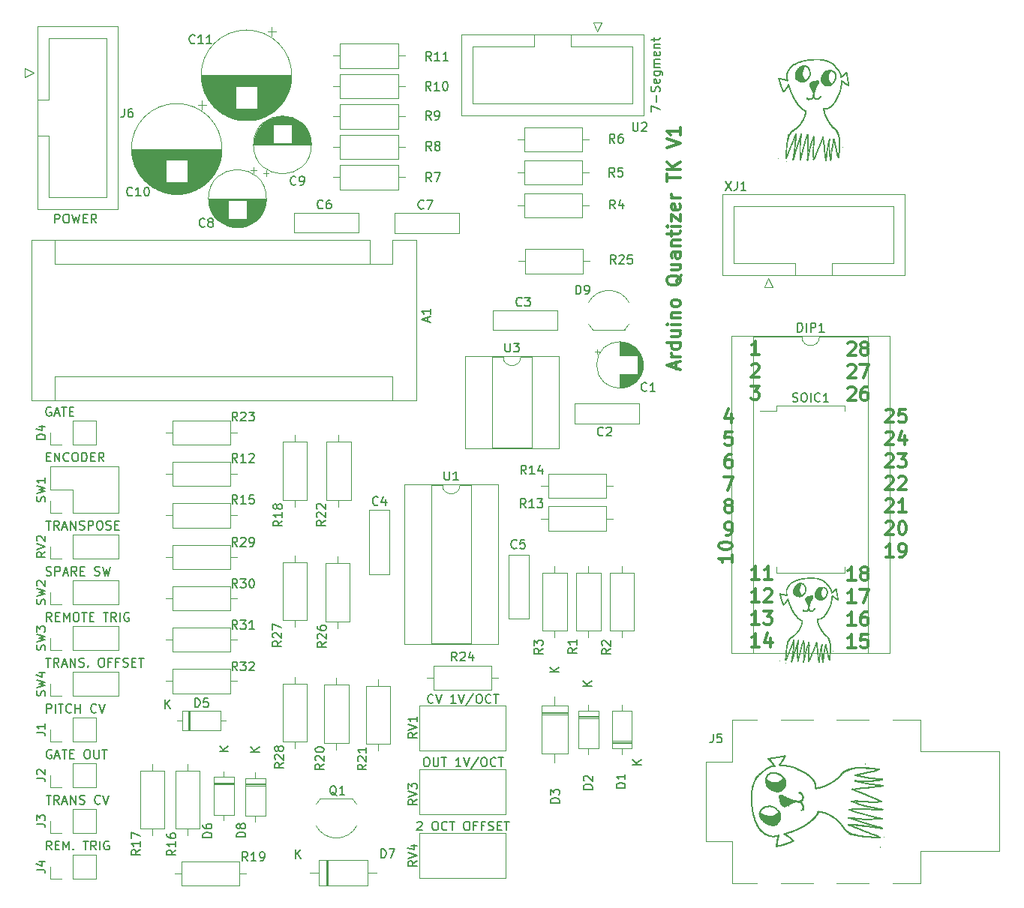
<source format=gto>
%TF.GenerationSoftware,KiCad,Pcbnew,(5.1.10)-1*%
%TF.CreationDate,2022-09-29T16:57:17+02:00*%
%TF.ProjectId,Arduino Quantizer TK V1,41726475-696e-46f2-9051-75616e74697a,rev?*%
%TF.SameCoordinates,Original*%
%TF.FileFunction,Legend,Top*%
%TF.FilePolarity,Positive*%
%FSLAX46Y46*%
G04 Gerber Fmt 4.6, Leading zero omitted, Abs format (unit mm)*
G04 Created by KiCad (PCBNEW (5.1.10)-1) date 2022-09-29 16:57:17*
%MOMM*%
%LPD*%
G01*
G04 APERTURE LIST*
%ADD10C,0.300000*%
%ADD11C,0.010000*%
%ADD12C,0.120000*%
%ADD13C,0.150000*%
%ADD14O,1.600000X1.600000*%
%ADD15R,1.600000X1.600000*%
%ADD16C,3.200000*%
%ADD17C,1.600000*%
%ADD18R,2.000000X2.000000*%
%ADD19C,2.000000*%
%ADD20R,1.524000X2.524000*%
%ADD21O,1.524000X2.524000*%
%ADD22C,1.700000*%
%ADD23R,1.700000X1.700000*%
%ADD24O,1.700000X1.700000*%
%ADD25O,1.600000X2.400000*%
%ADD26R,2.400000X1.600000*%
%ADD27O,2.400000X1.600000*%
%ADD28C,3.000000*%
%ADD29R,2.200000X2.200000*%
%ADD30O,2.200000X2.200000*%
G04 APERTURE END LIST*
D10*
X174659100Y-85260542D02*
X174659100Y-84546257D01*
X175087671Y-85403400D02*
X173587671Y-84903400D01*
X175087671Y-84403400D01*
X175087671Y-83903400D02*
X174087671Y-83903400D01*
X174373385Y-83903400D02*
X174230528Y-83831971D01*
X174159100Y-83760542D01*
X174087671Y-83617685D01*
X174087671Y-83474828D01*
X175087671Y-82331971D02*
X173587671Y-82331971D01*
X175016242Y-82331971D02*
X175087671Y-82474828D01*
X175087671Y-82760542D01*
X175016242Y-82903400D01*
X174944814Y-82974828D01*
X174801957Y-83046257D01*
X174373385Y-83046257D01*
X174230528Y-82974828D01*
X174159100Y-82903400D01*
X174087671Y-82760542D01*
X174087671Y-82474828D01*
X174159100Y-82331971D01*
X174087671Y-80974828D02*
X175087671Y-80974828D01*
X174087671Y-81617685D02*
X174873385Y-81617685D01*
X175016242Y-81546257D01*
X175087671Y-81403400D01*
X175087671Y-81189114D01*
X175016242Y-81046257D01*
X174944814Y-80974828D01*
X175087671Y-80260542D02*
X174087671Y-80260542D01*
X173587671Y-80260542D02*
X173659100Y-80331971D01*
X173730528Y-80260542D01*
X173659100Y-80189114D01*
X173587671Y-80260542D01*
X173730528Y-80260542D01*
X174087671Y-79546257D02*
X175087671Y-79546257D01*
X174230528Y-79546257D02*
X174159100Y-79474828D01*
X174087671Y-79331971D01*
X174087671Y-79117685D01*
X174159100Y-78974828D01*
X174301957Y-78903400D01*
X175087671Y-78903400D01*
X175087671Y-77974828D02*
X175016242Y-78117685D01*
X174944814Y-78189114D01*
X174801957Y-78260542D01*
X174373385Y-78260542D01*
X174230528Y-78189114D01*
X174159100Y-78117685D01*
X174087671Y-77974828D01*
X174087671Y-77760542D01*
X174159100Y-77617685D01*
X174230528Y-77546257D01*
X174373385Y-77474828D01*
X174801957Y-77474828D01*
X174944814Y-77546257D01*
X175016242Y-77617685D01*
X175087671Y-77760542D01*
X175087671Y-77974828D01*
X175230528Y-74689114D02*
X175159100Y-74831971D01*
X175016242Y-74974828D01*
X174801957Y-75189114D01*
X174730528Y-75331971D01*
X174730528Y-75474828D01*
X175087671Y-75403400D02*
X175016242Y-75546257D01*
X174873385Y-75689114D01*
X174587671Y-75760542D01*
X174087671Y-75760542D01*
X173801957Y-75689114D01*
X173659100Y-75546257D01*
X173587671Y-75403400D01*
X173587671Y-75117685D01*
X173659100Y-74974828D01*
X173801957Y-74831971D01*
X174087671Y-74760542D01*
X174587671Y-74760542D01*
X174873385Y-74831971D01*
X175016242Y-74974828D01*
X175087671Y-75117685D01*
X175087671Y-75403400D01*
X174087671Y-73474828D02*
X175087671Y-73474828D01*
X174087671Y-74117685D02*
X174873385Y-74117685D01*
X175016242Y-74046257D01*
X175087671Y-73903400D01*
X175087671Y-73689114D01*
X175016242Y-73546257D01*
X174944814Y-73474828D01*
X175087671Y-72117685D02*
X174301957Y-72117685D01*
X174159100Y-72189114D01*
X174087671Y-72331971D01*
X174087671Y-72617685D01*
X174159100Y-72760542D01*
X175016242Y-72117685D02*
X175087671Y-72260542D01*
X175087671Y-72617685D01*
X175016242Y-72760542D01*
X174873385Y-72831971D01*
X174730528Y-72831971D01*
X174587671Y-72760542D01*
X174516242Y-72617685D01*
X174516242Y-72260542D01*
X174444814Y-72117685D01*
X174087671Y-71403400D02*
X175087671Y-71403400D01*
X174230528Y-71403400D02*
X174159100Y-71331971D01*
X174087671Y-71189114D01*
X174087671Y-70974828D01*
X174159100Y-70831971D01*
X174301957Y-70760542D01*
X175087671Y-70760542D01*
X174087671Y-70260542D02*
X174087671Y-69689114D01*
X173587671Y-70046257D02*
X174873385Y-70046257D01*
X175016242Y-69974828D01*
X175087671Y-69831971D01*
X175087671Y-69689114D01*
X175087671Y-69189114D02*
X174087671Y-69189114D01*
X173587671Y-69189114D02*
X173659100Y-69260542D01*
X173730528Y-69189114D01*
X173659100Y-69117685D01*
X173587671Y-69189114D01*
X173730528Y-69189114D01*
X174087671Y-68617685D02*
X174087671Y-67831971D01*
X175087671Y-68617685D01*
X175087671Y-67831971D01*
X175016242Y-66689114D02*
X175087671Y-66831971D01*
X175087671Y-67117685D01*
X175016242Y-67260542D01*
X174873385Y-67331971D01*
X174301957Y-67331971D01*
X174159100Y-67260542D01*
X174087671Y-67117685D01*
X174087671Y-66831971D01*
X174159100Y-66689114D01*
X174301957Y-66617685D01*
X174444814Y-66617685D01*
X174587671Y-67331971D01*
X175087671Y-65974828D02*
X174087671Y-65974828D01*
X174373385Y-65974828D02*
X174230528Y-65903400D01*
X174159100Y-65831971D01*
X174087671Y-65689114D01*
X174087671Y-65546257D01*
X173587671Y-64117685D02*
X173587671Y-63260542D01*
X175087671Y-63689114D02*
X173587671Y-63689114D01*
X175087671Y-62760542D02*
X173587671Y-62760542D01*
X175087671Y-61903400D02*
X174230528Y-62546257D01*
X173587671Y-61903400D02*
X174444814Y-62760542D01*
X173587671Y-60331971D02*
X175087671Y-59831971D01*
X173587671Y-59331971D01*
X175087671Y-58046257D02*
X175087671Y-58903400D01*
X175087671Y-58474828D02*
X173587671Y-58474828D01*
X173801957Y-58617685D01*
X173944814Y-58760542D01*
X174016242Y-58903400D01*
X183100814Y-87240371D02*
X184029385Y-87240371D01*
X183529385Y-87811800D01*
X183743671Y-87811800D01*
X183886528Y-87883228D01*
X183957956Y-87954657D01*
X184029385Y-88097514D01*
X184029385Y-88454657D01*
X183957956Y-88597514D01*
X183886528Y-88668942D01*
X183743671Y-88740371D01*
X183315099Y-88740371D01*
X183172242Y-88668942D01*
X183100814Y-88597514D01*
X183172242Y-84843228D02*
X183243671Y-84771800D01*
X183386528Y-84700371D01*
X183743671Y-84700371D01*
X183886528Y-84771800D01*
X183957956Y-84843228D01*
X184029385Y-84986085D01*
X184029385Y-85128942D01*
X183957956Y-85343228D01*
X183100814Y-86200371D01*
X184029385Y-86200371D01*
X184029385Y-83660371D02*
X183172242Y-83660371D01*
X183600814Y-83660371D02*
X183600814Y-82160371D01*
X183457956Y-82374657D01*
X183315099Y-82517514D01*
X183172242Y-82588942D01*
X184029385Y-114140371D02*
X183172242Y-114140371D01*
X183600814Y-114140371D02*
X183600814Y-112640371D01*
X183457957Y-112854657D01*
X183315100Y-112997514D01*
X183172242Y-113068942D01*
X184529385Y-112640371D02*
X185457957Y-112640371D01*
X184957957Y-113211800D01*
X185172242Y-113211800D01*
X185315100Y-113283228D01*
X185386528Y-113354657D01*
X185457957Y-113497514D01*
X185457957Y-113854657D01*
X185386528Y-113997514D01*
X185315100Y-114068942D01*
X185172242Y-114140371D01*
X184743671Y-114140371D01*
X184600814Y-114068942D01*
X184529385Y-113997514D01*
X184029385Y-116680371D02*
X183172242Y-116680371D01*
X183600814Y-116680371D02*
X183600814Y-115180371D01*
X183457957Y-115394657D01*
X183315100Y-115537514D01*
X183172242Y-115608942D01*
X185315100Y-115680371D02*
X185315100Y-116680371D01*
X184957957Y-115108942D02*
X184600814Y-116180371D01*
X185529385Y-116180371D01*
X180935356Y-92396571D02*
X180221071Y-92396571D01*
X180149642Y-93110857D01*
X180221071Y-93039428D01*
X180363928Y-92968000D01*
X180721071Y-92968000D01*
X180863928Y-93039428D01*
X180935356Y-93110857D01*
X181006785Y-93253714D01*
X181006785Y-93610857D01*
X180935356Y-93753714D01*
X180863928Y-93825142D01*
X180721071Y-93896571D01*
X180363928Y-93896571D01*
X180221071Y-93825142D01*
X180149642Y-93753714D01*
X180863928Y-90356571D02*
X180863928Y-91356571D01*
X180506785Y-89785142D02*
X180149642Y-90856571D01*
X181078214Y-90856571D01*
X180863928Y-94936571D02*
X180578214Y-94936571D01*
X180435356Y-95008000D01*
X180363928Y-95079428D01*
X180221071Y-95293714D01*
X180149642Y-95579428D01*
X180149642Y-96150857D01*
X180221071Y-96293714D01*
X180292499Y-96365142D01*
X180435356Y-96436571D01*
X180721071Y-96436571D01*
X180863928Y-96365142D01*
X180935356Y-96293714D01*
X181006785Y-96150857D01*
X181006785Y-95793714D01*
X180935356Y-95650857D01*
X180863928Y-95579428D01*
X180721071Y-95508000D01*
X180435356Y-95508000D01*
X180292499Y-95579428D01*
X180221071Y-95650857D01*
X180149642Y-95793714D01*
X180078214Y-97476571D02*
X181078214Y-97476571D01*
X180435356Y-98976571D01*
X180292499Y-104056571D02*
X180578214Y-104056571D01*
X180721071Y-103985142D01*
X180792499Y-103913714D01*
X180935356Y-103699428D01*
X181006785Y-103413714D01*
X181006785Y-102842285D01*
X180935356Y-102699428D01*
X180863928Y-102628000D01*
X180721071Y-102556571D01*
X180435356Y-102556571D01*
X180292499Y-102628000D01*
X180221071Y-102699428D01*
X180149642Y-102842285D01*
X180149642Y-103199428D01*
X180221071Y-103342285D01*
X180292499Y-103413714D01*
X180435356Y-103485142D01*
X180721071Y-103485142D01*
X180863928Y-103413714D01*
X180935356Y-103342285D01*
X181006785Y-103199428D01*
X180435356Y-100659428D02*
X180292499Y-100588000D01*
X180221071Y-100516571D01*
X180149642Y-100373714D01*
X180149642Y-100302285D01*
X180221071Y-100159428D01*
X180292499Y-100088000D01*
X180435356Y-100016571D01*
X180721071Y-100016571D01*
X180863928Y-100088000D01*
X180935356Y-100159428D01*
X181006785Y-100302285D01*
X181006785Y-100373714D01*
X180935356Y-100516571D01*
X180863928Y-100588000D01*
X180721071Y-100659428D01*
X180435356Y-100659428D01*
X180292499Y-100730857D01*
X180221071Y-100802285D01*
X180149642Y-100945142D01*
X180149642Y-101230857D01*
X180221071Y-101373714D01*
X180292499Y-101445142D01*
X180435356Y-101516571D01*
X180721071Y-101516571D01*
X180863928Y-101445142D01*
X180935356Y-101373714D01*
X181006785Y-101230857D01*
X181006785Y-100945142D01*
X180935356Y-100802285D01*
X180863928Y-100730857D01*
X180721071Y-100659428D01*
X180980471Y-106254514D02*
X180980471Y-107111657D01*
X180980471Y-106683085D02*
X179480471Y-106683085D01*
X179694757Y-106825942D01*
X179837614Y-106968800D01*
X179909042Y-107111657D01*
X179480471Y-105325942D02*
X179480471Y-105183085D01*
X179551900Y-105040228D01*
X179623328Y-104968800D01*
X179766185Y-104897371D01*
X180051900Y-104825942D01*
X180409042Y-104825942D01*
X180694757Y-104897371D01*
X180837614Y-104968800D01*
X180909042Y-105040228D01*
X180980471Y-105183085D01*
X180980471Y-105325942D01*
X180909042Y-105468800D01*
X180837614Y-105540228D01*
X180694757Y-105611657D01*
X180409042Y-105683085D01*
X180051900Y-105683085D01*
X179766185Y-105611657D01*
X179623328Y-105540228D01*
X179551900Y-105468800D01*
X179480471Y-105325942D01*
X184029385Y-109060371D02*
X183172242Y-109060371D01*
X183600814Y-109060371D02*
X183600814Y-107560371D01*
X183457957Y-107774657D01*
X183315100Y-107917514D01*
X183172242Y-107988942D01*
X185457957Y-109060371D02*
X184600814Y-109060371D01*
X185029385Y-109060371D02*
X185029385Y-107560371D01*
X184886528Y-107774657D01*
X184743671Y-107917514D01*
X184600814Y-107988942D01*
X184029385Y-111600371D02*
X183172242Y-111600371D01*
X183600814Y-111600371D02*
X183600814Y-110100371D01*
X183457957Y-110314657D01*
X183315100Y-110457514D01*
X183172242Y-110528942D01*
X184600814Y-110243228D02*
X184672242Y-110171800D01*
X184815100Y-110100371D01*
X185172242Y-110100371D01*
X185315100Y-110171800D01*
X185386528Y-110243228D01*
X185457957Y-110386085D01*
X185457957Y-110528942D01*
X185386528Y-110743228D01*
X184529385Y-111600371D01*
X185457957Y-111600371D01*
X194900585Y-111676571D02*
X194043442Y-111676571D01*
X194472014Y-111676571D02*
X194472014Y-110176571D01*
X194329157Y-110390857D01*
X194186300Y-110533714D01*
X194043442Y-110605142D01*
X195400585Y-110176571D02*
X196400585Y-110176571D01*
X195757728Y-111676571D01*
X194900585Y-109136571D02*
X194043442Y-109136571D01*
X194472014Y-109136571D02*
X194472014Y-107636571D01*
X194329157Y-107850857D01*
X194186300Y-107993714D01*
X194043442Y-108065142D01*
X195757728Y-108279428D02*
X195614871Y-108208000D01*
X195543442Y-108136571D01*
X195472014Y-107993714D01*
X195472014Y-107922285D01*
X195543442Y-107779428D01*
X195614871Y-107708000D01*
X195757728Y-107636571D01*
X196043442Y-107636571D01*
X196186300Y-107708000D01*
X196257728Y-107779428D01*
X196329157Y-107922285D01*
X196329157Y-107993714D01*
X196257728Y-108136571D01*
X196186300Y-108208000D01*
X196043442Y-108279428D01*
X195757728Y-108279428D01*
X195614871Y-108350857D01*
X195543442Y-108422285D01*
X195472014Y-108565142D01*
X195472014Y-108850857D01*
X195543442Y-108993714D01*
X195614871Y-109065142D01*
X195757728Y-109136571D01*
X196043442Y-109136571D01*
X196186300Y-109065142D01*
X196257728Y-108993714D01*
X196329157Y-108850857D01*
X196329157Y-108565142D01*
X196257728Y-108422285D01*
X196186300Y-108350857D01*
X196043442Y-108279428D01*
X199167785Y-106520369D02*
X198310642Y-106520369D01*
X198739214Y-106520369D02*
X198739214Y-105020369D01*
X198596357Y-105234655D01*
X198453500Y-105377512D01*
X198310642Y-105448940D01*
X199882071Y-106520369D02*
X200167785Y-106520369D01*
X200310642Y-106448940D01*
X200382071Y-106377512D01*
X200524928Y-106163226D01*
X200596357Y-105877512D01*
X200596357Y-105306083D01*
X200524928Y-105163226D01*
X200453500Y-105091798D01*
X200310642Y-105020369D01*
X200024928Y-105020369D01*
X199882071Y-105091798D01*
X199810642Y-105163226D01*
X199739214Y-105306083D01*
X199739214Y-105663226D01*
X199810642Y-105806083D01*
X199882071Y-105877512D01*
X200024928Y-105948940D01*
X200310642Y-105948940D01*
X200453500Y-105877512D01*
X200524928Y-105806083D01*
X200596357Y-105663226D01*
X198310642Y-100100160D02*
X198382071Y-100028732D01*
X198524928Y-99957303D01*
X198882071Y-99957303D01*
X199024928Y-100028732D01*
X199096357Y-100100160D01*
X199167785Y-100243017D01*
X199167785Y-100385874D01*
X199096357Y-100600160D01*
X198239214Y-101457303D01*
X199167785Y-101457303D01*
X200596357Y-101457303D02*
X199739214Y-101457303D01*
X200167785Y-101457303D02*
X200167785Y-99957303D01*
X200024928Y-100171589D01*
X199882071Y-100314446D01*
X199739214Y-100385874D01*
X198310642Y-102631693D02*
X198382071Y-102560265D01*
X198524928Y-102488836D01*
X198882071Y-102488836D01*
X199024928Y-102560265D01*
X199096357Y-102631693D01*
X199167785Y-102774550D01*
X199167785Y-102917407D01*
X199096357Y-103131693D01*
X198239214Y-103988836D01*
X199167785Y-103988836D01*
X200096357Y-102488836D02*
X200239214Y-102488836D01*
X200382071Y-102560265D01*
X200453500Y-102631693D01*
X200524928Y-102774550D01*
X200596357Y-103060265D01*
X200596357Y-103417407D01*
X200524928Y-103703122D01*
X200453500Y-103845979D01*
X200382071Y-103917407D01*
X200239214Y-103988836D01*
X200096357Y-103988836D01*
X199953500Y-103917407D01*
X199882071Y-103845979D01*
X199810642Y-103703122D01*
X199739214Y-103417407D01*
X199739214Y-103060265D01*
X199810642Y-102774550D01*
X199882071Y-102631693D01*
X199953500Y-102560265D01*
X200096357Y-102488836D01*
X198310642Y-97568627D02*
X198382071Y-97497199D01*
X198524928Y-97425770D01*
X198882071Y-97425770D01*
X199024928Y-97497199D01*
X199096357Y-97568627D01*
X199167785Y-97711484D01*
X199167785Y-97854341D01*
X199096357Y-98068627D01*
X198239214Y-98925770D01*
X199167785Y-98925770D01*
X199739214Y-97568627D02*
X199810642Y-97497199D01*
X199953500Y-97425770D01*
X200310642Y-97425770D01*
X200453500Y-97497199D01*
X200524928Y-97568627D01*
X200596357Y-97711484D01*
X200596357Y-97854341D01*
X200524928Y-98068627D01*
X199667785Y-98925770D01*
X200596357Y-98925770D01*
X198310642Y-95037094D02*
X198382071Y-94965666D01*
X198524928Y-94894237D01*
X198882071Y-94894237D01*
X199024928Y-94965666D01*
X199096357Y-95037094D01*
X199167785Y-95179951D01*
X199167785Y-95322808D01*
X199096357Y-95537094D01*
X198239214Y-96394237D01*
X199167785Y-96394237D01*
X199667785Y-94894237D02*
X200596357Y-94894237D01*
X200096357Y-95465666D01*
X200310642Y-95465666D01*
X200453500Y-95537094D01*
X200524928Y-95608523D01*
X200596357Y-95751380D01*
X200596357Y-96108523D01*
X200524928Y-96251380D01*
X200453500Y-96322808D01*
X200310642Y-96394237D01*
X199882071Y-96394237D01*
X199739214Y-96322808D01*
X199667785Y-96251380D01*
X198310642Y-89974028D02*
X198382071Y-89902600D01*
X198524928Y-89831171D01*
X198882071Y-89831171D01*
X199024928Y-89902600D01*
X199096357Y-89974028D01*
X199167785Y-90116885D01*
X199167785Y-90259742D01*
X199096357Y-90474028D01*
X198239214Y-91331171D01*
X199167785Y-91331171D01*
X200524928Y-89831171D02*
X199810642Y-89831171D01*
X199739214Y-90545457D01*
X199810642Y-90474028D01*
X199953500Y-90402600D01*
X200310642Y-90402600D01*
X200453500Y-90474028D01*
X200524928Y-90545457D01*
X200596357Y-90688314D01*
X200596357Y-91045457D01*
X200524928Y-91188314D01*
X200453500Y-91259742D01*
X200310642Y-91331171D01*
X199953500Y-91331171D01*
X199810642Y-91259742D01*
X199739214Y-91188314D01*
X198310642Y-92505561D02*
X198382071Y-92434133D01*
X198524928Y-92362704D01*
X198882071Y-92362704D01*
X199024928Y-92434133D01*
X199096357Y-92505561D01*
X199167785Y-92648418D01*
X199167785Y-92791275D01*
X199096357Y-93005561D01*
X198239214Y-93862704D01*
X199167785Y-93862704D01*
X200453500Y-92862704D02*
X200453500Y-93862704D01*
X200096357Y-92291275D02*
X199739214Y-93362704D01*
X200667785Y-93362704D01*
X194900585Y-116756571D02*
X194043442Y-116756571D01*
X194472014Y-116756571D02*
X194472014Y-115256571D01*
X194329157Y-115470857D01*
X194186300Y-115613714D01*
X194043442Y-115685142D01*
X196257728Y-115256571D02*
X195543442Y-115256571D01*
X195472014Y-115970857D01*
X195543442Y-115899428D01*
X195686300Y-115828000D01*
X196043442Y-115828000D01*
X196186300Y-115899428D01*
X196257728Y-115970857D01*
X196329157Y-116113714D01*
X196329157Y-116470857D01*
X196257728Y-116613714D01*
X196186300Y-116685142D01*
X196043442Y-116756571D01*
X195686300Y-116756571D01*
X195543442Y-116685142D01*
X195472014Y-116613714D01*
X194900585Y-114216571D02*
X194043442Y-114216571D01*
X194472014Y-114216571D02*
X194472014Y-112716571D01*
X194329157Y-112930857D01*
X194186300Y-113073714D01*
X194043442Y-113145142D01*
X196186300Y-112716571D02*
X195900585Y-112716571D01*
X195757728Y-112788000D01*
X195686300Y-112859428D01*
X195543442Y-113073714D01*
X195472014Y-113359428D01*
X195472014Y-113930857D01*
X195543442Y-114073714D01*
X195614871Y-114145142D01*
X195757728Y-114216571D01*
X196043442Y-114216571D01*
X196186300Y-114145142D01*
X196257728Y-114073714D01*
X196329157Y-113930857D01*
X196329157Y-113573714D01*
X196257728Y-113430857D01*
X196186300Y-113359428D01*
X196043442Y-113288000D01*
X195757728Y-113288000D01*
X195614871Y-113359428D01*
X195543442Y-113430857D01*
X195472014Y-113573714D01*
X194043442Y-82379428D02*
X194114871Y-82308000D01*
X194257728Y-82236571D01*
X194614871Y-82236571D01*
X194757728Y-82308000D01*
X194829157Y-82379428D01*
X194900585Y-82522285D01*
X194900585Y-82665142D01*
X194829157Y-82879428D01*
X193972014Y-83736571D01*
X194900585Y-83736571D01*
X195757728Y-82879428D02*
X195614871Y-82808000D01*
X195543442Y-82736571D01*
X195472014Y-82593714D01*
X195472014Y-82522285D01*
X195543442Y-82379428D01*
X195614871Y-82308000D01*
X195757728Y-82236571D01*
X196043442Y-82236571D01*
X196186300Y-82308000D01*
X196257728Y-82379428D01*
X196329157Y-82522285D01*
X196329157Y-82593714D01*
X196257728Y-82736571D01*
X196186300Y-82808000D01*
X196043442Y-82879428D01*
X195757728Y-82879428D01*
X195614871Y-82950857D01*
X195543442Y-83022285D01*
X195472014Y-83165142D01*
X195472014Y-83450857D01*
X195543442Y-83593714D01*
X195614871Y-83665142D01*
X195757728Y-83736571D01*
X196043442Y-83736571D01*
X196186300Y-83665142D01*
X196257728Y-83593714D01*
X196329157Y-83450857D01*
X196329157Y-83165142D01*
X196257728Y-83022285D01*
X196186300Y-82950857D01*
X196043442Y-82879428D01*
X194043442Y-84919428D02*
X194114871Y-84848000D01*
X194257728Y-84776571D01*
X194614871Y-84776571D01*
X194757728Y-84848000D01*
X194829157Y-84919428D01*
X194900585Y-85062285D01*
X194900585Y-85205142D01*
X194829157Y-85419428D01*
X193972014Y-86276571D01*
X194900585Y-86276571D01*
X195400585Y-84776571D02*
X196400585Y-84776571D01*
X195757728Y-86276571D01*
X194043442Y-87459428D02*
X194114871Y-87388000D01*
X194257728Y-87316571D01*
X194614871Y-87316571D01*
X194757728Y-87388000D01*
X194829157Y-87459428D01*
X194900585Y-87602285D01*
X194900585Y-87745142D01*
X194829157Y-87959428D01*
X193972014Y-88816571D01*
X194900585Y-88816571D01*
X196186300Y-87316571D02*
X195900585Y-87316571D01*
X195757728Y-87388000D01*
X195686300Y-87459428D01*
X195543442Y-87673714D01*
X195472014Y-87959428D01*
X195472014Y-88530857D01*
X195543442Y-88673714D01*
X195614871Y-88745142D01*
X195757728Y-88816571D01*
X196043442Y-88816571D01*
X196186300Y-88745142D01*
X196257728Y-88673714D01*
X196329157Y-88530857D01*
X196329157Y-88173714D01*
X196257728Y-88030857D01*
X196186300Y-87959428D01*
X196043442Y-87888000D01*
X195757728Y-87888000D01*
X195614871Y-87959428D01*
X195543442Y-88030857D01*
X195472014Y-88173714D01*
D11*
G36*
X187007717Y-118463538D02*
G01*
X187005003Y-118466252D01*
X187002289Y-118463538D01*
X187005003Y-118460824D01*
X187007717Y-118463538D01*
G37*
X187007717Y-118463538D02*
X187005003Y-118466252D01*
X187002289Y-118463538D01*
X187005003Y-118460824D01*
X187007717Y-118463538D01*
G36*
X189934950Y-108847157D02*
G01*
X190017749Y-108849539D01*
X190091116Y-108853547D01*
X190133871Y-108857058D01*
X190145795Y-108858058D01*
X190166171Y-108859624D01*
X190192622Y-108861579D01*
X190222770Y-108863746D01*
X190239704Y-108864939D01*
X190270313Y-108867217D01*
X190297973Y-108869531D01*
X190320477Y-108871676D01*
X190335617Y-108873449D01*
X190340110Y-108874216D01*
X190354444Y-108876807D01*
X190372633Y-108879138D01*
X190376467Y-108879515D01*
X190394543Y-108882114D01*
X190410264Y-108885879D01*
X190412720Y-108886727D01*
X190427477Y-108889394D01*
X190444737Y-108888830D01*
X190445516Y-108888710D01*
X190461746Y-108888241D01*
X190472471Y-108891900D01*
X190480762Y-108895151D01*
X190497265Y-108899027D01*
X190519400Y-108902987D01*
X190539002Y-108905801D01*
X190571515Y-108910421D01*
X190600635Y-108915720D01*
X190630142Y-108922534D01*
X190663820Y-108931698D01*
X190687460Y-108938631D01*
X190709216Y-108944930D01*
X190732014Y-108951253D01*
X190736306Y-108952403D01*
X190756901Y-108958304D01*
X190781461Y-108965992D01*
X190807329Y-108974556D01*
X190831846Y-108983085D01*
X190852355Y-108990667D01*
X190866195Y-108996393D01*
X190869277Y-108997964D01*
X190884553Y-109005410D01*
X190904664Y-109013389D01*
X190925155Y-109020306D01*
X190941571Y-109024563D01*
X190944845Y-109025062D01*
X190958158Y-109029405D01*
X190972313Y-109037911D01*
X190972607Y-109038140D01*
X190985921Y-109046198D01*
X190997922Y-109049787D01*
X190998433Y-109049799D01*
X191008905Y-109052631D01*
X191024278Y-109059931D01*
X191035989Y-109066837D01*
X191056002Y-109077555D01*
X191077498Y-109085933D01*
X191087771Y-109088588D01*
X191106424Y-109094234D01*
X191122784Y-109102701D01*
X191126823Y-109105836D01*
X191140823Y-109116045D01*
X191158614Y-109125988D01*
X191163549Y-109128255D01*
X191179749Y-109136584D01*
X191192752Y-109145545D01*
X191195598Y-109148243D01*
X191208952Y-109157155D01*
X191222530Y-109156445D01*
X191228982Y-109151961D01*
X191236047Y-109148851D01*
X191245119Y-109154404D01*
X191245420Y-109154675D01*
X191255792Y-109161737D01*
X191262389Y-109163773D01*
X191269711Y-109167190D01*
X191282147Y-109176131D01*
X191296400Y-109188133D01*
X191314126Y-109202080D01*
X191332571Y-109213497D01*
X191345047Y-109218951D01*
X191364770Y-109228827D01*
X191374104Y-109239917D01*
X191381974Y-109251216D01*
X191393918Y-109264399D01*
X191407119Y-109276794D01*
X191418760Y-109285727D01*
X191425403Y-109288602D01*
X191430611Y-109293116D01*
X191434151Y-109300811D01*
X191441831Y-109313606D01*
X191457770Y-109331068D01*
X191480962Y-109352208D01*
X191510401Y-109376036D01*
X191511452Y-109376845D01*
X191529937Y-109392992D01*
X191547492Y-109411494D01*
X191557140Y-109423876D01*
X191571347Y-109443546D01*
X191587423Y-109463960D01*
X191593384Y-109471012D01*
X191607584Y-109488221D01*
X191623576Y-109508929D01*
X191633550Y-109522572D01*
X191646765Y-109539952D01*
X191664470Y-109561538D01*
X191683647Y-109583696D01*
X191691631Y-109592534D01*
X191711787Y-109615185D01*
X191734878Y-109642188D01*
X191757269Y-109669257D01*
X191767547Y-109682085D01*
X191792830Y-109713858D01*
X191814606Y-109740522D01*
X191835708Y-109765429D01*
X191858970Y-109791934D01*
X191883259Y-109819001D01*
X191900742Y-109838990D01*
X191916880Y-109858550D01*
X191929264Y-109874713D01*
X191933443Y-109880826D01*
X191944707Y-109895888D01*
X191956725Y-109907989D01*
X191959881Y-109910341D01*
X191970917Y-109921654D01*
X191979057Y-109936836D01*
X191979175Y-109937186D01*
X191986224Y-109953031D01*
X191996695Y-109970947D01*
X192000587Y-109976610D01*
X192012315Y-109994035D01*
X192022865Y-110011682D01*
X192025365Y-110016387D01*
X192034402Y-110031923D01*
X192043829Y-110044893D01*
X192044558Y-110045717D01*
X192051507Y-110056318D01*
X192060018Y-110073380D01*
X192067711Y-110091850D01*
X192076402Y-110114153D01*
X192087346Y-110141216D01*
X192098441Y-110167855D01*
X192100483Y-110172653D01*
X192110642Y-110197572D01*
X192120219Y-110223044D01*
X192127489Y-110244433D01*
X192128755Y-110248636D01*
X192135648Y-110269788D01*
X192144978Y-110295049D01*
X192153942Y-110317085D01*
X192164141Y-110346537D01*
X192172697Y-110382048D01*
X192178665Y-110418843D01*
X192181097Y-110452148D01*
X192181110Y-110454126D01*
X192182865Y-110463662D01*
X192185742Y-110466337D01*
X192193281Y-110463404D01*
X192206220Y-110455986D01*
X192221314Y-110446156D01*
X192225621Y-110443027D01*
X192295854Y-110443027D01*
X192299686Y-110443818D01*
X192309050Y-110438883D01*
X192312632Y-110436314D01*
X192319169Y-110430404D01*
X192316798Y-110428420D01*
X192314654Y-110428346D01*
X192304199Y-110432218D01*
X192299383Y-110436487D01*
X192295854Y-110443027D01*
X192225621Y-110443027D01*
X192235312Y-110435988D01*
X192241997Y-110430439D01*
X192253377Y-110422000D01*
X192269180Y-110412319D01*
X192274562Y-110409385D01*
X192282626Y-110403923D01*
X192342802Y-110403923D01*
X192345516Y-110406636D01*
X192348230Y-110403923D01*
X192345516Y-110401209D01*
X192342802Y-110403923D01*
X192282626Y-110403923D01*
X192291007Y-110398247D01*
X192304784Y-110384788D01*
X192307524Y-110381060D01*
X192310497Y-110377821D01*
X192362815Y-110377821D01*
X192367084Y-110378546D01*
X192372072Y-110370915D01*
X192375084Y-110361206D01*
X192373077Y-110357997D01*
X192370572Y-110357790D01*
X192365505Y-110362307D01*
X192362939Y-110368645D01*
X192362815Y-110377821D01*
X192310497Y-110377821D01*
X192320193Y-110367262D01*
X192336272Y-110356365D01*
X192337444Y-110355819D01*
X192352139Y-110347367D01*
X192373240Y-110332644D01*
X192399263Y-110312832D01*
X192407462Y-110306230D01*
X192429640Y-110306230D01*
X192432353Y-110308944D01*
X192435067Y-110306230D01*
X192432353Y-110303517D01*
X192429640Y-110306230D01*
X192407462Y-110306230D01*
X192428723Y-110289113D01*
X192460136Y-110262671D01*
X192492018Y-110234687D01*
X192499889Y-110227534D01*
X192562610Y-110227534D01*
X192562858Y-110232543D01*
X192564683Y-110232961D01*
X192572355Y-110229000D01*
X192573465Y-110227534D01*
X192573216Y-110222524D01*
X192571392Y-110222106D01*
X192563719Y-110226067D01*
X192562610Y-110227534D01*
X192499889Y-110227534D01*
X192509939Y-110218401D01*
X192532448Y-110197685D01*
X192554825Y-110177130D01*
X192574411Y-110159176D01*
X192588025Y-110146738D01*
X192605466Y-110128474D01*
X192613596Y-110114055D01*
X192614170Y-110110103D01*
X192615994Y-110100262D01*
X192619231Y-110097277D01*
X192624869Y-110092831D01*
X192627419Y-110087428D01*
X192633891Y-110079191D01*
X192646645Y-110069740D01*
X192653564Y-110065845D01*
X192676584Y-110054111D01*
X192685961Y-110066196D01*
X192692963Y-110077477D01*
X192695459Y-110085236D01*
X192699885Y-110093366D01*
X192702364Y-110094795D01*
X192706689Y-110101485D01*
X192709846Y-110115953D01*
X192710767Y-110125832D01*
X192712435Y-110143006D01*
X192715685Y-110167273D01*
X192720007Y-110195077D01*
X192723750Y-110216679D01*
X192730957Y-110256925D01*
X192736496Y-110289753D01*
X192740837Y-110318384D01*
X192744451Y-110346041D01*
X192747810Y-110375947D01*
X192749654Y-110393871D01*
X192753029Y-110422841D01*
X192757293Y-110453020D01*
X192761715Y-110479404D01*
X192763380Y-110487848D01*
X192767517Y-110509866D01*
X192770473Y-110530085D01*
X192771604Y-110544032D01*
X192773227Y-110558597D01*
X192777385Y-110578495D01*
X192781757Y-110594562D01*
X192788260Y-110618991D01*
X192795108Y-110650893D01*
X192802481Y-110691218D01*
X192810561Y-110740917D01*
X192815024Y-110770269D01*
X192820214Y-110804475D01*
X192826845Y-110847245D01*
X192834581Y-110896434D01*
X192842137Y-110943944D01*
X192845010Y-110960730D01*
X192849417Y-110985047D01*
X192854782Y-111013775D01*
X192860530Y-111043799D01*
X192861164Y-111047064D01*
X192866855Y-111077030D01*
X192872119Y-111106049D01*
X192876405Y-111131004D01*
X192879166Y-111148780D01*
X192879355Y-111150183D01*
X192882765Y-111169287D01*
X192887188Y-111185524D01*
X192889840Y-111191888D01*
X192895049Y-111205292D01*
X192896392Y-111213807D01*
X192898780Y-111224771D01*
X192904752Y-111239999D01*
X192907248Y-111245164D01*
X192913523Y-111261414D01*
X192915322Y-111274970D01*
X192914886Y-111277518D01*
X192908394Y-111295501D01*
X192900081Y-111312854D01*
X192891570Y-111326696D01*
X192884481Y-111334147D01*
X192882693Y-111334713D01*
X192865774Y-111331202D01*
X192851647Y-111322361D01*
X192844668Y-111311570D01*
X192839820Y-111302453D01*
X192829180Y-111298340D01*
X192822036Y-111297588D01*
X192795771Y-111292085D01*
X192772999Y-111278246D01*
X192768542Y-111274374D01*
X192756536Y-111267601D01*
X192739031Y-111262153D01*
X192730551Y-111260617D01*
X192716425Y-111258018D01*
X192703110Y-111253563D01*
X192688302Y-111246074D01*
X192669697Y-111234373D01*
X192644991Y-111217283D01*
X192642853Y-111215768D01*
X192624591Y-111204752D01*
X192605402Y-111196013D01*
X192598674Y-111193814D01*
X192580034Y-111185268D01*
X192563091Y-111169087D01*
X192559136Y-111164084D01*
X192542884Y-111146992D01*
X192519860Y-111128495D01*
X192498999Y-111114638D01*
X192479993Y-111102313D01*
X192464774Y-111090984D01*
X192455665Y-111082441D01*
X192454196Y-111080048D01*
X192447908Y-111072609D01*
X192435010Y-111063610D01*
X192425543Y-111058542D01*
X192407954Y-111049434D01*
X192385772Y-111037042D01*
X192363552Y-111023917D01*
X192361798Y-111022843D01*
X192342170Y-111011291D01*
X192324462Y-111001747D01*
X192311936Y-110995947D01*
X192310238Y-110995359D01*
X192296945Y-110989776D01*
X192280699Y-110981039D01*
X192276437Y-110978436D01*
X192256205Y-110965669D01*
X192246587Y-110980347D01*
X192241274Y-110991976D01*
X192238035Y-111008705D01*
X192236464Y-111032986D01*
X192236246Y-111042812D01*
X192235164Y-111066629D01*
X192232918Y-111088097D01*
X192229932Y-111103545D01*
X192228898Y-111106596D01*
X192225322Y-111121947D01*
X192224229Y-111141457D01*
X192224603Y-111148600D01*
X192224772Y-111166954D01*
X192223038Y-111191002D01*
X192219770Y-111215822D01*
X192219396Y-111218025D01*
X192214958Y-111245345D01*
X192210641Y-111274819D01*
X192207457Y-111299435D01*
X192204341Y-111319361D01*
X192199011Y-111346349D01*
X192192183Y-111377014D01*
X192184578Y-111407967D01*
X192183751Y-111411144D01*
X192175770Y-111444119D01*
X192168333Y-111479330D01*
X192162274Y-111512552D01*
X192158439Y-111539441D01*
X192155322Y-111564866D01*
X192151900Y-111588184D01*
X192148697Y-111605988D01*
X192147211Y-111612227D01*
X192143665Y-111630423D01*
X192142007Y-111650418D01*
X192141990Y-111652213D01*
X192140494Y-111672180D01*
X192136851Y-111691519D01*
X192136449Y-111692954D01*
X192132717Y-111708520D01*
X192128630Y-111729772D01*
X192125659Y-111748228D01*
X192121730Y-111770121D01*
X192116816Y-111790361D01*
X192112770Y-111802502D01*
X192107006Y-111819008D01*
X192101456Y-111839507D01*
X192099677Y-111847598D01*
X192092477Y-111876398D01*
X192081474Y-111911513D01*
X192067778Y-111949577D01*
X192057611Y-111975140D01*
X192049258Y-111996748D01*
X192041597Y-112018932D01*
X192038406Y-112029414D01*
X192032839Y-112045990D01*
X192026888Y-112058912D01*
X192024840Y-112061978D01*
X192019119Y-112071155D01*
X192011163Y-112086629D01*
X192004442Y-112101154D01*
X191996238Y-112118733D01*
X191988857Y-112132773D01*
X191984715Y-112139146D01*
X191978917Y-112147804D01*
X191969596Y-112164009D01*
X191957658Y-112185974D01*
X191944007Y-112211907D01*
X191929549Y-112240021D01*
X191915189Y-112268527D01*
X191901833Y-112295634D01*
X191890386Y-112319555D01*
X191881753Y-112338499D01*
X191876839Y-112350679D01*
X191876050Y-112353890D01*
X191873593Y-112362003D01*
X191867354Y-112375576D01*
X191863256Y-112383356D01*
X191854599Y-112401013D01*
X191848001Y-112417833D01*
X191846538Y-112422866D01*
X191841525Y-112435641D01*
X191832209Y-112453327D01*
X191820970Y-112471528D01*
X191809597Y-112490035D01*
X191800709Y-112507210D01*
X191796282Y-112519161D01*
X191792550Y-112531215D01*
X191788511Y-112537304D01*
X191784516Y-112544570D01*
X191783785Y-112550490D01*
X191779731Y-112561512D01*
X191775328Y-112565488D01*
X191769354Y-112572436D01*
X191760895Y-112586759D01*
X191751499Y-112605751D01*
X191748648Y-112612140D01*
X191739407Y-112632544D01*
X191730961Y-112649700D01*
X191724789Y-112660650D01*
X191723644Y-112662231D01*
X191718882Y-112670431D01*
X191711273Y-112686265D01*
X191701957Y-112707269D01*
X191694200Y-112725752D01*
X191682937Y-112751828D01*
X191670941Y-112777270D01*
X191659965Y-112798458D01*
X191654393Y-112807944D01*
X191645131Y-112823316D01*
X191638905Y-112835317D01*
X191637247Y-112840250D01*
X191633754Y-112847199D01*
X191624974Y-112858187D01*
X191620668Y-112862818D01*
X191607645Y-112877993D01*
X191596558Y-112893728D01*
X191594888Y-112896588D01*
X191584319Y-112913542D01*
X191570096Y-112933470D01*
X191554138Y-112954003D01*
X191538362Y-112972770D01*
X191524688Y-112987400D01*
X191515034Y-112995525D01*
X191514638Y-112995746D01*
X191505013Y-113002256D01*
X191501563Y-113006924D01*
X191500640Y-113009669D01*
X191497276Y-113014875D01*
X191490576Y-113023668D01*
X191479646Y-113037175D01*
X191463593Y-113056522D01*
X191441522Y-113082835D01*
X191437691Y-113087388D01*
X191421274Y-113108021D01*
X191408376Y-113126423D01*
X191400383Y-113140489D01*
X191398443Y-113146902D01*
X191394755Y-113151996D01*
X191384619Y-113163203D01*
X191369431Y-113179130D01*
X191350586Y-113198384D01*
X191329479Y-113219573D01*
X191307504Y-113241304D01*
X191286057Y-113262185D01*
X191266533Y-113280823D01*
X191250326Y-113295826D01*
X191241429Y-113303649D01*
X191221820Y-113319403D01*
X191203033Y-113333072D01*
X191187335Y-113343122D01*
X191176994Y-113348020D01*
X191175448Y-113348260D01*
X191168943Y-113351723D01*
X191157322Y-113360758D01*
X191144482Y-113372146D01*
X191115588Y-113396780D01*
X191086125Y-113417674D01*
X191058651Y-113433167D01*
X191038490Y-113440926D01*
X191022336Y-113446376D01*
X191009894Y-113452555D01*
X191007659Y-113454225D01*
X190997967Y-113460216D01*
X190981284Y-113468189D01*
X190960784Y-113476881D01*
X190939640Y-113485025D01*
X190921025Y-113491357D01*
X190908111Y-113494611D01*
X190905912Y-113494799D01*
X190895195Y-113496689D01*
X190891509Y-113498799D01*
X190884162Y-113501878D01*
X190868843Y-113505879D01*
X190848337Y-113510249D01*
X190825427Y-113514436D01*
X190802894Y-113517887D01*
X190785153Y-113519915D01*
X190769818Y-113520923D01*
X190746917Y-113522040D01*
X190719734Y-113523119D01*
X190695601Y-113523902D01*
X190667833Y-113525004D01*
X190642004Y-113526568D01*
X190621210Y-113528377D01*
X190609546Y-113529995D01*
X190595042Y-113535005D01*
X190584994Y-113544232D01*
X190578840Y-113559201D01*
X190576021Y-113581439D01*
X190575974Y-113612473D01*
X190576274Y-113620481D01*
X190578373Y-113652948D01*
X190581818Y-113676371D01*
X190587101Y-113692531D01*
X190594717Y-113703205D01*
X190600424Y-113707600D01*
X190609904Y-113716790D01*
X190609942Y-113725326D01*
X190603336Y-113730137D01*
X190596598Y-113735628D01*
X190596449Y-113745587D01*
X190603012Y-113761747D01*
X190605976Y-113767445D01*
X190612820Y-113783557D01*
X190613094Y-113796198D01*
X190611538Y-113801286D01*
X190609180Y-113811222D01*
X190610874Y-113815012D01*
X190615385Y-113819729D01*
X190621438Y-113831760D01*
X190627795Y-113847926D01*
X190633219Y-113865048D01*
X190636471Y-113879949D01*
X190636624Y-113881151D01*
X190639979Y-113898459D01*
X190647026Y-113923758D01*
X190657971Y-113957728D01*
X190671519Y-113996829D01*
X190680053Y-114021210D01*
X190688407Y-114045600D01*
X190694949Y-114065231D01*
X190695645Y-114067384D01*
X190702450Y-114086101D01*
X190712072Y-114109601D01*
X190722485Y-114132950D01*
X190722988Y-114134021D01*
X190732353Y-114154797D01*
X190740089Y-114173604D01*
X190744735Y-114186859D01*
X190745111Y-114188294D01*
X190750233Y-114202441D01*
X190755526Y-114211209D01*
X190761338Y-114221569D01*
X190767081Y-114237039D01*
X190768231Y-114241059D01*
X190773865Y-114257843D01*
X190780397Y-114271657D01*
X190781669Y-114273633D01*
X190787627Y-114284100D01*
X190795800Y-114300937D01*
X190804102Y-114319765D01*
X190814197Y-114342825D01*
X190826628Y-114369814D01*
X190838757Y-114395012D01*
X190839118Y-114395739D01*
X190849070Y-114416645D01*
X190857334Y-114435594D01*
X190862431Y-114449155D01*
X190863015Y-114451212D01*
X190869497Y-114464324D01*
X190877482Y-114471756D01*
X190886086Y-114479377D01*
X190888272Y-114485102D01*
X190890443Y-114493557D01*
X190896146Y-114508591D01*
X190904170Y-114527019D01*
X190904554Y-114527851D01*
X190912611Y-114545980D01*
X190918433Y-114560455D01*
X190920828Y-114568300D01*
X190920836Y-114568498D01*
X190924270Y-114574909D01*
X190933330Y-114586767D01*
X190946155Y-114601657D01*
X190947973Y-114603658D01*
X190961118Y-114618588D01*
X190970758Y-114630578D01*
X190975042Y-114637310D01*
X190975110Y-114637691D01*
X190977794Y-114644409D01*
X190984956Y-114658007D01*
X190995260Y-114676194D01*
X191007369Y-114696684D01*
X191019946Y-114717187D01*
X191031657Y-114735417D01*
X191035595Y-114741263D01*
X191044623Y-114756042D01*
X191050210Y-114768296D01*
X191051093Y-114772428D01*
X191054916Y-114781182D01*
X191064454Y-114792535D01*
X191068126Y-114795964D01*
X191080785Y-114810159D01*
X191093041Y-114828693D01*
X191097316Y-114836896D01*
X191107684Y-114855249D01*
X191122077Y-114876172D01*
X191134044Y-114891169D01*
X191159587Y-114920727D01*
X191178788Y-114943279D01*
X191192540Y-114959913D01*
X191201734Y-114971715D01*
X191207262Y-114979775D01*
X191208575Y-114982059D01*
X191216339Y-114993218D01*
X191227320Y-115005660D01*
X191227608Y-115005949D01*
X191236660Y-115016448D01*
X191240988Y-115024311D01*
X191241050Y-115024905D01*
X191244175Y-115031285D01*
X191252606Y-115044111D01*
X191264926Y-115061304D01*
X191274971Y-115074651D01*
X191290591Y-115095076D01*
X191304867Y-115113844D01*
X191315758Y-115128269D01*
X191319747Y-115133622D01*
X191334428Y-115152293D01*
X191351658Y-115172271D01*
X191369732Y-115191812D01*
X191386949Y-115209167D01*
X191401604Y-115222592D01*
X191411994Y-115230341D01*
X191415265Y-115231551D01*
X191425252Y-115235774D01*
X191434402Y-115245397D01*
X191446301Y-115258431D01*
X191458314Y-115266916D01*
X191470069Y-115276406D01*
X191476288Y-115287077D01*
X191482827Y-115297031D01*
X191498267Y-115308160D01*
X191515018Y-115317117D01*
X191533453Y-115325744D01*
X191548632Y-115332008D01*
X191557491Y-115334653D01*
X191557853Y-115334670D01*
X191564793Y-115338315D01*
X191576922Y-115348013D01*
X191591993Y-115361916D01*
X191597098Y-115366979D01*
X191614733Y-115384767D01*
X191631898Y-115402062D01*
X191645262Y-115415507D01*
X191646745Y-115416997D01*
X191657266Y-115428271D01*
X191663576Y-115436402D01*
X191664383Y-115438280D01*
X191668151Y-115445461D01*
X191678581Y-115458529D01*
X191694366Y-115476001D01*
X191714197Y-115496396D01*
X191725441Y-115507439D01*
X191740089Y-115522392D01*
X191751049Y-115535073D01*
X191756408Y-115543222D01*
X191756648Y-115544279D01*
X191759907Y-115552471D01*
X191767966Y-115564292D01*
X191770181Y-115567014D01*
X191780662Y-115581767D01*
X191791692Y-115600692D01*
X191796110Y-115609493D01*
X191806686Y-115630757D01*
X191819018Y-115653682D01*
X191831308Y-115675095D01*
X191841758Y-115691820D01*
X191846412Y-115698303D01*
X191852229Y-115708264D01*
X191860478Y-115725754D01*
X191870044Y-115748041D01*
X191879814Y-115772394D01*
X191888675Y-115796081D01*
X191895513Y-115816373D01*
X191897851Y-115824489D01*
X191902531Y-115839368D01*
X191906973Y-115848682D01*
X191908855Y-115850269D01*
X191913930Y-115854797D01*
X191921932Y-115866645D01*
X191931391Y-115883208D01*
X191940841Y-115901880D01*
X191948812Y-115920056D01*
X191950150Y-115923538D01*
X191954720Y-115940554D01*
X191958522Y-115963133D01*
X191960494Y-115983239D01*
X191962417Y-116004579D01*
X191965247Y-116023292D01*
X191968202Y-116034799D01*
X191973743Y-116051375D01*
X191980471Y-116075684D01*
X191987691Y-116104766D01*
X191994709Y-116135664D01*
X192000827Y-116165420D01*
X192005352Y-116191076D01*
X192006050Y-116195779D01*
X192010243Y-116223633D01*
X192015342Y-116255155D01*
X192020054Y-116282458D01*
X192023961Y-116307956D01*
X192026801Y-116333810D01*
X192028007Y-116354770D01*
X192028016Y-116356235D01*
X192029985Y-116379429D01*
X192034981Y-116404598D01*
X192038194Y-116415460D01*
X192042379Y-116429894D01*
X192045346Y-116446391D01*
X192047300Y-116467136D01*
X192048445Y-116494311D01*
X192048985Y-116530101D01*
X192048992Y-116531016D01*
X192049655Y-116567809D01*
X192051020Y-116596133D01*
X192053031Y-116615205D01*
X192055630Y-116624238D01*
X192055703Y-116624329D01*
X192059127Y-116635173D01*
X192058100Y-116641236D01*
X192056376Y-116650847D01*
X192054899Y-116668823D01*
X192053690Y-116693179D01*
X192052771Y-116721929D01*
X192052161Y-116753086D01*
X192051883Y-116784666D01*
X192051956Y-116814681D01*
X192052403Y-116841146D01*
X192053243Y-116862075D01*
X192054498Y-116875483D01*
X192055588Y-116879277D01*
X192058380Y-116889145D01*
X192055249Y-116897568D01*
X192052514Y-116907921D01*
X192050367Y-116925952D01*
X192049133Y-116948490D01*
X192048963Y-116958972D01*
X192048827Y-116985156D01*
X192048645Y-117010815D01*
X192048448Y-117031476D01*
X192048389Y-117036145D01*
X192048498Y-117058838D01*
X192049223Y-117082332D01*
X192049548Y-117088485D01*
X192049502Y-117105216D01*
X192047599Y-117117978D01*
X192046331Y-117121049D01*
X192043535Y-117130200D01*
X192041203Y-117146275D01*
X192040105Y-117160974D01*
X192039052Y-117182222D01*
X192037593Y-117209184D01*
X192036009Y-117236741D01*
X192035671Y-117242384D01*
X192034116Y-117269927D01*
X192032680Y-117298525D01*
X192031632Y-117322766D01*
X192031495Y-117326556D01*
X192030096Y-117346148D01*
X192027668Y-117362033D01*
X192025098Y-117369975D01*
X192022091Y-117379648D01*
X192018994Y-117398421D01*
X192015985Y-117424543D01*
X192013245Y-117456264D01*
X192010953Y-117491832D01*
X192009560Y-117521893D01*
X192007363Y-117557969D01*
X192003727Y-117593745D01*
X191999054Y-117626171D01*
X191993745Y-117652201D01*
X191991183Y-117661238D01*
X191988072Y-117673634D01*
X191987977Y-117680785D01*
X191988163Y-117681043D01*
X191988353Y-117687327D01*
X191985852Y-117700227D01*
X191983998Y-117707232D01*
X191981355Y-117718459D01*
X191979163Y-117732746D01*
X191977322Y-117751502D01*
X191975733Y-117776132D01*
X191974296Y-117808043D01*
X191972911Y-117848642D01*
X191972150Y-117874670D01*
X191970780Y-117897441D01*
X191968282Y-117917190D01*
X191965127Y-117930496D01*
X191964159Y-117932658D01*
X191959884Y-117945617D01*
X191957565Y-117963127D01*
X191957430Y-117967935D01*
X191955921Y-117988865D01*
X191952255Y-118009717D01*
X191951544Y-118012448D01*
X191948431Y-118035116D01*
X191951804Y-118057826D01*
X191954136Y-118081187D01*
X191947729Y-118098126D01*
X191932559Y-118108693D01*
X191926565Y-118110561D01*
X191916868Y-118111737D01*
X191908371Y-118108442D01*
X191898037Y-118099010D01*
X191890708Y-118090875D01*
X191865807Y-118055474D01*
X191844679Y-118010327D01*
X191835230Y-117983217D01*
X191828880Y-117965323D01*
X191822536Y-117950956D01*
X191819063Y-117945226D01*
X191810005Y-117932079D01*
X191802120Y-117915034D01*
X191794315Y-117891455D01*
X191789297Y-117873381D01*
X191782891Y-117849450D01*
X191774997Y-117820262D01*
X191767023Y-117791020D01*
X191764659Y-117782405D01*
X191758270Y-117758269D01*
X191752907Y-117736343D01*
X191749348Y-117719890D01*
X191748466Y-117714564D01*
X191746502Y-117701677D01*
X191743063Y-117681846D01*
X191738800Y-117658773D01*
X191737530Y-117652149D01*
X191733454Y-117630207D01*
X191730338Y-117611795D01*
X191728684Y-117599934D01*
X191728542Y-117597876D01*
X191727264Y-117588309D01*
X191724044Y-117572361D01*
X191721134Y-117559884D01*
X191717281Y-117543025D01*
X191712087Y-117518649D01*
X191706207Y-117489907D01*
X191700298Y-117459952D01*
X191699801Y-117457374D01*
X191694410Y-117430285D01*
X191689427Y-117406888D01*
X191685333Y-117389331D01*
X191682610Y-117379764D01*
X191682201Y-117378876D01*
X191679007Y-117370100D01*
X191675543Y-117355525D01*
X191674715Y-117351130D01*
X191671929Y-117335293D01*
X191668030Y-117313010D01*
X191663760Y-117288527D01*
X191662811Y-117283070D01*
X191657410Y-117255402D01*
X191650728Y-117225893D01*
X191644140Y-117200593D01*
X191643663Y-117198946D01*
X191637327Y-117175182D01*
X191631882Y-117151039D01*
X191628833Y-117133837D01*
X191625313Y-117115944D01*
X191619204Y-117092163D01*
X191611643Y-117066803D01*
X191609154Y-117059214D01*
X191602456Y-117037893D01*
X191597834Y-117020387D01*
X191595922Y-117009255D01*
X191596183Y-117006875D01*
X191596406Y-116999118D01*
X191593302Y-116985682D01*
X191591749Y-116980956D01*
X191587266Y-116965854D01*
X191581813Y-116944017D01*
X191576355Y-116919392D01*
X191574688Y-116911179D01*
X191569638Y-116888191D01*
X191564360Y-116868326D01*
X191559722Y-116854712D01*
X191558175Y-116851615D01*
X191554515Y-116841579D01*
X191550488Y-116823811D01*
X191546739Y-116801383D01*
X191545223Y-116789827D01*
X191542096Y-116766584D01*
X191538785Y-116746827D01*
X191535808Y-116733481D01*
X191534608Y-116730126D01*
X191531449Y-116720043D01*
X191528174Y-116703457D01*
X191526339Y-116690657D01*
X191522219Y-116669008D01*
X191515876Y-116648120D01*
X191512090Y-116639306D01*
X191505364Y-116623163D01*
X191501757Y-116608758D01*
X191501563Y-116605951D01*
X191500368Y-116594444D01*
X191497227Y-116576242D01*
X191492806Y-116555188D01*
X191492576Y-116554182D01*
X191483589Y-116515119D01*
X191475694Y-116534115D01*
X191469942Y-116549735D01*
X191466319Y-116562807D01*
X191466115Y-116563965D01*
X191464429Y-116574014D01*
X191461355Y-116591626D01*
X191457442Y-116613684D01*
X191455653Y-116623666D01*
X191446479Y-116675559D01*
X191439032Y-116719654D01*
X191432838Y-116758780D01*
X191431119Y-116770205D01*
X191427459Y-116792911D01*
X191422681Y-116820039D01*
X191418254Y-116843474D01*
X191413473Y-116870484D01*
X191409071Y-116899989D01*
X191406379Y-116922170D01*
X191403844Y-116942443D01*
X191400897Y-116959104D01*
X191398173Y-116968554D01*
X191398168Y-116968564D01*
X191395116Y-116977705D01*
X191390610Y-116995280D01*
X191385123Y-117019043D01*
X191379131Y-117046747D01*
X191373107Y-117076145D01*
X191367525Y-117104989D01*
X191362860Y-117131033D01*
X191359851Y-117150119D01*
X191356334Y-117171006D01*
X191350908Y-117198581D01*
X191344358Y-117229020D01*
X191338468Y-117254389D01*
X191332217Y-117281993D01*
X191327109Y-117307827D01*
X191323679Y-117328957D01*
X191322460Y-117342230D01*
X191321012Y-117360504D01*
X191317466Y-117376813D01*
X191316886Y-117378453D01*
X191313714Y-117391553D01*
X191311037Y-117410974D01*
X191309615Y-117429478D01*
X191308195Y-117448963D01*
X191306143Y-117464402D01*
X191304024Y-117472141D01*
X191301814Y-117480547D01*
X191299092Y-117499023D01*
X191295942Y-117526800D01*
X191292449Y-117563110D01*
X191288697Y-117607183D01*
X191287495Y-117622299D01*
X191285838Y-117640597D01*
X191283322Y-117665129D01*
X191280419Y-117691356D01*
X191279612Y-117698281D01*
X191276885Y-117723428D01*
X191273782Y-117755226D01*
X191270695Y-117789499D01*
X191268146Y-117820397D01*
X191265607Y-117852401D01*
X191262462Y-117891163D01*
X191259043Y-117932625D01*
X191255685Y-117972731D01*
X191254334Y-117988645D01*
X191251456Y-118023587D01*
X191248764Y-118058471D01*
X191246476Y-118090321D01*
X191244809Y-118116159D01*
X191244189Y-118127731D01*
X191242484Y-118150001D01*
X191239809Y-118169199D01*
X191236681Y-118181812D01*
X191235999Y-118183326D01*
X191231889Y-118197028D01*
X191230874Y-118212488D01*
X191230896Y-118225757D01*
X191230088Y-118246292D01*
X191228610Y-118270552D01*
X191227770Y-118281722D01*
X191222770Y-118319551D01*
X191214389Y-118347586D01*
X191202242Y-118366464D01*
X191185946Y-118376826D01*
X191169009Y-118379414D01*
X191156700Y-118375046D01*
X191148481Y-118361641D01*
X191144163Y-118338746D01*
X191143358Y-118318004D01*
X191142237Y-118295532D01*
X191138127Y-118279200D01*
X191130339Y-118265082D01*
X191120549Y-118244766D01*
X191114598Y-118217300D01*
X191113537Y-118208192D01*
X191110358Y-118183865D01*
X191105972Y-118159263D01*
X191102261Y-118143324D01*
X191098374Y-118125196D01*
X191094175Y-118098787D01*
X191089977Y-118066654D01*
X191086094Y-118031352D01*
X191082838Y-117995438D01*
X191080996Y-117969649D01*
X191078974Y-117941340D01*
X191076089Y-117907012D01*
X191072583Y-117869015D01*
X191068696Y-117829700D01*
X191064669Y-117791416D01*
X191060743Y-117756514D01*
X191057159Y-117727343D01*
X191054158Y-117706254D01*
X191053735Y-117703709D01*
X191051168Y-117684083D01*
X191048622Y-117656281D01*
X191046286Y-117622982D01*
X191044352Y-117586863D01*
X191043120Y-117554457D01*
X191041775Y-117515336D01*
X191040055Y-117474040D01*
X191038125Y-117434055D01*
X191036150Y-117398870D01*
X191034764Y-117378068D01*
X191032464Y-117345624D01*
X191030194Y-117311529D01*
X191028236Y-117280147D01*
X191027019Y-117258666D01*
X191025361Y-117231660D01*
X191022987Y-117198903D01*
X191020275Y-117165443D01*
X191018669Y-117147405D01*
X191016362Y-117121170D01*
X191014541Y-117097779D01*
X191013408Y-117080022D01*
X191013139Y-117071423D01*
X191013187Y-117062691D01*
X191013193Y-117044582D01*
X191013160Y-117018575D01*
X191013090Y-116986147D01*
X191012986Y-116948777D01*
X191012851Y-116907943D01*
X191012805Y-116895034D01*
X191012202Y-116732213D01*
X190999449Y-116770205D01*
X190993002Y-116791544D01*
X190988295Y-116811166D01*
X190986333Y-116824869D01*
X190986330Y-116825001D01*
X190983512Y-116842586D01*
X190978194Y-116857565D01*
X190973827Y-116870301D01*
X190969143Y-116890098D01*
X190964994Y-116913223D01*
X190964090Y-116919457D01*
X190960997Y-116941957D01*
X190958329Y-116961316D01*
X190956540Y-116974241D01*
X190956232Y-116976444D01*
X190953005Y-116989983D01*
X190949214Y-117001035D01*
X190945801Y-117012935D01*
X190941794Y-117031863D01*
X190937968Y-117054079D01*
X190937376Y-117058023D01*
X190926088Y-117128422D01*
X190911955Y-117204648D01*
X190900995Y-117258666D01*
X190891898Y-117304674D01*
X190884539Y-117348053D01*
X190878231Y-117393266D01*
X190872286Y-117444775D01*
X190872165Y-117445910D01*
X190869097Y-117469876D01*
X190865263Y-117493178D01*
X190861597Y-117510332D01*
X190857747Y-117531184D01*
X190856158Y-117552572D01*
X190856215Y-117556465D01*
X190855780Y-117573296D01*
X190853820Y-117595923D01*
X190850759Y-117619463D01*
X190850740Y-117619585D01*
X190844110Y-117663981D01*
X190839391Y-117700107D01*
X190836336Y-117730331D01*
X190834696Y-117757021D01*
X190834237Y-117777688D01*
X190833278Y-117799591D01*
X190830844Y-117828408D01*
X190827308Y-117860356D01*
X190823144Y-117890952D01*
X190818954Y-117921352D01*
X190815516Y-117951377D01*
X190813178Y-117977616D01*
X190812290Y-117996653D01*
X190812289Y-117997018D01*
X190812009Y-118012855D01*
X190810946Y-118028256D01*
X190808765Y-118045419D01*
X190805133Y-118066544D01*
X190799716Y-118093830D01*
X190792179Y-118129474D01*
X190792118Y-118129756D01*
X190787672Y-118152510D01*
X190784258Y-118173788D01*
X190782584Y-118189158D01*
X190782558Y-118189702D01*
X190780952Y-118204456D01*
X190778129Y-118214725D01*
X190777804Y-118215312D01*
X190773521Y-118225681D01*
X190768156Y-118243307D01*
X190762550Y-118264765D01*
X190757546Y-118286629D01*
X190753989Y-118305474D01*
X190752716Y-118317271D01*
X190754426Y-118330982D01*
X190758451Y-118339686D01*
X190761581Y-118348116D01*
X190759345Y-118363310D01*
X190758481Y-118366552D01*
X190754588Y-118384314D01*
X190752662Y-118400427D01*
X190752619Y-118402289D01*
X190749894Y-118414495D01*
X190740547Y-118422824D01*
X190722727Y-118428681D01*
X190716061Y-118430052D01*
X190702805Y-118431008D01*
X190695105Y-118426166D01*
X190692141Y-118421438D01*
X190689027Y-118409641D01*
X190687139Y-118389615D01*
X190686705Y-118363941D01*
X190686763Y-118360538D01*
X190685817Y-118324601D01*
X190682076Y-118286950D01*
X190678515Y-118265440D01*
X190673991Y-118240190D01*
X190670408Y-118215188D01*
X190668424Y-118195139D01*
X190668278Y-118192170D01*
X190667053Y-118173502D01*
X190664708Y-118148900D01*
X190661711Y-118123172D01*
X190661152Y-118118901D01*
X190657813Y-118092916D01*
X190654643Y-118066704D01*
X190652257Y-118045373D01*
X190652006Y-118042918D01*
X190649055Y-118018792D01*
X190645115Y-117992789D01*
X190643432Y-117983217D01*
X190639424Y-117959500D01*
X190634684Y-117927895D01*
X190629607Y-117891310D01*
X190624584Y-117852653D01*
X190620009Y-117814833D01*
X190617010Y-117787833D01*
X190614045Y-117759785D01*
X190610586Y-117727121D01*
X190607287Y-117696016D01*
X190606663Y-117690140D01*
X190603483Y-117662801D01*
X190599807Y-117635109D01*
X190596284Y-117611860D01*
X190595273Y-117606017D01*
X190589503Y-117572647D01*
X190583647Y-117536020D01*
X190578241Y-117499720D01*
X190573820Y-117467329D01*
X190571156Y-117444767D01*
X190568502Y-117425117D01*
X190565146Y-117408101D01*
X190563028Y-117400821D01*
X190561514Y-117391579D01*
X190560162Y-117373352D01*
X190559050Y-117348009D01*
X190558256Y-117317419D01*
X190557859Y-117283451D01*
X190557836Y-117277135D01*
X190557617Y-117241565D01*
X190557163Y-117207911D01*
X190556523Y-117178351D01*
X190555746Y-117155064D01*
X190554879Y-117140229D01*
X190554786Y-117139264D01*
X190553135Y-117120899D01*
X190551226Y-117096277D01*
X190549410Y-117069977D01*
X190548987Y-117063281D01*
X190546272Y-117020606D01*
X190543963Y-116987540D01*
X190541942Y-116962852D01*
X190540090Y-116945311D01*
X190538289Y-116933684D01*
X190536420Y-116926739D01*
X190535696Y-116925125D01*
X190530517Y-116910506D01*
X190525479Y-116887863D01*
X190521065Y-116860020D01*
X190517759Y-116829803D01*
X190516598Y-116813392D01*
X190514325Y-116789530D01*
X190510580Y-116767106D01*
X190506128Y-116750563D01*
X190505590Y-116749204D01*
X190501392Y-116734838D01*
X190497187Y-116713185D01*
X190493607Y-116687792D01*
X190492127Y-116673453D01*
X190489260Y-116646576D01*
X190484960Y-116613110D01*
X190479788Y-116577136D01*
X190474303Y-116542733D01*
X190473760Y-116539542D01*
X190467968Y-116502569D01*
X190462280Y-116460752D01*
X190457365Y-116419331D01*
X190454001Y-116384863D01*
X190451591Y-116357354D01*
X190449277Y-116333954D01*
X190447279Y-116316672D01*
X190445815Y-116307520D01*
X190445479Y-116306618D01*
X190442440Y-116305910D01*
X190438675Y-116310591D01*
X190433475Y-116322091D01*
X190426133Y-116341839D01*
X190421562Y-116354892D01*
X190412550Y-116378524D01*
X190402551Y-116401065D01*
X190393463Y-116418295D01*
X190391925Y-116420728D01*
X190384244Y-116434728D01*
X190374501Y-116455933D01*
X190364051Y-116481248D01*
X190355910Y-116502896D01*
X190347016Y-116527122D01*
X190339038Y-116547755D01*
X190332876Y-116562537D01*
X190329525Y-116569102D01*
X190325268Y-116577271D01*
X190319033Y-116592611D01*
X190311949Y-116611892D01*
X190305144Y-116631886D01*
X190299747Y-116649361D01*
X190296887Y-116661088D01*
X190296691Y-116663083D01*
X190294519Y-116671553D01*
X190288801Y-116686646D01*
X190280737Y-116705219D01*
X190280037Y-116706738D01*
X190271227Y-116727151D01*
X190264170Y-116746011D01*
X190260407Y-116759176D01*
X190256427Y-116772830D01*
X190249115Y-116791573D01*
X190241784Y-116807706D01*
X190233617Y-116826172D01*
X190227955Y-116842276D01*
X190226136Y-116851453D01*
X190223710Y-116864434D01*
X190216893Y-116885334D01*
X190206377Y-116912482D01*
X190192851Y-116944206D01*
X190177007Y-116978832D01*
X190159534Y-117014689D01*
X190155045Y-117023549D01*
X190146795Y-117040856D01*
X190141094Y-117055032D01*
X190139298Y-117062140D01*
X190136415Y-117071268D01*
X190129219Y-117084571D01*
X190126394Y-117088923D01*
X190115936Y-117107188D01*
X190107376Y-117126784D01*
X190106609Y-117129028D01*
X190099480Y-117146328D01*
X190090942Y-117161326D01*
X190089662Y-117163063D01*
X190082376Y-117175228D01*
X190079686Y-117184772D01*
X190077418Y-117193371D01*
X190071287Y-117208840D01*
X190062427Y-117228411D01*
X190058280Y-117236957D01*
X190047532Y-117259964D01*
X190034208Y-117290461D01*
X190019428Y-117325732D01*
X190004310Y-117363062D01*
X189989974Y-117399733D01*
X189977787Y-117432341D01*
X189967310Y-117460643D01*
X189955558Y-117491430D01*
X189943761Y-117521565D01*
X189933146Y-117547914D01*
X189924942Y-117567339D01*
X189924638Y-117568025D01*
X189917488Y-117584606D01*
X189907782Y-117607765D01*
X189896979Y-117633997D01*
X189889612Y-117652149D01*
X189871747Y-117696172D01*
X189855530Y-117735383D01*
X189839158Y-117774071D01*
X189820829Y-117816522D01*
X189812037Y-117836679D01*
X189801113Y-117861721D01*
X189787288Y-117893491D01*
X189771969Y-117928753D01*
X189756560Y-117964272D01*
X189748352Y-117983217D01*
X189694592Y-118100996D01*
X189633101Y-118223749D01*
X189617604Y-118253189D01*
X189604888Y-118275885D01*
X189595196Y-118289938D01*
X189587439Y-118296752D01*
X189582723Y-118297965D01*
X189570939Y-118300471D01*
X189566149Y-118303451D01*
X189557867Y-118305702D01*
X189548568Y-118299209D01*
X189539939Y-118285743D01*
X189534385Y-118270114D01*
X189531494Y-118250838D01*
X189530980Y-118224175D01*
X189532821Y-118188607D01*
X189533183Y-118183866D01*
X189533588Y-118173175D01*
X189596563Y-118173175D01*
X189598549Y-118177642D01*
X189600181Y-118176793D01*
X189600831Y-118170352D01*
X189600181Y-118169556D01*
X189596955Y-118170301D01*
X189596563Y-118173175D01*
X189533588Y-118173175D01*
X189535362Y-118126473D01*
X189532609Y-118067405D01*
X189531355Y-118053773D01*
X189528516Y-118022110D01*
X189526038Y-117989003D01*
X189524227Y-117958826D01*
X189523462Y-117939799D01*
X189522911Y-117912291D01*
X189522448Y-117877519D01*
X189522074Y-117837020D01*
X189521789Y-117792329D01*
X189521595Y-117744982D01*
X189521491Y-117696515D01*
X189521479Y-117648465D01*
X189521559Y-117602366D01*
X189521732Y-117559755D01*
X189521999Y-117522168D01*
X189522360Y-117491141D01*
X189522815Y-117468209D01*
X189523246Y-117456764D01*
X189525833Y-117414875D01*
X189528613Y-117376354D01*
X189531453Y-117342623D01*
X189534220Y-117315100D01*
X189536781Y-117295206D01*
X189539003Y-117284361D01*
X189539515Y-117283188D01*
X189540496Y-117276418D01*
X189541490Y-117260084D01*
X189542457Y-117235477D01*
X189543360Y-117203889D01*
X189544161Y-117166609D01*
X189544823Y-117124930D01*
X189545232Y-117088582D01*
X189545864Y-117037650D01*
X189546748Y-116992390D01*
X189547849Y-116953775D01*
X189549131Y-116922778D01*
X189550558Y-116900371D01*
X189552097Y-116887526D01*
X189552621Y-116885555D01*
X189554765Y-116875070D01*
X189556929Y-116856022D01*
X189558918Y-116830702D01*
X189560535Y-116801399D01*
X189561150Y-116785779D01*
X189562545Y-116753183D01*
X189564422Y-116721334D01*
X189566569Y-116693220D01*
X189568776Y-116671829D01*
X189569590Y-116666056D01*
X189571997Y-116647342D01*
X189572795Y-116632815D01*
X189571942Y-116626059D01*
X189571062Y-116617922D01*
X189572226Y-116601926D01*
X189575012Y-116580785D01*
X189578998Y-116557211D01*
X189583760Y-116533917D01*
X189588878Y-116513616D01*
X189590050Y-116509692D01*
X189594924Y-116485865D01*
X189597725Y-116454781D01*
X189598468Y-116419833D01*
X189597165Y-116384415D01*
X189593831Y-116351921D01*
X189589306Y-116328737D01*
X189585107Y-116310355D01*
X189583007Y-116296052D01*
X189583382Y-116289257D01*
X189584492Y-116280844D01*
X189582848Y-116267516D01*
X189582745Y-116267037D01*
X189580756Y-116259531D01*
X189578483Y-116257385D01*
X189575011Y-116261776D01*
X189569425Y-116273881D01*
X189560810Y-116294875D01*
X189560492Y-116295663D01*
X189551353Y-116319152D01*
X189543208Y-116341602D01*
X189537439Y-116359154D01*
X189536308Y-116363153D01*
X189531530Y-116377780D01*
X189523522Y-116398713D01*
X189513663Y-116422427D01*
X189508703Y-116433709D01*
X189496810Y-116460461D01*
X189484347Y-116488878D01*
X189473490Y-116513985D01*
X189470695Y-116520546D01*
X189461205Y-116542726D01*
X189451857Y-116564223D01*
X189444737Y-116580247D01*
X189436537Y-116599937D01*
X189428546Y-116621583D01*
X189426940Y-116626380D01*
X189421680Y-116642123D01*
X189414017Y-116664525D01*
X189405176Y-116690017D01*
X189399898Y-116705076D01*
X189389715Y-116735844D01*
X189379000Y-116771176D01*
X189369558Y-116805036D01*
X189366660Y-116816337D01*
X189359865Y-116843246D01*
X189353055Y-116869401D01*
X189347217Y-116891050D01*
X189344548Y-116900461D01*
X189331461Y-116945054D01*
X189321106Y-116980538D01*
X189313130Y-117008210D01*
X189307182Y-117029368D01*
X189302910Y-117045310D01*
X189299961Y-117057334D01*
X189297983Y-117066737D01*
X189296624Y-117074819D01*
X189295961Y-117079564D01*
X189292822Y-117092370D01*
X189287670Y-117106700D01*
X189281891Y-117122960D01*
X189274498Y-117147494D01*
X189266095Y-117177950D01*
X189257288Y-117211976D01*
X189248681Y-117247222D01*
X189240879Y-117281334D01*
X189234485Y-117311962D01*
X189233258Y-117318367D01*
X189225176Y-117362034D01*
X189219110Y-117396143D01*
X189214886Y-117421763D01*
X189212332Y-117439969D01*
X189211273Y-117451830D01*
X189211221Y-117454199D01*
X189210932Y-117460224D01*
X189209900Y-117468397D01*
X189207876Y-117479859D01*
X189204613Y-117495755D01*
X189199863Y-117517224D01*
X189193378Y-117545410D01*
X189184910Y-117581455D01*
X189174211Y-117626500D01*
X189169846Y-117644807D01*
X189163259Y-117673331D01*
X189157722Y-117699070D01*
X189153705Y-117719708D01*
X189151674Y-117732931D01*
X189151520Y-117735362D01*
X189149504Y-117750990D01*
X189145658Y-117764413D01*
X189142141Y-117776662D01*
X189137814Y-117796165D01*
X189133424Y-117819435D01*
X189131896Y-117828538D01*
X189127788Y-117852482D01*
X189123653Y-117874150D01*
X189120188Y-117889978D01*
X189119207Y-117893666D01*
X189114794Y-117911082D01*
X189108893Y-117938168D01*
X189101720Y-117973874D01*
X189093488Y-118017148D01*
X189088746Y-118042918D01*
X189083479Y-118069219D01*
X189077509Y-118095001D01*
X189071853Y-118115986D01*
X189069977Y-118121874D01*
X189065618Y-118138587D01*
X189061076Y-118162637D01*
X189056949Y-118190533D01*
X189054332Y-118213405D01*
X189050719Y-118242310D01*
X189045402Y-118274564D01*
X189038948Y-118307557D01*
X189031921Y-118338681D01*
X189024886Y-118365327D01*
X189018409Y-118384886D01*
X189016036Y-118390269D01*
X189008285Y-118397659D01*
X188999908Y-118396331D01*
X188995282Y-118387538D01*
X188989760Y-118377515D01*
X188978467Y-118367927D01*
X188977540Y-118367379D01*
X188961898Y-118354071D01*
X188955275Y-118336457D01*
X188957107Y-118312985D01*
X188957367Y-118311819D01*
X188959909Y-118291925D01*
X188959548Y-118272096D01*
X188959243Y-118269838D01*
X188958371Y-118256095D01*
X188960193Y-118247574D01*
X188960924Y-118246839D01*
X188965440Y-118238920D01*
X188969601Y-118222265D01*
X188973134Y-118198992D01*
X188975767Y-118171221D01*
X188977226Y-118141068D01*
X188977395Y-118118901D01*
X188977199Y-118086346D01*
X188977245Y-118047374D01*
X188977510Y-118003238D01*
X188977968Y-117955191D01*
X188978596Y-117904486D01*
X188979371Y-117852375D01*
X188980267Y-117800111D01*
X188981261Y-117748945D01*
X188982329Y-117700132D01*
X188983447Y-117654923D01*
X188984590Y-117614571D01*
X188985736Y-117580329D01*
X188986859Y-117553449D01*
X188987936Y-117535184D01*
X188988736Y-117527680D01*
X188990919Y-117510138D01*
X188992685Y-117485296D01*
X188993832Y-117456707D01*
X188994168Y-117432701D01*
X188994707Y-117401218D01*
X188996128Y-117368132D01*
X188998194Y-117338043D01*
X188999916Y-117321081D01*
X189002065Y-117300297D01*
X189004458Y-117271488D01*
X189006892Y-117237472D01*
X189009161Y-117201069D01*
X189010736Y-117171829D01*
X189012366Y-117139053D01*
X189013836Y-117109702D01*
X189015053Y-117085619D01*
X189015924Y-117068648D01*
X189016355Y-117060632D01*
X189016359Y-117060568D01*
X189016624Y-117053357D01*
X189017143Y-117036626D01*
X189017877Y-117011706D01*
X189018788Y-116979928D01*
X189019837Y-116942621D01*
X189020987Y-116901117D01*
X189021822Y-116870611D01*
X189023124Y-116824881D01*
X189024491Y-116780576D01*
X189025862Y-116739399D01*
X189027176Y-116703050D01*
X189028374Y-116673232D01*
X189029396Y-116651646D01*
X189029852Y-116644019D01*
X189031112Y-116621774D01*
X189030972Y-116608273D01*
X189029182Y-116601465D01*
X189025491Y-116599300D01*
X189024383Y-116599243D01*
X189019108Y-116596730D01*
X189016491Y-116587709D01*
X189015838Y-116571786D01*
X189026691Y-116571786D01*
X189030631Y-116577313D01*
X189032118Y-116577534D01*
X189037405Y-116575682D01*
X189037546Y-116575140D01*
X189033743Y-116570507D01*
X189032118Y-116569393D01*
X189027117Y-116569823D01*
X189026691Y-116571786D01*
X189015838Y-116571786D01*
X189015836Y-116571741D01*
X189016244Y-116555661D01*
X189018170Y-116548084D01*
X189022673Y-116546667D01*
X189026691Y-116547683D01*
X189035557Y-116548036D01*
X189037546Y-116542942D01*
X189034241Y-116533455D01*
X189031898Y-116531265D01*
X189028790Y-116523987D01*
X189029765Y-116516696D01*
X189030922Y-116509061D01*
X189026434Y-116509851D01*
X189022101Y-116511043D01*
X189023173Y-116508280D01*
X189023925Y-116501464D01*
X189022654Y-116500190D01*
X189022807Y-116499108D01*
X189025604Y-116499660D01*
X189030261Y-116497097D01*
X189032551Y-116485644D01*
X189032927Y-116475704D01*
X189033223Y-116439560D01*
X189033211Y-116412706D01*
X189032842Y-116393576D01*
X189032063Y-116380610D01*
X189030823Y-116372243D01*
X189029370Y-116367583D01*
X189027434Y-116362886D01*
X189025926Y-116358091D01*
X189024597Y-116351375D01*
X189023195Y-116340913D01*
X189021474Y-116324882D01*
X189019183Y-116301459D01*
X189016529Y-116273602D01*
X189012508Y-116234237D01*
X189008121Y-116196269D01*
X189003590Y-116161229D01*
X188999141Y-116130646D01*
X188994998Y-116106050D01*
X188991387Y-116088972D01*
X188988532Y-116080942D01*
X188988183Y-116080612D01*
X188984010Y-116083907D01*
X188976791Y-116095462D01*
X188967437Y-116113426D01*
X188956860Y-116135952D01*
X188945969Y-116161190D01*
X188935874Y-116186764D01*
X188929841Y-116202574D01*
X188920848Y-116225779D01*
X188909942Y-116253691D01*
X188898174Y-116283617D01*
X188893554Y-116295311D01*
X188871784Y-116351648D01*
X188852577Y-116403993D01*
X188836386Y-116451014D01*
X188823662Y-116491378D01*
X188814858Y-116523751D01*
X188812545Y-116534115D01*
X188806933Y-116559424D01*
X188800231Y-116586602D01*
X188796083Y-116601957D01*
X188790323Y-116622560D01*
X188783003Y-116649288D01*
X188774721Y-116679894D01*
X188766077Y-116712132D01*
X188757670Y-116743756D01*
X188750097Y-116772519D01*
X188743958Y-116796175D01*
X188739852Y-116812477D01*
X188738935Y-116816337D01*
X188736265Y-116827527D01*
X188732772Y-116841145D01*
X188728127Y-116858366D01*
X188722000Y-116880364D01*
X188714060Y-116908315D01*
X188703976Y-116943394D01*
X188691420Y-116986776D01*
X188679443Y-117028004D01*
X188663462Y-117083065D01*
X188650251Y-117128872D01*
X188639499Y-117166577D01*
X188630893Y-117197335D01*
X188624120Y-117222297D01*
X188618870Y-117242617D01*
X188614828Y-117259449D01*
X188611683Y-117273945D01*
X188609123Y-117287259D01*
X188608896Y-117288517D01*
X188604201Y-117310350D01*
X188597235Y-117337576D01*
X188589267Y-117365327D01*
X188586687Y-117373607D01*
X188579765Y-117396267D01*
X188574351Y-117415829D01*
X188571203Y-117429452D01*
X188570715Y-117433308D01*
X188568932Y-117444338D01*
X188564543Y-117460355D01*
X188562388Y-117466878D01*
X188558048Y-117481233D01*
X188552160Y-117503303D01*
X188545466Y-117530192D01*
X188538709Y-117559004D01*
X188538063Y-117561856D01*
X188531268Y-117591129D01*
X188524411Y-117619184D01*
X188518260Y-117642968D01*
X188513583Y-117659428D01*
X188513310Y-117660290D01*
X188504925Y-117688913D01*
X188496600Y-117721506D01*
X188488934Y-117755256D01*
X188482522Y-117787350D01*
X188477963Y-117814975D01*
X188475854Y-117835318D01*
X188475798Y-117836959D01*
X188474815Y-117854637D01*
X188473058Y-117867993D01*
X188471650Y-117872629D01*
X188467133Y-117883444D01*
X188461300Y-117902361D01*
X188454771Y-117926804D01*
X188448173Y-117954195D01*
X188442128Y-117981956D01*
X188437259Y-118007511D01*
X188434382Y-118026636D01*
X188430959Y-118050129D01*
X188426805Y-118071367D01*
X188422688Y-118086565D01*
X188421722Y-118089051D01*
X188415033Y-118106610D01*
X188408208Y-118128136D01*
X188402273Y-118149915D01*
X188398258Y-118168230D01*
X188397118Y-118177949D01*
X188394355Y-118189963D01*
X188387575Y-118204767D01*
X188386284Y-118206964D01*
X188378005Y-118228118D01*
X188375404Y-118249158D01*
X188373227Y-118267775D01*
X188367652Y-118290334D01*
X188362136Y-118306145D01*
X188353844Y-118324665D01*
X188346709Y-118335067D01*
X188338897Y-118339671D01*
X188335025Y-118340426D01*
X188323855Y-118340203D01*
X188322127Y-118335180D01*
X188329635Y-118324745D01*
X188329702Y-118324670D01*
X188335090Y-118317002D01*
X188334058Y-118309538D01*
X188329074Y-118301170D01*
X188324903Y-118293043D01*
X188321252Y-118281688D01*
X188318052Y-118266252D01*
X188315231Y-118245884D01*
X188312722Y-118219730D01*
X188310453Y-118186939D01*
X188308356Y-118146657D01*
X188306360Y-118098031D01*
X188304396Y-118040210D01*
X188302506Y-117976339D01*
X188301458Y-117945767D01*
X188300179Y-117918883D01*
X188298788Y-117897610D01*
X188297405Y-117883872D01*
X188296476Y-117879715D01*
X188295274Y-117872840D01*
X188293741Y-117856258D01*
X188291941Y-117831114D01*
X188289938Y-117798548D01*
X188287797Y-117759703D01*
X188285581Y-117715721D01*
X188283355Y-117667743D01*
X188281182Y-117616913D01*
X188279884Y-117584307D01*
X188279348Y-117568198D01*
X188278661Y-117544125D01*
X188277859Y-117513683D01*
X188276979Y-117478464D01*
X188276055Y-117440061D01*
X188275125Y-117400068D01*
X188274223Y-117360076D01*
X188273387Y-117321681D01*
X188272652Y-117286473D01*
X188272054Y-117256047D01*
X188271629Y-117231996D01*
X188271414Y-117215913D01*
X188271418Y-117209820D01*
X188271658Y-117201959D01*
X188272174Y-117184592D01*
X188272925Y-117159065D01*
X188273873Y-117126722D01*
X188274977Y-117088909D01*
X188276199Y-117046971D01*
X188277145Y-117014435D01*
X188279298Y-116940363D01*
X188281180Y-116876189D01*
X188282839Y-116820962D01*
X188284323Y-116773731D01*
X188285679Y-116733543D01*
X188286957Y-116699448D01*
X188288203Y-116670494D01*
X188289467Y-116645730D01*
X188290796Y-116624203D01*
X188292238Y-116604963D01*
X188293841Y-116587058D01*
X188295654Y-116569537D01*
X188297724Y-116551448D01*
X188300099Y-116531839D01*
X188302501Y-116512405D01*
X188310668Y-116455249D01*
X188320338Y-116402709D01*
X188330998Y-116357448D01*
X188334767Y-116344158D01*
X188341091Y-116319607D01*
X188346204Y-116293383D01*
X188349667Y-116268587D01*
X188351037Y-116248317D01*
X188350093Y-116236412D01*
X188349479Y-116225335D01*
X188352195Y-116220130D01*
X188355465Y-116213564D01*
X188358229Y-116200578D01*
X188360169Y-116184663D01*
X188360965Y-116169311D01*
X188360299Y-116158015D01*
X188358217Y-116154200D01*
X188354349Y-116158693D01*
X188353630Y-116163698D01*
X188351538Y-116176921D01*
X188346206Y-116196411D01*
X188338849Y-116218538D01*
X188330685Y-116239672D01*
X188322930Y-116256183D01*
X188322200Y-116257480D01*
X188317188Y-116268460D01*
X188309666Y-116287850D01*
X188300339Y-116313690D01*
X188289912Y-116344023D01*
X188279092Y-116376891D01*
X188278274Y-116379435D01*
X188267854Y-116411560D01*
X188258253Y-116440519D01*
X188250062Y-116464575D01*
X188243874Y-116481993D01*
X188240282Y-116491033D01*
X188240027Y-116491520D01*
X188236047Y-116501308D01*
X188230830Y-116517849D01*
X188226186Y-116534939D01*
X188219649Y-116559134D01*
X188210623Y-116590199D01*
X188200142Y-116624740D01*
X188189241Y-116659360D01*
X188178956Y-116690663D01*
X188176821Y-116696935D01*
X188170575Y-116715613D01*
X188163013Y-116738875D01*
X188157367Y-116756636D01*
X188149613Y-116780079D01*
X188141072Y-116804042D01*
X188135423Y-116818736D01*
X188129436Y-116834569D01*
X188121144Y-116857965D01*
X188111196Y-116886943D01*
X188100242Y-116919521D01*
X188088932Y-116953718D01*
X188077918Y-116987550D01*
X188067849Y-117019038D01*
X188059376Y-117046198D01*
X188053149Y-117067050D01*
X188049829Y-117079564D01*
X188046234Y-117092979D01*
X188039823Y-117113837D01*
X188031477Y-117139377D01*
X188022077Y-117166834D01*
X188021276Y-117169115D01*
X188001579Y-117225416D01*
X187985315Y-117272646D01*
X187972124Y-117311906D01*
X187961651Y-117344296D01*
X187953536Y-117370917D01*
X187947424Y-117392870D01*
X187943711Y-117407918D01*
X187937556Y-117433008D01*
X187930635Y-117458772D01*
X187924802Y-117478474D01*
X187918222Y-117500231D01*
X187909570Y-117530625D01*
X187899372Y-117567755D01*
X187888154Y-117609718D01*
X187880915Y-117637335D01*
X187878229Y-117651736D01*
X187878269Y-117661682D01*
X187878739Y-117662895D01*
X187879134Y-117671399D01*
X187876872Y-117677708D01*
X187872875Y-117687606D01*
X187867130Y-117704394D01*
X187860851Y-117724518D01*
X187860583Y-117725418D01*
X187845881Y-117774639D01*
X187831000Y-117823741D01*
X187814847Y-117876305D01*
X187798004Y-117930543D01*
X187789297Y-117959212D01*
X187781900Y-117984979D01*
X187776388Y-118005724D01*
X187773339Y-118019328D01*
X187772917Y-118022807D01*
X187771417Y-118038051D01*
X187767434Y-118061037D01*
X187761600Y-118089108D01*
X187754546Y-118119606D01*
X187746904Y-118149876D01*
X187739304Y-118177259D01*
X187732379Y-118199101D01*
X187728805Y-118208452D01*
X187721823Y-118224734D01*
X187719886Y-118203578D01*
X187719979Y-118189215D01*
X187722627Y-118179929D01*
X187723670Y-118178885D01*
X187728290Y-118171544D01*
X187731966Y-118158320D01*
X187732246Y-118156623D01*
X187733173Y-118148002D01*
X187731759Y-118146909D01*
X187727265Y-118154114D01*
X187718947Y-118170391D01*
X187718882Y-118170521D01*
X187709777Y-118190641D01*
X187705884Y-118205001D01*
X187706405Y-118216880D01*
X187706997Y-118219353D01*
X187707387Y-118235252D01*
X187702774Y-118257836D01*
X187693886Y-118284567D01*
X187681447Y-118312909D01*
X187678635Y-118318475D01*
X187672631Y-118332372D01*
X187669873Y-118343267D01*
X187669853Y-118343867D01*
X187665316Y-118350793D01*
X187658999Y-118352277D01*
X187650159Y-118348884D01*
X187648144Y-118344136D01*
X187644357Y-118336929D01*
X187641085Y-118335995D01*
X187631264Y-118333830D01*
X187619418Y-118329211D01*
X187610411Y-118322418D01*
X187605639Y-118311396D01*
X187605037Y-118294656D01*
X187608538Y-118270706D01*
X187615497Y-118240347D01*
X187620671Y-118217765D01*
X187624511Y-118197116D01*
X187626302Y-118182329D01*
X187626351Y-118180666D01*
X187628062Y-118166460D01*
X187632420Y-118146775D01*
X187637289Y-118129756D01*
X187643158Y-118107662D01*
X187643633Y-118105013D01*
X187740574Y-118105013D01*
X187741487Y-118112192D01*
X187744618Y-118109296D01*
X187745345Y-118108046D01*
X187750361Y-118096455D01*
X187753602Y-118086337D01*
X187755763Y-118077071D01*
X187753692Y-118077448D01*
X187748831Y-118083304D01*
X187742208Y-118096073D01*
X187740574Y-118105013D01*
X187643633Y-118105013D01*
X187647099Y-118085692D01*
X187648144Y-118072476D01*
X187649281Y-118052817D01*
X187652159Y-118029934D01*
X187653861Y-118020266D01*
X187658269Y-117997922D01*
X187662753Y-117975125D01*
X187664358Y-117966935D01*
X187666814Y-117952252D01*
X187670082Y-117929714D01*
X187673756Y-117902252D01*
X187677432Y-117872799D01*
X187677858Y-117869243D01*
X187681860Y-117837635D01*
X187686324Y-117805622D01*
X187690709Y-117776928D01*
X187694472Y-117755274D01*
X187694497Y-117755145D01*
X187698435Y-117732197D01*
X187701271Y-117710619D01*
X187702415Y-117694930D01*
X187702418Y-117694440D01*
X187703923Y-117676678D01*
X187707566Y-117661037D01*
X187707755Y-117660527D01*
X187710467Y-117648710D01*
X187713006Y-117629570D01*
X187714934Y-117606638D01*
X187715349Y-117599116D01*
X187717173Y-117573397D01*
X187719964Y-117548103D01*
X187723181Y-117527954D01*
X187723857Y-117524830D01*
X187727935Y-117504802D01*
X187732217Y-117479956D01*
X187735212Y-117459702D01*
X187738399Y-117436589D01*
X187742523Y-117407713D01*
X187746870Y-117378042D01*
X187748489Y-117367213D01*
X187761062Y-117279192D01*
X187773317Y-117184665D01*
X187784702Y-117087982D01*
X187789175Y-117046999D01*
X187792657Y-117018895D01*
X187796918Y-116991311D01*
X187801315Y-116968147D01*
X187803903Y-116957448D01*
X187817139Y-116900677D01*
X187827511Y-116835487D01*
X187832829Y-116786487D01*
X187835601Y-116759193D01*
X187838811Y-116733221D01*
X187841991Y-116712117D01*
X187843897Y-116702363D01*
X187846525Y-116687250D01*
X187849387Y-116664459D01*
X187852127Y-116637151D01*
X187854278Y-116610098D01*
X187856681Y-116578665D01*
X187859577Y-116546087D01*
X187862565Y-116516640D01*
X187864760Y-116498154D01*
X187868822Y-116462631D01*
X187872312Y-116423015D01*
X187875089Y-116381993D01*
X187877010Y-116342250D01*
X187877933Y-116306472D01*
X187877716Y-116277346D01*
X187877085Y-116265461D01*
X187876981Y-116256879D01*
X187877191Y-116239281D01*
X187877677Y-116214499D01*
X187878403Y-116184367D01*
X187879331Y-116150717D01*
X187879509Y-116144702D01*
X187880511Y-116102107D01*
X187880677Y-116069765D01*
X187880009Y-116047836D01*
X187878511Y-116036480D01*
X187877315Y-116034799D01*
X187872215Y-116039438D01*
X187868164Y-116049724D01*
X187863440Y-116064328D01*
X187856295Y-116081991D01*
X187854307Y-116086358D01*
X187844378Y-116108349D01*
X187831593Y-116137859D01*
X187817027Y-116172291D01*
X187801757Y-116209047D01*
X187786859Y-116245531D01*
X187773411Y-116279144D01*
X187762487Y-116307288D01*
X187759852Y-116314307D01*
X187748762Y-116343616D01*
X187736366Y-116375519D01*
X187724736Y-116404709D01*
X187720648Y-116414713D01*
X187709544Y-116442455D01*
X187697775Y-116473205D01*
X187687652Y-116500906D01*
X187686474Y-116504264D01*
X187678079Y-116527426D01*
X187667046Y-116556522D01*
X187654322Y-116589190D01*
X187640854Y-116623067D01*
X187627587Y-116655792D01*
X187615469Y-116685001D01*
X187605446Y-116708334D01*
X187599486Y-116721358D01*
X187592300Y-116736775D01*
X187582708Y-116758126D01*
X187572530Y-116781345D01*
X187570313Y-116786487D01*
X187558689Y-116813431D01*
X187543380Y-116848739D01*
X187525071Y-116890835D01*
X187504448Y-116938146D01*
X187482195Y-116989099D01*
X187473489Y-117009008D01*
X187446992Y-117075338D01*
X187427441Y-117133837D01*
X187420532Y-117154912D01*
X187411724Y-117179932D01*
X187401974Y-117206385D01*
X187392241Y-117231757D01*
X187383481Y-117253534D01*
X187376653Y-117269201D01*
X187373686Y-117274948D01*
X187369187Y-117284375D01*
X187362210Y-117301450D01*
X187353795Y-117323552D01*
X187346831Y-117342790D01*
X187336413Y-117370397D01*
X187324806Y-117398258D01*
X187313752Y-117422305D01*
X187308115Y-117433201D01*
X187295151Y-117459786D01*
X187280378Y-117495839D01*
X187264228Y-117540207D01*
X187247131Y-117591736D01*
X187238115Y-117620634D01*
X187230401Y-117643967D01*
X187222046Y-117666312D01*
X187214753Y-117683132D01*
X187214223Y-117684189D01*
X187207269Y-117700826D01*
X187203391Y-117715939D01*
X187203101Y-117719591D01*
X187200918Y-117734123D01*
X187195642Y-117750479D01*
X187195414Y-117751014D01*
X187187851Y-117770204D01*
X187180458Y-117791721D01*
X187174022Y-117812874D01*
X187169328Y-117830967D01*
X187167159Y-117843309D01*
X187167456Y-117846939D01*
X187166718Y-117853781D01*
X187162142Y-117867790D01*
X187154625Y-117886363D01*
X187151500Y-117893381D01*
X187142776Y-117913308D01*
X187136173Y-117929886D01*
X187132777Y-117940331D01*
X187132546Y-117941921D01*
X187130093Y-117949509D01*
X187123376Y-117964708D01*
X187113352Y-117985611D01*
X187100982Y-118010316D01*
X187087225Y-118036916D01*
X187073041Y-118063509D01*
X187059389Y-118088189D01*
X187054910Y-118096030D01*
X187041474Y-118116668D01*
X187026814Y-118134976D01*
X187012743Y-118149077D01*
X187001070Y-118157096D01*
X186995082Y-118158023D01*
X186987638Y-118160048D01*
X186980243Y-118165339D01*
X186970725Y-118170928D01*
X186964877Y-118170819D01*
X186961557Y-118163930D01*
X186964794Y-118155763D01*
X186972415Y-118151485D01*
X186973020Y-118151465D01*
X186979861Y-118148341D01*
X186980580Y-118146038D01*
X186976175Y-118141245D01*
X186972305Y-118140611D01*
X186964360Y-118136078D01*
X186958996Y-118127372D01*
X186950631Y-118114627D01*
X186942372Y-118107931D01*
X186933778Y-118099529D01*
X186933820Y-118089617D01*
X186935292Y-118078664D01*
X186936504Y-118060321D01*
X186937246Y-118038051D01*
X186937339Y-118031719D01*
X186937977Y-118007128D01*
X186939333Y-117976091D01*
X186941192Y-117942976D01*
X186942887Y-117918089D01*
X186945284Y-117883487D01*
X186947751Y-117843701D01*
X186949947Y-117804395D01*
X186951166Y-117779692D01*
X186953831Y-117726003D01*
X186956634Y-117680896D01*
X186959804Y-117642102D01*
X186963573Y-117607348D01*
X186968172Y-117574364D01*
X186973831Y-117540877D01*
X186977324Y-117522228D01*
X186982291Y-117494344D01*
X186986150Y-117467227D01*
X186989092Y-117438564D01*
X186991314Y-117406043D01*
X186993009Y-117367354D01*
X186994370Y-117320184D01*
X186994403Y-117318790D01*
X186995355Y-117286929D01*
X186996575Y-117257788D01*
X186997945Y-117233561D01*
X186999346Y-117216441D01*
X187000291Y-117209820D01*
X187003166Y-117193129D01*
X187005325Y-117173939D01*
X187005484Y-117171829D01*
X187006818Y-117156327D01*
X187009031Y-117134094D01*
X187011716Y-117109174D01*
X187012610Y-117101273D01*
X187021376Y-117022320D01*
X187028588Y-116951735D01*
X187034482Y-116887178D01*
X187034966Y-116881465D01*
X187037607Y-116852524D01*
X187040577Y-116823821D01*
X187043454Y-116799263D01*
X187045210Y-116786487D01*
X187048539Y-116764254D01*
X187052495Y-116737095D01*
X187056229Y-116710838D01*
X187056276Y-116710504D01*
X187059819Y-116687588D01*
X187063609Y-116666855D01*
X187066910Y-116652285D01*
X187067340Y-116650803D01*
X187070682Y-116637018D01*
X187074520Y-116616969D01*
X187077793Y-116596529D01*
X187081847Y-116573419D01*
X187087888Y-116544927D01*
X187094826Y-116516082D01*
X187097226Y-116506978D01*
X187104931Y-116474216D01*
X187109836Y-116441610D01*
X187112558Y-116404556D01*
X187113141Y-116388653D01*
X187114360Y-116358257D01*
X187116110Y-116336930D01*
X187118640Y-116322889D01*
X187122200Y-116314352D01*
X187123817Y-116312243D01*
X187130851Y-116299599D01*
X187132546Y-116290706D01*
X187135378Y-116278771D01*
X187142455Y-116263415D01*
X187145321Y-116258569D01*
X187157255Y-116237201D01*
X187163755Y-116217631D01*
X187166082Y-116195019D01*
X187166025Y-116178992D01*
X187167035Y-116154630D01*
X187172154Y-116136088D01*
X187176473Y-116127696D01*
X187184181Y-116110602D01*
X187188442Y-116093484D01*
X187188638Y-116091191D01*
X187190335Y-116079785D01*
X187194216Y-116077927D01*
X187196026Y-116079139D01*
X187201559Y-116077762D01*
X187209199Y-116068835D01*
X187217535Y-116055077D01*
X187225155Y-116039207D01*
X187230647Y-116023943D01*
X187232600Y-116012004D01*
X187232256Y-116009366D01*
X187233451Y-115999717D01*
X187242919Y-115988741D01*
X187249502Y-115983402D01*
X187265385Y-115967238D01*
X187279493Y-115945847D01*
X187282605Y-115939583D01*
X187291037Y-115922837D01*
X187298967Y-115909830D01*
X187303091Y-115904888D01*
X187309180Y-115895529D01*
X187313780Y-115881283D01*
X187313937Y-115880476D01*
X187319620Y-115863477D01*
X187328881Y-115847963D01*
X187339423Y-115837132D01*
X187347320Y-115833987D01*
X187353442Y-115829261D01*
X187355067Y-115820418D01*
X187358854Y-115806895D01*
X187367279Y-115794841D01*
X187374661Y-115787236D01*
X187381666Y-115778909D01*
X187390033Y-115767544D01*
X187401503Y-115750826D01*
X187410896Y-115736817D01*
X187422553Y-115722120D01*
X187434666Y-115710963D01*
X187439383Y-115708083D01*
X187450206Y-115699749D01*
X187461805Y-115685892D01*
X187465937Y-115679484D01*
X187477626Y-115663223D01*
X187493727Y-115645230D01*
X187505293Y-115634265D01*
X187523254Y-115618601D01*
X187541470Y-115602603D01*
X187551337Y-115593872D01*
X187566726Y-115580645D01*
X187581580Y-115568592D01*
X187585849Y-115565333D01*
X187600278Y-115554304D01*
X187615996Y-115541851D01*
X187617528Y-115540609D01*
X187634965Y-115527323D01*
X187656004Y-115512634D01*
X187678490Y-115497884D01*
X187700272Y-115484415D01*
X187719193Y-115473567D01*
X187733102Y-115466682D01*
X187739020Y-115464927D01*
X187749128Y-115460282D01*
X187755773Y-115451206D01*
X187763718Y-115439635D01*
X187771452Y-115433868D01*
X187781223Y-115427386D01*
X187792525Y-115416380D01*
X187793690Y-115415024D01*
X187804341Y-115404901D01*
X187813776Y-115399909D01*
X187814877Y-115399799D01*
X187823894Y-115398216D01*
X187835337Y-115392991D01*
X187850169Y-115383411D01*
X187869353Y-115368760D01*
X187893853Y-115348324D01*
X187924632Y-115321390D01*
X187943935Y-115304134D01*
X187974011Y-115277312D01*
X187998762Y-115255764D01*
X188020739Y-115237295D01*
X188036320Y-115224634D01*
X188044413Y-115217898D01*
X188053549Y-115209700D01*
X188064769Y-115199003D01*
X188079113Y-115184774D01*
X188097624Y-115165975D01*
X188121341Y-115141572D01*
X188151306Y-115110530D01*
X188157588Y-115104008D01*
X188168095Y-115092505D01*
X188182941Y-115075505D01*
X188199600Y-115055921D01*
X188207031Y-115047021D01*
X188222692Y-115028891D01*
X188236884Y-115013795D01*
X188247532Y-115003879D01*
X188251116Y-115001416D01*
X188259513Y-114994618D01*
X188261435Y-114989834D01*
X188264792Y-114983338D01*
X188273943Y-114970524D01*
X188287508Y-114953218D01*
X188304107Y-114933248D01*
X188304853Y-114932374D01*
X188321518Y-114912495D01*
X188335222Y-114895405D01*
X188344595Y-114882868D01*
X188348263Y-114876649D01*
X188348272Y-114876535D01*
X188351610Y-114870256D01*
X188360425Y-114858326D01*
X188372921Y-114843150D01*
X188374991Y-114840754D01*
X188389902Y-114822716D01*
X188403272Y-114804998D01*
X188412174Y-114791487D01*
X188420457Y-114777503D01*
X188432201Y-114758514D01*
X188444895Y-114738581D01*
X188445156Y-114738177D01*
X188455940Y-114720953D01*
X188463907Y-114707127D01*
X188467582Y-114699287D01*
X188467674Y-114698721D01*
X188470406Y-114691779D01*
X188477374Y-114679284D01*
X188482488Y-114671069D01*
X188492335Y-114655661D01*
X188500390Y-114642804D01*
X188502841Y-114638772D01*
X188509278Y-114628575D01*
X188518774Y-114614211D01*
X188522352Y-114608922D01*
X188533180Y-114592409D01*
X188545951Y-114572077D01*
X188553681Y-114559360D01*
X188560742Y-114546451D01*
X188571166Y-114525976D01*
X188584139Y-114499667D01*
X188598845Y-114469258D01*
X188614467Y-114436481D01*
X188630192Y-114403068D01*
X188645202Y-114370754D01*
X188658683Y-114341270D01*
X188669819Y-114316349D01*
X188677794Y-114297725D01*
X188681775Y-114287192D01*
X188686841Y-114272111D01*
X188694936Y-114250379D01*
X188704770Y-114225307D01*
X188715054Y-114200201D01*
X188721964Y-114184072D01*
X188728926Y-114163966D01*
X188734618Y-114140180D01*
X188736500Y-114128370D01*
X188739328Y-114110978D01*
X188742694Y-114098394D01*
X188745103Y-114094129D01*
X188748472Y-114087138D01*
X188749896Y-114074433D01*
X188749896Y-114074256D01*
X188751638Y-114060669D01*
X188756211Y-114041078D01*
X188762640Y-114019646D01*
X188762876Y-114018946D01*
X188770562Y-113994650D01*
X188777727Y-113969388D01*
X188782343Y-113950696D01*
X188791797Y-113908582D01*
X188799577Y-113876981D01*
X188805740Y-113855687D01*
X188810338Y-113844497D01*
X188810949Y-113843608D01*
X188813683Y-113834355D01*
X188814187Y-113819296D01*
X188813771Y-113813758D01*
X188813168Y-113796430D01*
X188814656Y-113782017D01*
X188815412Y-113779320D01*
X188817187Y-113766134D01*
X188815798Y-113750117D01*
X188815763Y-113749945D01*
X188812264Y-113738797D01*
X188805464Y-113731439D01*
X188792376Y-113725265D01*
X188784120Y-113722342D01*
X188768165Y-113717569D01*
X188756769Y-113715370D01*
X188753298Y-113715727D01*
X188747986Y-113714099D01*
X188737284Y-113706881D01*
X188727469Y-113698969D01*
X188711463Y-113687381D01*
X188696892Y-113680421D01*
X188691003Y-113679329D01*
X188676921Y-113676412D01*
X188668913Y-113671896D01*
X188657509Y-113664829D01*
X188644063Y-113659256D01*
X188630433Y-113651779D01*
X188621758Y-113642074D01*
X188613777Y-113632315D01*
X188600093Y-113620690D01*
X188591199Y-113614540D01*
X188576659Y-113604679D01*
X188566098Y-113596340D01*
X188562981Y-113593022D01*
X188555138Y-113588244D01*
X188547203Y-113587064D01*
X188536207Y-113582966D01*
X188520890Y-113571680D01*
X188508674Y-113560226D01*
X188490049Y-113543881D01*
X188469152Y-113529323D01*
X188454604Y-113521585D01*
X188437618Y-113512388D01*
X188420807Y-113500171D01*
X188406882Y-113487280D01*
X188398551Y-113476058D01*
X188397339Y-113472034D01*
X188393681Y-113466727D01*
X188384082Y-113455720D01*
X188370291Y-113440978D01*
X188363197Y-113433665D01*
X188346815Y-113416768D01*
X188332524Y-113401695D01*
X188322676Y-113390937D01*
X188320660Y-113388587D01*
X188310134Y-113377149D01*
X188298951Y-113366421D01*
X188287549Y-113355232D01*
X188272139Y-113338823D01*
X188255106Y-113319886D01*
X188238836Y-113301114D01*
X188225713Y-113285200D01*
X188218869Y-113276013D01*
X188211464Y-113266540D01*
X188198875Y-113252096D01*
X188183531Y-113235446D01*
X188179846Y-113231572D01*
X188163061Y-113213073D01*
X188147533Y-113194295D01*
X188136294Y-113178931D01*
X188135258Y-113177299D01*
X188108150Y-113142242D01*
X188070825Y-113108547D01*
X188070613Y-113108382D01*
X188057293Y-113095078D01*
X188043520Y-113076832D01*
X188036340Y-113064963D01*
X188024480Y-113044955D01*
X188011150Y-113025421D01*
X188004116Y-113016427D01*
X187983061Y-112990310D01*
X187961419Y-112961268D01*
X187941534Y-112932596D01*
X187925748Y-112907593D01*
X187921726Y-112900504D01*
X187911413Y-112882947D01*
X187901152Y-112867637D01*
X187896192Y-112861359D01*
X187886026Y-112848868D01*
X187879408Y-112839302D01*
X187873839Y-112830472D01*
X187863960Y-112815221D01*
X187851476Y-112796167D01*
X187844886Y-112786182D01*
X187832531Y-112766914D01*
X187822878Y-112750734D01*
X187817268Y-112739950D01*
X187816393Y-112737168D01*
X187812720Y-112729347D01*
X187805845Y-112721680D01*
X187796741Y-112709135D01*
X187791845Y-112696415D01*
X187787934Y-112685264D01*
X187783469Y-112680696D01*
X187778489Y-112676166D01*
X187772051Y-112664853D01*
X187770044Y-112660343D01*
X187760975Y-112643112D01*
X187750033Y-112627871D01*
X187748717Y-112626423D01*
X187738422Y-112613321D01*
X187727176Y-112595836D01*
X187722683Y-112587798D01*
X187713114Y-112570467D01*
X187703941Y-112555148D01*
X187700518Y-112549955D01*
X187693867Y-112537581D01*
X187691563Y-112528503D01*
X187688474Y-112519920D01*
X187680401Y-112505974D01*
X187669853Y-112490739D01*
X187656526Y-112470225D01*
X187649173Y-112453031D01*
X187648144Y-112446340D01*
X187644743Y-112431340D01*
X187638413Y-112421307D01*
X187629716Y-112409531D01*
X187621714Y-112394046D01*
X187621212Y-112392814D01*
X187613786Y-112376030D01*
X187604241Y-112356721D01*
X187601092Y-112350792D01*
X187593425Y-112333516D01*
X187588932Y-112317247D01*
X187588443Y-112312108D01*
X187585924Y-112298575D01*
X187580835Y-112290369D01*
X187573656Y-112280371D01*
X187569766Y-112270268D01*
X187565881Y-112258881D01*
X187558705Y-112241128D01*
X187549637Y-112220434D01*
X187547524Y-112215821D01*
X187538870Y-112196746D01*
X187532323Y-112181671D01*
X187528966Y-112173113D01*
X187528742Y-112172169D01*
X187526531Y-112165388D01*
X187520431Y-112150594D01*
X187511240Y-112129560D01*
X187499758Y-112104064D01*
X187486782Y-112075881D01*
X187473112Y-112046787D01*
X187460867Y-112021273D01*
X187448152Y-111994645D01*
X187435941Y-111968304D01*
X187425756Y-111945574D01*
X187419887Y-111931722D01*
X187411157Y-111910568D01*
X187402104Y-111889500D01*
X187397763Y-111879805D01*
X187391509Y-111864294D01*
X187387946Y-111851790D01*
X187387631Y-111848927D01*
X187385259Y-111840050D01*
X187378992Y-111824713D01*
X187370111Y-111806001D01*
X187368662Y-111803152D01*
X187359382Y-111783191D01*
X187352614Y-111765057D01*
X187349695Y-111752383D01*
X187349666Y-111751542D01*
X187349256Y-111745161D01*
X187347795Y-111736568D01*
X187344909Y-111724380D01*
X187340222Y-111707217D01*
X187333358Y-111683695D01*
X187323942Y-111652434D01*
X187313098Y-111616935D01*
X187307212Y-111599334D01*
X187301721Y-111585532D01*
X187298900Y-111580191D01*
X187293552Y-111569986D01*
X187286423Y-111552711D01*
X187278709Y-111531732D01*
X187271609Y-111510418D01*
X187266318Y-111492137D01*
X187264322Y-111482882D01*
X187261390Y-111470599D01*
X187255561Y-111451149D01*
X187247767Y-111427522D01*
X187241466Y-111409613D01*
X187230652Y-111381574D01*
X187221649Y-111363497D01*
X187213599Y-111354820D01*
X187205643Y-111354984D01*
X187196921Y-111363429D01*
X187189025Y-111375418D01*
X187180484Y-111390294D01*
X187174238Y-111402242D01*
X187172896Y-111405269D01*
X187167181Y-111417333D01*
X187164775Y-111421551D01*
X187159212Y-111431243D01*
X187151221Y-111445803D01*
X187148215Y-111451401D01*
X187136128Y-111469345D01*
X187121033Y-111486002D01*
X187117977Y-111488703D01*
X187104417Y-111502578D01*
X187090164Y-111520991D01*
X187082980Y-111532122D01*
X187070986Y-111551579D01*
X187058337Y-111570646D01*
X187052103Y-111579365D01*
X187042181Y-111592582D01*
X187028166Y-111611208D01*
X187012504Y-111631989D01*
X187006360Y-111640134D01*
X186992873Y-111658502D01*
X186982318Y-111673822D01*
X186976149Y-111683933D01*
X186975153Y-111686512D01*
X186971726Y-111693485D01*
X186962480Y-111706544D01*
X186948967Y-111723807D01*
X186932737Y-111743389D01*
X186915342Y-111763408D01*
X186898332Y-111781982D01*
X186886655Y-111793936D01*
X186869975Y-111811454D01*
X186854371Y-111829684D01*
X186844200Y-111843283D01*
X186830657Y-111859501D01*
X186813083Y-111875287D01*
X186805571Y-111880663D01*
X186788953Y-111893342D01*
X186774627Y-111907477D01*
X186769916Y-111913575D01*
X186761398Y-111924692D01*
X186753081Y-111928313D01*
X186740058Y-111926518D01*
X186739618Y-111926419D01*
X186726407Y-111924241D01*
X186718515Y-111924432D01*
X186718004Y-111924739D01*
X186714335Y-111921921D01*
X186707854Y-111911844D01*
X186703539Y-111903754D01*
X186694013Y-111885788D01*
X186681901Y-111864235D01*
X186673310Y-111849601D01*
X186663663Y-111831355D01*
X186657010Y-111814568D01*
X186654939Y-111804382D01*
X186652237Y-111792274D01*
X186645175Y-111774939D01*
X186635875Y-111757196D01*
X186624910Y-111736085D01*
X186615752Y-111714218D01*
X186611152Y-111699295D01*
X186605250Y-111679377D01*
X186597411Y-111660568D01*
X186594938Y-111655973D01*
X186587925Y-111641815D01*
X186584330Y-111630213D01*
X186584214Y-111628837D01*
X186581383Y-111618861D01*
X186574441Y-111604417D01*
X186570673Y-111597940D01*
X186562611Y-111583076D01*
X186557834Y-111570846D01*
X186557274Y-111567464D01*
X186554064Y-111557214D01*
X186546392Y-111544899D01*
X186538713Y-111532439D01*
X186535537Y-111521957D01*
X186532335Y-111511418D01*
X186524683Y-111499015D01*
X186516971Y-111486164D01*
X186513828Y-111474990D01*
X186512097Y-111465054D01*
X186507532Y-111448350D01*
X186501078Y-111428290D01*
X186500259Y-111425930D01*
X186493572Y-111404825D01*
X186488726Y-111385787D01*
X186486702Y-111372708D01*
X186486691Y-111372079D01*
X186484917Y-111359901D01*
X186481264Y-111353709D01*
X186477269Y-111346330D01*
X186475836Y-111335234D01*
X186471949Y-111320199D01*
X186464850Y-111310171D01*
X186457372Y-111300950D01*
X186455786Y-111294459D01*
X186455657Y-111286448D01*
X186451960Y-111271300D01*
X186444440Y-111248195D01*
X186432848Y-111216309D01*
X186427331Y-111201743D01*
X186419629Y-111179894D01*
X186413824Y-111160222D01*
X186410898Y-111146163D01*
X186410728Y-111143646D01*
X186408804Y-111131255D01*
X186403778Y-111112817D01*
X186396732Y-111092301D01*
X186396651Y-111092086D01*
X186388666Y-111068724D01*
X186381894Y-111044665D01*
X186378217Y-111027405D01*
X186374656Y-111009249D01*
X186370519Y-110994327D01*
X186368523Y-110989413D01*
X186365324Y-110978999D01*
X186362083Y-110961562D01*
X186359539Y-110941230D01*
X186355421Y-110913222D01*
X186348162Y-110878240D01*
X186338610Y-110839407D01*
X186327610Y-110799845D01*
X186316010Y-110762678D01*
X186304657Y-110731027D01*
X186298631Y-110716674D01*
X186298257Y-110715715D01*
X186378899Y-110715715D01*
X186381694Y-110747062D01*
X186384543Y-110768365D01*
X186388759Y-110788453D01*
X186391456Y-110797405D01*
X186395405Y-110811024D01*
X186400264Y-110831927D01*
X186405267Y-110856674D01*
X186407800Y-110870675D01*
X186412193Y-110894511D01*
X186416451Y-110914878D01*
X186419971Y-110929021D01*
X186421543Y-110933506D01*
X186424724Y-110942402D01*
X186429536Y-110958948D01*
X186435150Y-110980223D01*
X186437701Y-110990493D01*
X186444860Y-111019349D01*
X186453290Y-111052522D01*
X186461422Y-111083853D01*
X186463173Y-111090482D01*
X186469682Y-111115530D01*
X186475595Y-111139194D01*
X186480003Y-111157797D01*
X186481298Y-111163752D01*
X186486442Y-111183905D01*
X186493195Y-111204714D01*
X186494120Y-111207170D01*
X186499405Y-111222201D01*
X186502459Y-111233451D01*
X186502735Y-111235545D01*
X186505032Y-111243309D01*
X186510925Y-111258049D01*
X186519277Y-111276971D01*
X186521969Y-111282783D01*
X186530844Y-111302876D01*
X186537503Y-111320118D01*
X186540800Y-111331472D01*
X186540965Y-111333107D01*
X186542750Y-111350511D01*
X186547390Y-111373823D01*
X186553815Y-111398832D01*
X186560950Y-111421326D01*
X186567185Y-111436110D01*
X186576143Y-111455500D01*
X186583649Y-111475920D01*
X186584430Y-111478538D01*
X186590454Y-111497169D01*
X186597122Y-111514486D01*
X186598025Y-111516529D01*
X186604865Y-111531620D01*
X186613358Y-111550392D01*
X186616611Y-111557591D01*
X186623166Y-111573689D01*
X186627194Y-111586632D01*
X186627802Y-111590671D01*
X186631555Y-111600403D01*
X186638349Y-111608516D01*
X186647129Y-111620783D01*
X186652512Y-111635137D01*
X186658379Y-111651285D01*
X186667837Y-111667773D01*
X186668849Y-111669158D01*
X186677998Y-111685095D01*
X186685928Y-111705085D01*
X186688062Y-111712577D01*
X186694594Y-111733555D01*
X186703917Y-111756612D01*
X186714518Y-111778601D01*
X186724887Y-111796373D01*
X186733193Y-111806525D01*
X186739974Y-111817317D01*
X186741777Y-111826930D01*
X186745109Y-111836598D01*
X186753196Y-111839001D01*
X186763172Y-111834605D01*
X186772174Y-111823875D01*
X186773229Y-111821818D01*
X186779553Y-111811292D01*
X186784769Y-111806893D01*
X186784783Y-111806893D01*
X186794963Y-111802706D01*
X186807234Y-111793324D01*
X186834042Y-111793324D01*
X186836755Y-111796038D01*
X186839469Y-111793324D01*
X186836755Y-111790611D01*
X186834042Y-111793324D01*
X186807234Y-111793324D01*
X186810174Y-111791077D01*
X186829145Y-111773399D01*
X186850603Y-111751065D01*
X186873276Y-111725470D01*
X186895893Y-111698007D01*
X186917182Y-111670071D01*
X186935869Y-111643055D01*
X186939559Y-111637287D01*
X186955199Y-111613856D01*
X186973510Y-111588461D01*
X186987613Y-111570257D01*
X187002572Y-111550116D01*
X187019349Y-111524855D01*
X187034929Y-111499073D01*
X187038821Y-111492106D01*
X187049978Y-111472033D01*
X187059394Y-111455772D01*
X187065760Y-111445550D01*
X187067545Y-111443260D01*
X187072825Y-111436894D01*
X187082593Y-111423054D01*
X187095694Y-111403538D01*
X187110974Y-111380144D01*
X187127279Y-111354671D01*
X187143453Y-111328917D01*
X187158343Y-111304680D01*
X187170793Y-111283760D01*
X187177303Y-111272299D01*
X187185557Y-111255826D01*
X187190984Y-111242159D01*
X187192245Y-111236329D01*
X187196091Y-111225347D01*
X187199031Y-111222156D01*
X187209574Y-111217422D01*
X187224827Y-111214033D01*
X187239908Y-111212726D01*
X187249937Y-111214235D01*
X187250286Y-111214440D01*
X187253706Y-111221088D01*
X187258093Y-111235776D01*
X187262695Y-111255823D01*
X187264460Y-111264921D01*
X187270367Y-111291864D01*
X187278017Y-111319799D01*
X187285887Y-111343247D01*
X187286940Y-111345910D01*
X187293974Y-111364081D01*
X187298961Y-111378605D01*
X187300794Y-111386176D01*
X187302536Y-111394734D01*
X187307219Y-111411058D01*
X187314022Y-111432728D01*
X187322129Y-111457326D01*
X187330722Y-111482435D01*
X187338981Y-111505635D01*
X187346088Y-111524508D01*
X187351227Y-111536636D01*
X187352486Y-111538963D01*
X187358063Y-111551954D01*
X187359228Y-111560672D01*
X187360484Y-111570845D01*
X187364439Y-111587551D01*
X187369899Y-111606081D01*
X187377750Y-111630914D01*
X187385992Y-111657679D01*
X187390868Y-111673923D01*
X187397952Y-111695416D01*
X187405952Y-111716063D01*
X187410845Y-111726763D01*
X187418379Y-111746237D01*
X187423099Y-111767058D01*
X187423363Y-111769371D01*
X187427069Y-111793433D01*
X187432904Y-111815547D01*
X187439872Y-111832523D01*
X187445497Y-111840186D01*
X187450382Y-111849323D01*
X187452790Y-111863768D01*
X187452839Y-111865901D01*
X187455109Y-111883423D01*
X187460486Y-111898693D01*
X187460747Y-111899158D01*
X187469037Y-111914769D01*
X187474480Y-111926294D01*
X187482250Y-111939199D01*
X187489206Y-111946564D01*
X187494547Y-111954346D01*
X187501628Y-111969364D01*
X187509247Y-111988406D01*
X187516203Y-112008261D01*
X187521292Y-112025716D01*
X187523314Y-112037559D01*
X187523315Y-112037720D01*
X187526392Y-112045338D01*
X187534435Y-112058524D01*
X187545024Y-112073499D01*
X187556180Y-112089617D01*
X187564013Y-112103367D01*
X187566734Y-112111284D01*
X187568232Y-112118769D01*
X187572991Y-112132273D01*
X187581404Y-112152767D01*
X187593869Y-112181220D01*
X187607789Y-112212050D01*
X187613062Y-112224753D01*
X187615551Y-112232970D01*
X187615580Y-112233403D01*
X187618089Y-112241682D01*
X187624571Y-112256183D01*
X187633456Y-112273793D01*
X187643176Y-112291399D01*
X187651973Y-112305609D01*
X187659900Y-112319000D01*
X187664181Y-112329504D01*
X187664426Y-112331305D01*
X187666662Y-112338905D01*
X187672730Y-112353965D01*
X187681665Y-112374207D01*
X187691051Y-112394319D01*
X187702170Y-112418060D01*
X187711762Y-112439410D01*
X187718677Y-112455759D01*
X187721543Y-112463602D01*
X187727265Y-112477413D01*
X187732369Y-112485311D01*
X187738929Y-112495535D01*
X187746309Y-112510471D01*
X187747765Y-112513881D01*
X187755087Y-112527658D01*
X187762804Y-112536519D01*
X187764587Y-112537528D01*
X187771266Y-112544913D01*
X187772973Y-112552893D01*
X187776857Y-112565747D01*
X187783689Y-112574737D01*
X187793259Y-112586179D01*
X187797726Y-112594898D01*
X187801875Y-112602839D01*
X187811122Y-112617832D01*
X187824302Y-112638067D01*
X187840245Y-112661734D01*
X187849425Y-112675061D01*
X187866004Y-112699188D01*
X187880135Y-112720211D01*
X187890756Y-112736515D01*
X187896806Y-112746481D01*
X187897802Y-112748714D01*
X187900741Y-112754912D01*
X187908366Y-112766959D01*
X187916798Y-112779110D01*
X187927020Y-112794621D01*
X187933916Y-112807542D01*
X187935794Y-112813663D01*
X187939162Y-112822262D01*
X187947726Y-112835001D01*
X187953564Y-112842144D01*
X187966361Y-112858750D01*
X187977260Y-112876107D01*
X187979993Y-112881508D01*
X187988550Y-112897238D01*
X188001626Y-112917765D01*
X188017471Y-112940698D01*
X188034337Y-112963647D01*
X188050473Y-112984222D01*
X188064131Y-113000032D01*
X188072577Y-113008008D01*
X188082772Y-113016735D01*
X188087681Y-113023276D01*
X188087759Y-113023799D01*
X188090840Y-113030154D01*
X188098893Y-113042305D01*
X188109483Y-113056700D01*
X188122196Y-113073200D01*
X188130901Y-113083888D01*
X188138218Y-113091551D01*
X188146766Y-113098973D01*
X188156958Y-113107174D01*
X188168021Y-113117552D01*
X188174158Y-113126288D01*
X188174597Y-113128167D01*
X188178080Y-113135278D01*
X188187262Y-113147611D01*
X188200240Y-113162638D01*
X188201793Y-113164319D01*
X188215525Y-113179825D01*
X188226162Y-113193190D01*
X188231556Y-113201704D01*
X188231698Y-113202098D01*
X188237667Y-113210857D01*
X188248759Y-113221184D01*
X188250635Y-113222613D01*
X188261302Y-113232235D01*
X188266700Y-113240502D01*
X188266862Y-113241611D01*
X188270540Y-113250023D01*
X188279074Y-113259956D01*
X188288761Y-113269683D01*
X188302635Y-113284481D01*
X188317767Y-113301224D01*
X188318422Y-113301963D01*
X188335390Y-113320601D01*
X188353055Y-113339164D01*
X188366588Y-113352655D01*
X188383036Y-113369628D01*
X188399962Y-113389049D01*
X188405935Y-113396529D01*
X188424647Y-113416913D01*
X188443424Y-113430267D01*
X188460164Y-113435097D01*
X188460270Y-113435098D01*
X188468029Y-113439533D01*
X188473816Y-113448068D01*
X188483428Y-113460522D01*
X188492696Y-113466947D01*
X188502434Y-113473856D01*
X188505665Y-113480098D01*
X188509960Y-113489907D01*
X188520444Y-113501288D01*
X188533514Y-113511125D01*
X188545570Y-113516303D01*
X188547755Y-113516508D01*
X188559094Y-113519381D01*
X188563740Y-113523292D01*
X188571752Y-113532069D01*
X188584795Y-113543032D01*
X188599613Y-113553813D01*
X188612947Y-113562044D01*
X188621540Y-113565354D01*
X188621583Y-113565354D01*
X188629869Y-113567697D01*
X188631399Y-113569425D01*
X188637767Y-113576166D01*
X188650088Y-113585169D01*
X188664555Y-113593938D01*
X188677364Y-113599977D01*
X188678648Y-113600412D01*
X188691339Y-113606074D01*
X188706850Y-113615046D01*
X188710394Y-113617380D01*
X188727811Y-113627272D01*
X188745869Y-113634791D01*
X188748468Y-113635572D01*
X188764565Y-113641873D01*
X188777544Y-113649951D01*
X188778006Y-113650359D01*
X188787364Y-113655987D01*
X188792290Y-113654661D01*
X188801868Y-113647878D01*
X188817543Y-113642258D01*
X188834556Y-113639099D01*
X188847589Y-113639554D01*
X188864646Y-113646005D01*
X188872574Y-113655862D01*
X188873029Y-113671312D01*
X188872798Y-113672821D01*
X188873188Y-113693148D01*
X188878546Y-113713077D01*
X188882104Y-113722944D01*
X188883992Y-113732331D01*
X188884123Y-113743634D01*
X188882407Y-113759248D01*
X188878758Y-113781568D01*
X188875319Y-113800743D01*
X188870156Y-113828713D01*
X188865151Y-113855070D01*
X188860902Y-113876703D01*
X188858185Y-113889716D01*
X188854921Y-113906847D01*
X188853132Y-113921130D01*
X188853016Y-113923994D01*
X188850330Y-113937583D01*
X188846265Y-113946982D01*
X188840969Y-113961436D01*
X188838844Y-113975119D01*
X188836075Y-113991979D01*
X188828823Y-114018335D01*
X188817187Y-114053846D01*
X188808565Y-114078239D01*
X188804779Y-114092033D01*
X188800655Y-114112095D01*
X188797322Y-114132512D01*
X188792863Y-114155133D01*
X188785547Y-114183028D01*
X188776672Y-114211442D01*
X188772910Y-114222064D01*
X188764651Y-114242704D01*
X188752317Y-114271253D01*
X188736736Y-114305933D01*
X188718737Y-114344968D01*
X188699146Y-114386582D01*
X188678793Y-114428998D01*
X188658504Y-114470440D01*
X188639110Y-114509133D01*
X188638815Y-114509713D01*
X188629426Y-114530267D01*
X188620285Y-114553524D01*
X188617254Y-114562323D01*
X188609670Y-114581594D01*
X188600657Y-114598907D01*
X188596239Y-114605371D01*
X188585586Y-114620382D01*
X188574912Y-114637863D01*
X188573507Y-114640422D01*
X188565745Y-114653759D01*
X188553834Y-114672957D01*
X188539729Y-114694900D01*
X188531655Y-114707142D01*
X188517537Y-114728692D01*
X188504871Y-114748667D01*
X188495451Y-114764208D01*
X188492141Y-114770140D01*
X188483750Y-114784628D01*
X188472397Y-114802183D01*
X188467239Y-114809625D01*
X188454940Y-114827280D01*
X188440562Y-114848453D01*
X188431223Y-114862491D01*
X188418127Y-114881274D01*
X188401227Y-114903976D01*
X188383770Y-114926257D01*
X188380455Y-114930333D01*
X188364634Y-114950615D01*
X188350104Y-114970944D01*
X188339409Y-114987716D01*
X188337392Y-114991390D01*
X188329471Y-115004909D01*
X188322811Y-115013210D01*
X188320588Y-115014457D01*
X188314214Y-115018362D01*
X188302526Y-115028991D01*
X188287146Y-115044720D01*
X188269693Y-115063921D01*
X188259146Y-115076141D01*
X188249400Y-115087554D01*
X188234845Y-115104472D01*
X188217798Y-115124206D01*
X188207084Y-115136572D01*
X188191598Y-115154710D01*
X188179177Y-115169805D01*
X188171310Y-115180013D01*
X188169293Y-115183368D01*
X188165294Y-115187896D01*
X188154448Y-115197867D01*
X188138335Y-115211882D01*
X188118532Y-115228542D01*
X188115094Y-115231388D01*
X188094415Y-115249012D01*
X188076865Y-115265011D01*
X188064165Y-115277741D01*
X188058038Y-115285556D01*
X188057829Y-115286076D01*
X188050286Y-115296177D01*
X188044583Y-115299316D01*
X188035995Y-115304473D01*
X188022442Y-115315207D01*
X188006590Y-115329377D01*
X188003667Y-115332157D01*
X187988589Y-115346125D01*
X187976298Y-115356552D01*
X187968994Y-115361600D01*
X187968239Y-115361807D01*
X187962390Y-115365822D01*
X187953810Y-115375726D01*
X187952017Y-115378171D01*
X187939880Y-115391667D01*
X187926464Y-115401914D01*
X187925868Y-115402239D01*
X187911314Y-115411721D01*
X187897563Y-115423050D01*
X187884304Y-115434265D01*
X187867462Y-115446809D01*
X187861335Y-115450994D01*
X187847645Y-115461116D01*
X187838190Y-115470070D01*
X187836059Y-115473274D01*
X187829802Y-115479985D01*
X187817208Y-115488487D01*
X187809872Y-115492479D01*
X187781510Y-115507618D01*
X187753458Y-115524063D01*
X187728565Y-115540041D01*
X187709679Y-115553780D01*
X187705131Y-115557628D01*
X187689821Y-115569680D01*
X187674086Y-115579656D01*
X187672554Y-115580452D01*
X187657551Y-115589931D01*
X187645933Y-115600055D01*
X187636371Y-115608434D01*
X187629479Y-115611465D01*
X187622076Y-115614690D01*
X187608899Y-115623124D01*
X187592413Y-115634904D01*
X187575080Y-115648167D01*
X187559362Y-115661052D01*
X187547722Y-115671695D01*
X187543588Y-115676417D01*
X187536642Y-115685298D01*
X187524752Y-115699528D01*
X187510216Y-115716369D01*
X187506757Y-115720305D01*
X187475068Y-115756649D01*
X187450529Y-115785770D01*
X187432712Y-115808222D01*
X187421189Y-115824555D01*
X187415533Y-115835321D01*
X187414768Y-115839003D01*
X187410535Y-115845641D01*
X187404281Y-115850072D01*
X187394248Y-115859671D01*
X187390052Y-115867902D01*
X187384776Y-115878270D01*
X187374632Y-115893451D01*
X187362548Y-115909236D01*
X187350656Y-115924492D01*
X187342133Y-115936732D01*
X187338787Y-115943355D01*
X187338785Y-115943418D01*
X187336047Y-115950310D01*
X187328899Y-115963313D01*
X187319789Y-115978178D01*
X187310044Y-115993826D01*
X187303192Y-116005620D01*
X187300794Y-116010779D01*
X187298695Y-116017539D01*
X187293438Y-116030536D01*
X187286578Y-116046232D01*
X187279671Y-116061085D01*
X187274274Y-116071558D01*
X187273529Y-116072790D01*
X187263737Y-116089380D01*
X187254336Y-116107267D01*
X187247146Y-116122809D01*
X187244070Y-116131768D01*
X187242391Y-116142166D01*
X187239915Y-116158555D01*
X187238568Y-116167769D01*
X187235584Y-116184524D01*
X187232359Y-116196897D01*
X187230841Y-116200333D01*
X187226926Y-116207965D01*
X187220567Y-116222368D01*
X187214277Y-116237620D01*
X187207158Y-116257287D01*
X187204312Y-116272419D01*
X187205106Y-116288163D01*
X187206779Y-116298475D01*
X187209366Y-116316904D01*
X187208618Y-116328089D01*
X187204379Y-116335127D01*
X187199552Y-116342842D01*
X187202531Y-116352019D01*
X187203742Y-116354021D01*
X187207827Y-116364024D01*
X187203862Y-116372756D01*
X187201504Y-116375489D01*
X187194340Y-116386262D01*
X187192247Y-116393474D01*
X187189823Y-116402489D01*
X187183639Y-116416911D01*
X187179026Y-116426067D01*
X187170835Y-116445572D01*
X187163712Y-116469560D01*
X187160405Y-116485724D01*
X187156176Y-116510484D01*
X187150795Y-116538695D01*
X187146657Y-116558538D01*
X187138382Y-116596803D01*
X187131728Y-116629239D01*
X187125766Y-116660567D01*
X187119569Y-116695510D01*
X187118389Y-116702363D01*
X187111902Y-116740607D01*
X187106970Y-116771110D01*
X187103195Y-116796809D01*
X187100179Y-116820641D01*
X187097522Y-116845541D01*
X187094827Y-116874447D01*
X187094444Y-116878752D01*
X187091745Y-116905402D01*
X187088733Y-116929067D01*
X187085784Y-116947082D01*
X187083403Y-116956498D01*
X187080553Y-116968094D01*
X187081441Y-116974466D01*
X187082296Y-116982284D01*
X187081210Y-116997271D01*
X187078870Y-117013408D01*
X187075140Y-117038328D01*
X187071130Y-117071240D01*
X187067131Y-117109294D01*
X187063432Y-117149643D01*
X187060320Y-117189437D01*
X187059022Y-117209102D01*
X187057314Y-117230109D01*
X187055151Y-117247131D01*
X187052945Y-117257061D01*
X187052519Y-117257948D01*
X187050639Y-117265997D01*
X187049149Y-117281824D01*
X187048315Y-117302353D01*
X187048243Y-117307512D01*
X187047639Y-117328432D01*
X187046233Y-117357029D01*
X187044207Y-117390172D01*
X187041742Y-117424730D01*
X187040492Y-117440482D01*
X187038039Y-117471667D01*
X187036015Y-117500050D01*
X187034563Y-117523430D01*
X187033821Y-117539605D01*
X187033785Y-117545154D01*
X187032715Y-117555000D01*
X187029223Y-117557045D01*
X187025729Y-117557859D01*
X187024624Y-117566703D01*
X187025899Y-117584482D01*
X187028766Y-117606720D01*
X187030327Y-117624789D01*
X187029860Y-117639670D01*
X187028751Y-117644712D01*
X187026330Y-117646418D01*
X187024684Y-117637835D01*
X187024036Y-117625012D01*
X187023377Y-117608835D01*
X187022141Y-117602299D01*
X187019878Y-117604193D01*
X187017952Y-117608591D01*
X187015192Y-117621571D01*
X187013934Y-117640262D01*
X187014112Y-117652669D01*
X187013926Y-117671082D01*
X187011799Y-117685447D01*
X187009526Y-117690800D01*
X187007173Y-117698403D01*
X187004952Y-117713801D01*
X187002976Y-117734640D01*
X187001358Y-117758565D01*
X187000208Y-117783221D01*
X186999641Y-117806252D01*
X186999767Y-117825304D01*
X187000699Y-117838022D01*
X187002318Y-117842106D01*
X187005043Y-117838904D01*
X187007658Y-117828670D01*
X187010300Y-117810462D01*
X187013104Y-117783335D01*
X187016204Y-117746349D01*
X187016355Y-117744414D01*
X187018984Y-117716879D01*
X187021719Y-117698131D01*
X187024234Y-117688519D01*
X187026203Y-117688391D01*
X187027301Y-117698093D01*
X187027203Y-117717974D01*
X187026511Y-117733559D01*
X187024040Y-117775154D01*
X187021649Y-117807025D01*
X187019158Y-117830301D01*
X187016388Y-117846110D01*
X187013160Y-117855580D01*
X187009294Y-117859839D01*
X187006360Y-117860348D01*
X187000313Y-117861900D01*
X186997493Y-117869495D01*
X186996862Y-117883414D01*
X186998170Y-117899710D01*
X187002176Y-117905876D01*
X187003646Y-117905878D01*
X187008566Y-117909233D01*
X187009102Y-117918089D01*
X187008227Y-117929066D01*
X187006922Y-117947912D01*
X187005386Y-117971660D01*
X187004283Y-117989566D01*
X187002781Y-118021948D01*
X187002973Y-118044929D01*
X187005212Y-118058426D01*
X187009850Y-118062352D01*
X187017239Y-118056621D01*
X187027731Y-118041149D01*
X187041676Y-118015850D01*
X187059429Y-117980639D01*
X187061912Y-117975578D01*
X187079300Y-117938797D01*
X187091764Y-117909219D01*
X187100079Y-117884809D01*
X187105021Y-117863531D01*
X187105389Y-117861312D01*
X187108991Y-117841681D01*
X187112711Y-117826145D01*
X187115759Y-117817985D01*
X187115828Y-117817893D01*
X187119149Y-117810867D01*
X187125093Y-117795655D01*
X187132868Y-117774373D01*
X187141685Y-117749139D01*
X187143296Y-117744414D01*
X187152462Y-117718093D01*
X187160996Y-117694768D01*
X187168017Y-117676767D01*
X187172645Y-117666420D01*
X187173051Y-117665717D01*
X187178402Y-117653260D01*
X187183004Y-117636458D01*
X187183649Y-117633153D01*
X187187932Y-117616717D01*
X187195233Y-117595408D01*
X187202990Y-117576166D01*
X187212665Y-117552670D01*
X187221957Y-117527819D01*
X187227571Y-117511038D01*
X187233506Y-117494250D01*
X187242843Y-117470826D01*
X187254284Y-117443912D01*
X187266112Y-117417565D01*
X187283452Y-117379161D01*
X187298724Y-117343608D01*
X187311361Y-117312344D01*
X187320801Y-117286810D01*
X187326477Y-117268444D01*
X187327930Y-117259931D01*
X187330315Y-117249173D01*
X187336291Y-117234003D01*
X187338990Y-117228415D01*
X187347457Y-117209971D01*
X187358218Y-117183764D01*
X187370280Y-117152375D01*
X187382650Y-117118385D01*
X187394132Y-117084991D01*
X187404199Y-117055646D01*
X187413782Y-117030186D01*
X187424485Y-117004676D01*
X187437909Y-116975183D01*
X187444981Y-116960162D01*
X187456544Y-116934659D01*
X187467574Y-116908435D01*
X187476273Y-116885832D01*
X187478705Y-116878752D01*
X187485753Y-116859852D01*
X187496235Y-116835126D01*
X187508510Y-116808340D01*
X187516644Y-116791669D01*
X187527959Y-116768208D01*
X187540083Y-116741546D01*
X187552159Y-116713758D01*
X187563328Y-116686916D01*
X187572735Y-116663095D01*
X187579521Y-116644369D01*
X187582829Y-116632813D01*
X187583016Y-116631108D01*
X187585209Y-116624147D01*
X187591036Y-116610105D01*
X187599372Y-116591655D01*
X187602056Y-116585947D01*
X187613211Y-116560563D01*
X187624078Y-116532743D01*
X187632225Y-116508761D01*
X187640214Y-116484235D01*
X187650325Y-116456004D01*
X187660043Y-116430995D01*
X187668392Y-116410572D01*
X187674596Y-116395036D01*
X187679783Y-116381300D01*
X187685082Y-116366280D01*
X187691620Y-116346888D01*
X187699728Y-116322448D01*
X187709219Y-116296543D01*
X187721754Y-116266063D01*
X187735241Y-116235995D01*
X187741275Y-116223498D01*
X187752005Y-116201319D01*
X187760619Y-116182362D01*
X187766100Y-116168938D01*
X187767546Y-116163778D01*
X187769796Y-116155891D01*
X187775763Y-116141164D01*
X187784273Y-116122446D01*
X187786542Y-116117719D01*
X187795536Y-116098008D01*
X187802230Y-116081110D01*
X187805423Y-116070113D01*
X187805537Y-116068812D01*
X187808001Y-116057795D01*
X187814077Y-116043092D01*
X187815584Y-116040146D01*
X187823124Y-116023820D01*
X187831268Y-116003051D01*
X187835298Y-115991380D01*
X187841399Y-115973992D01*
X187846967Y-115960540D01*
X187849798Y-115955397D01*
X187851883Y-115946923D01*
X187852104Y-115931648D01*
X187851105Y-115919258D01*
X187849401Y-115901990D01*
X187850256Y-115892070D01*
X187854835Y-115886080D01*
X187864280Y-115880615D01*
X187880959Y-115873767D01*
X187892802Y-115872400D01*
X187897763Y-115876710D01*
X187897802Y-115877405D01*
X187902134Y-115882361D01*
X187905102Y-115882833D01*
X187913850Y-115886557D01*
X187922741Y-115894263D01*
X187926515Y-115899265D01*
X187929193Y-115905745D01*
X187930917Y-115915409D01*
X187931830Y-115929961D01*
X187932077Y-115951108D01*
X187931799Y-115980555D01*
X187931512Y-115998740D01*
X187930975Y-116030570D01*
X187930303Y-116070498D01*
X187929542Y-116115766D01*
X187928737Y-116163617D01*
X187927935Y-116211296D01*
X187927390Y-116243752D01*
X187926525Y-116286125D01*
X187925400Y-116327459D01*
X187924090Y-116365763D01*
X187922670Y-116399052D01*
X187921216Y-116425338D01*
X187919889Y-116441850D01*
X187914908Y-116487638D01*
X187909731Y-116534028D01*
X187904561Y-116579293D01*
X187899604Y-116621707D01*
X187895061Y-116659541D01*
X187891136Y-116691070D01*
X187888032Y-116714566D01*
X187886651Y-116724072D01*
X187883559Y-116746255D01*
X187880146Y-116774196D01*
X187877018Y-116802839D01*
X187876217Y-116810910D01*
X187873323Y-116837771D01*
X187869933Y-116864508D01*
X187866641Y-116886567D01*
X187865625Y-116892320D01*
X187862403Y-116913089D01*
X187859303Y-116939150D01*
X187856983Y-116964954D01*
X187856938Y-116965589D01*
X187854373Y-116990663D01*
X187850530Y-117015518D01*
X187846217Y-117034978D01*
X187845986Y-117035773D01*
X187841176Y-117058172D01*
X187838384Y-117082919D01*
X187838101Y-117091578D01*
X187836608Y-117112305D01*
X187832822Y-117131792D01*
X187830422Y-117138996D01*
X187826039Y-117151626D01*
X187825021Y-117159345D01*
X187825327Y-117159959D01*
X187825340Y-117165856D01*
X187823906Y-117180869D01*
X187821222Y-117203383D01*
X187817483Y-117231782D01*
X187812886Y-117264452D01*
X187811297Y-117275337D01*
X187806257Y-117310573D01*
X187801827Y-117343513D01*
X187798253Y-117372154D01*
X187795783Y-117394493D01*
X187794664Y-117408527D01*
X187794624Y-117410236D01*
X187792880Y-117429883D01*
X187788610Y-117451501D01*
X187787094Y-117456952D01*
X187783810Y-117471238D01*
X187779905Y-117493631D01*
X187775797Y-117521431D01*
X187771904Y-117551940D01*
X187770667Y-117562786D01*
X187767002Y-117594502D01*
X187763141Y-117625334D01*
X187759481Y-117652279D01*
X187756417Y-117672333D01*
X187755670Y-117676572D01*
X187752013Y-117699291D01*
X187749204Y-117722131D01*
X187748259Y-117733559D01*
X187745884Y-117760688D01*
X187741447Y-117796332D01*
X187735239Y-117838410D01*
X187727554Y-117884843D01*
X187724557Y-117901807D01*
X187720106Y-117928691D01*
X187716459Y-117954643D01*
X187714110Y-117975927D01*
X187713530Y-117984927D01*
X187711928Y-118003841D01*
X187708842Y-118020461D01*
X187707425Y-118025028D01*
X187704311Y-118036021D01*
X187704526Y-118041408D01*
X187707983Y-118038647D01*
X187713692Y-118028180D01*
X187720551Y-118012626D01*
X187727455Y-117994603D01*
X187733302Y-117976728D01*
X187735898Y-117966935D01*
X187740599Y-117949213D01*
X187748065Y-117924037D01*
X187757428Y-117894183D01*
X187767818Y-117862426D01*
X187777520Y-117833965D01*
X187783769Y-117814260D01*
X187791743Y-117786477D01*
X187800790Y-117753130D01*
X187810260Y-117716732D01*
X187819500Y-117679797D01*
X187827860Y-117644839D01*
X187834689Y-117614371D01*
X187835877Y-117608730D01*
X187841337Y-117585568D01*
X187849083Y-117556659D01*
X187857874Y-117526520D01*
X187862926Y-117510367D01*
X187870494Y-117486082D01*
X187876624Y-117464858D01*
X187880603Y-117449267D01*
X187881758Y-117442525D01*
X187883790Y-117431117D01*
X187888554Y-117415276D01*
X187890241Y-117410632D01*
X187895227Y-117396472D01*
X187902288Y-117375091D01*
X187910390Y-117349668D01*
X187916722Y-117329222D01*
X187926921Y-117297103D01*
X187938971Y-117261057D01*
X187950923Y-117226852D01*
X187956145Y-117212534D01*
X187966356Y-117183719D01*
X187977878Y-117149075D01*
X187989198Y-117113251D01*
X187997632Y-117084991D01*
X188009281Y-117044663D01*
X188018488Y-117013189D01*
X188025736Y-116988966D01*
X188031508Y-116970395D01*
X188036287Y-116955875D01*
X188038571Y-116949307D01*
X188048142Y-116921975D01*
X188058568Y-116891638D01*
X188068612Y-116861944D01*
X188077035Y-116836547D01*
X188080925Y-116824478D01*
X188099166Y-116767882D01*
X188116576Y-116716014D01*
X188132293Y-116671434D01*
X188135882Y-116661658D01*
X188147153Y-116629551D01*
X188160244Y-116589390D01*
X188174374Y-116543657D01*
X188188766Y-116494838D01*
X188194588Y-116474414D01*
X188201296Y-116451649D01*
X188209270Y-116425978D01*
X188213800Y-116411999D01*
X188221178Y-116389644D01*
X188228579Y-116367073D01*
X188232506Y-116355012D01*
X188238235Y-116337762D01*
X188245082Y-116318053D01*
X188253761Y-116293897D01*
X188264985Y-116263305D01*
X188277273Y-116230183D01*
X188289577Y-116195622D01*
X188303083Y-116155129D01*
X188317105Y-116111009D01*
X188330952Y-116065571D01*
X188343937Y-116021120D01*
X188355371Y-115979964D01*
X188364566Y-115944408D01*
X188370833Y-115916760D01*
X188370870Y-115916575D01*
X188377299Y-115893612D01*
X188385857Y-115880954D01*
X188397328Y-115878136D01*
X188412495Y-115884694D01*
X188418058Y-115888549D01*
X188435684Y-115906364D01*
X188442816Y-115926331D01*
X188440105Y-115947961D01*
X188435274Y-115968872D01*
X188430525Y-116000498D01*
X188425875Y-116042699D01*
X188421341Y-116095335D01*
X188419205Y-116124350D01*
X188417083Y-116151809D01*
X188414850Y-116176059D01*
X188412755Y-116194655D01*
X188411048Y-116205156D01*
X188410880Y-116205760D01*
X188408897Y-116215334D01*
X188406086Y-116233049D01*
X188402839Y-116256265D01*
X188399948Y-116279029D01*
X188395994Y-116308346D01*
X188391336Y-116337829D01*
X188386647Y-116363408D01*
X188383732Y-116376722D01*
X188378256Y-116399049D01*
X188372954Y-116420683D01*
X188369765Y-116433709D01*
X188363892Y-116461579D01*
X188357938Y-116496584D01*
X188352223Y-116536042D01*
X188347067Y-116577271D01*
X188342789Y-116617591D01*
X188339708Y-116654318D01*
X188338144Y-116684771D01*
X188338084Y-116699649D01*
X188338252Y-116719071D01*
X188338035Y-116747440D01*
X188337483Y-116782855D01*
X188336649Y-116823417D01*
X188335583Y-116867227D01*
X188334338Y-116912383D01*
X188332966Y-116956988D01*
X188331517Y-116999140D01*
X188330043Y-117036941D01*
X188328596Y-117068491D01*
X188327582Y-117086547D01*
X188326502Y-117110596D01*
X188325665Y-117143400D01*
X188325066Y-117183104D01*
X188324699Y-117227852D01*
X188324558Y-117275790D01*
X188324639Y-117325060D01*
X188324935Y-117373808D01*
X188325443Y-117420178D01*
X188326155Y-117462315D01*
X188327068Y-117498363D01*
X188328175Y-117526466D01*
X188328888Y-117538175D01*
X188330385Y-117561283D01*
X188331988Y-117590767D01*
X188333465Y-117622152D01*
X188334241Y-117641294D01*
X188338597Y-117732459D01*
X188344498Y-117814970D01*
X188346035Y-117834702D01*
X188347936Y-117861405D01*
X188350073Y-117893055D01*
X188352323Y-117927631D01*
X188354557Y-117963111D01*
X188356652Y-117997475D01*
X188358481Y-118028701D01*
X188359919Y-118054767D01*
X188360839Y-118073651D01*
X188361119Y-118082259D01*
X188362179Y-118095350D01*
X188364897Y-118098048D01*
X188369102Y-118090659D01*
X188374627Y-118073490D01*
X188381301Y-118046847D01*
X188381729Y-118044977D01*
X188387789Y-118018390D01*
X188393996Y-117991176D01*
X188399205Y-117968359D01*
X188400150Y-117964222D01*
X188404230Y-117944209D01*
X188407012Y-117926450D01*
X188407782Y-117917487D01*
X188409494Y-117905704D01*
X188413861Y-117887206D01*
X188420021Y-117865544D01*
X188421598Y-117860500D01*
X188428823Y-117833945D01*
X188434783Y-117805119D01*
X188438211Y-117780166D01*
X188438249Y-117779692D01*
X188441474Y-117754635D01*
X188446721Y-117728708D01*
X188451479Y-117711850D01*
X188457861Y-117691374D01*
X188466144Y-117661996D01*
X188475887Y-117625410D01*
X188486647Y-117583313D01*
X188497981Y-117537400D01*
X188508820Y-117492042D01*
X188515005Y-117467104D01*
X188523386Y-117435233D01*
X188533027Y-117399891D01*
X188542994Y-117364540D01*
X188546932Y-117350931D01*
X188555859Y-117319574D01*
X188563952Y-117289696D01*
X188570567Y-117263785D01*
X188575059Y-117244328D01*
X188576443Y-117236957D01*
X188580204Y-117217365D01*
X188584846Y-117199580D01*
X188586749Y-117194020D01*
X188590604Y-117182401D01*
X188596294Y-117163138D01*
X188602992Y-117139106D01*
X188608609Y-117118037D01*
X188616865Y-117086730D01*
X188626031Y-117052486D01*
X188634683Y-117020603D01*
X188638624Y-117006294D01*
X188647042Y-116975500D01*
X188657037Y-116938228D01*
X188667790Y-116897597D01*
X188678482Y-116856730D01*
X188688294Y-116818746D01*
X188696406Y-116786767D01*
X188699169Y-116775632D01*
X188704800Y-116754706D01*
X188712540Y-116728476D01*
X188720920Y-116701882D01*
X188722798Y-116696191D01*
X188730776Y-116669924D01*
X188737856Y-116642493D01*
X188742748Y-116618998D01*
X188743415Y-116614781D01*
X188747939Y-116588666D01*
X188754442Y-116557810D01*
X188762202Y-116525060D01*
X188770496Y-116493262D01*
X188778602Y-116465262D01*
X188785798Y-116443908D01*
X188788362Y-116437634D01*
X188794582Y-116422480D01*
X188798289Y-116411046D01*
X188798742Y-116408221D01*
X188800688Y-116399218D01*
X188805841Y-116382925D01*
X188813179Y-116362048D01*
X188821678Y-116339293D01*
X188830314Y-116317366D01*
X188838065Y-116298972D01*
X188843906Y-116286819D01*
X188845726Y-116284002D01*
X188851369Y-116274085D01*
X188857893Y-116257961D01*
X188861670Y-116246431D01*
X188867832Y-116227947D01*
X188874201Y-116212301D01*
X188877394Y-116206181D01*
X188883515Y-116192874D01*
X188888370Y-116176470D01*
X188888435Y-116176160D01*
X188891909Y-116164110D01*
X188898601Y-116144580D01*
X188907594Y-116120127D01*
X188917972Y-116093309D01*
X188919558Y-116089323D01*
X188934730Y-116051195D01*
X188946225Y-116021843D01*
X188954478Y-115999998D01*
X188959922Y-115984389D01*
X188962992Y-115973747D01*
X188964121Y-115966801D01*
X188963744Y-115962282D01*
X188963368Y-115961120D01*
X188962346Y-115944589D01*
X188970891Y-115928775D01*
X188987817Y-115915849D01*
X188988262Y-115915620D01*
X189009360Y-115904857D01*
X189022496Y-115922338D01*
X189034717Y-115940552D01*
X189039891Y-115954642D01*
X189038933Y-115967860D01*
X189036979Y-115973788D01*
X189035052Y-115981847D01*
X189034279Y-115993830D01*
X189034750Y-116010862D01*
X189036553Y-116034069D01*
X189039774Y-116064576D01*
X189044504Y-116103509D01*
X189050830Y-116151993D01*
X189051124Y-116154200D01*
X189054781Y-116182480D01*
X189059080Y-116217122D01*
X189063481Y-116253699D01*
X189067372Y-116287170D01*
X189071134Y-116319795D01*
X189075092Y-116353334D01*
X189078791Y-116383960D01*
X189081772Y-116407847D01*
X189081914Y-116408950D01*
X189085140Y-116444226D01*
X189087008Y-116487447D01*
X189087554Y-116535794D01*
X189086809Y-116586448D01*
X189084809Y-116636589D01*
X189081587Y-116683397D01*
X189078229Y-116715931D01*
X189073122Y-116768249D01*
X189071055Y-116816223D01*
X189071551Y-116846187D01*
X189072286Y-116877507D01*
X189071857Y-116912444D01*
X189070369Y-116944639D01*
X189069801Y-116952021D01*
X189066891Y-116991930D01*
X189064096Y-117042537D01*
X189061423Y-117103689D01*
X189058878Y-117175229D01*
X189056940Y-117239795D01*
X189055675Y-117274963D01*
X189053866Y-117311971D01*
X189051736Y-117346877D01*
X189049504Y-117375741D01*
X189049020Y-117380906D01*
X189047253Y-117401536D01*
X189045196Y-117429689D01*
X189042972Y-117463207D01*
X189040704Y-117499935D01*
X189038515Y-117537714D01*
X189036528Y-117574389D01*
X189034865Y-117607802D01*
X189033650Y-117635798D01*
X189033007Y-117656218D01*
X189032937Y-117663004D01*
X189032879Y-117671478D01*
X189032684Y-117689464D01*
X189032369Y-117715619D01*
X189031951Y-117748602D01*
X189031447Y-117787070D01*
X189030875Y-117829682D01*
X189030350Y-117867886D01*
X189029839Y-117912232D01*
X189029570Y-117952943D01*
X189029536Y-117988795D01*
X189029728Y-118018565D01*
X189030140Y-118041029D01*
X189030765Y-118054963D01*
X189031502Y-118059200D01*
X189034618Y-118054367D01*
X189038825Y-118041831D01*
X189042343Y-118027993D01*
X189052249Y-117983794D01*
X189059981Y-117948619D01*
X189065856Y-117920930D01*
X189070195Y-117899188D01*
X189073318Y-117881853D01*
X189075280Y-117869243D01*
X189079672Y-117842093D01*
X189086396Y-117805541D01*
X189095232Y-117760738D01*
X189105325Y-117711850D01*
X189110653Y-117685857D01*
X189116310Y-117657284D01*
X189119375Y-117641294D01*
X189123531Y-117622150D01*
X189127840Y-117606945D01*
X189131090Y-117599470D01*
X189134057Y-117591039D01*
X189133325Y-117588316D01*
X189132790Y-117580569D01*
X189134953Y-117566916D01*
X189136067Y-117562298D01*
X189139521Y-117544829D01*
X189142530Y-117522375D01*
X189143945Y-117506563D01*
X189146467Y-117485539D01*
X189150626Y-117466639D01*
X189154304Y-117456629D01*
X189160243Y-117440340D01*
X189162475Y-117425827D01*
X189163977Y-117407367D01*
X189168000Y-117380574D01*
X189174089Y-117347552D01*
X189181788Y-117310408D01*
X189190640Y-117271246D01*
X189200190Y-117232170D01*
X189209981Y-117195288D01*
X189219250Y-117163687D01*
X189227016Y-117136705D01*
X189234914Y-117105939D01*
X189240905Y-117079564D01*
X189246342Y-117056350D01*
X189254162Y-117026958D01*
X189263235Y-116995480D01*
X189270810Y-116971017D01*
X189279378Y-116943170D01*
X189286968Y-116916288D01*
X189292726Y-116893538D01*
X189295704Y-116878752D01*
X189299364Y-116860552D01*
X189304130Y-116845437D01*
X189306408Y-116840760D01*
X189311129Y-116829012D01*
X189315368Y-116811651D01*
X189316824Y-116802769D01*
X189321431Y-116779500D01*
X189329724Y-116748430D01*
X189340963Y-116711669D01*
X189354407Y-116671327D01*
X189369314Y-116629514D01*
X189384945Y-116588341D01*
X189400558Y-116549916D01*
X189415412Y-116516350D01*
X189422574Y-116501551D01*
X189433443Y-116478151D01*
X189445663Y-116449039D01*
X189457329Y-116418855D01*
X189462688Y-116403858D01*
X189481889Y-116349054D01*
X189499285Y-116301504D01*
X189516052Y-116258028D01*
X189522725Y-116241363D01*
X189529655Y-116223071D01*
X189534322Y-116208486D01*
X189535735Y-116200717D01*
X189535724Y-116200658D01*
X189537134Y-116191624D01*
X189540306Y-116184051D01*
X189545138Y-116164413D01*
X189541884Y-116142813D01*
X189537922Y-116133925D01*
X189535101Y-116118932D01*
X189539888Y-116102322D01*
X189550328Y-116087610D01*
X189564468Y-116078313D01*
X189569549Y-116077042D01*
X189581040Y-116076632D01*
X189588636Y-116081347D01*
X189596119Y-116093632D01*
X189596574Y-116094522D01*
X189602051Y-116109498D01*
X189608252Y-116133559D01*
X189614923Y-116164978D01*
X189621809Y-116202031D01*
X189628657Y-116242990D01*
X189635212Y-116286130D01*
X189641219Y-116329725D01*
X189646425Y-116372049D01*
X189650575Y-116411376D01*
X189653413Y-116445981D01*
X189654687Y-116474137D01*
X189654564Y-116487982D01*
X189652907Y-116508772D01*
X189650158Y-116526402D01*
X189647003Y-116536829D01*
X189643813Y-116546837D01*
X189640201Y-116564607D01*
X189636741Y-116587092D01*
X189635237Y-116599243D01*
X189631793Y-116629563D01*
X189627833Y-116664336D01*
X189624080Y-116697227D01*
X189623182Y-116705076D01*
X189620342Y-116734279D01*
X189617706Y-116769107D01*
X189615642Y-116804334D01*
X189614796Y-116824478D01*
X189613478Y-116852719D01*
X189611567Y-116879484D01*
X189609337Y-116901486D01*
X189607384Y-116914029D01*
X189605355Y-116928944D01*
X189603624Y-116951714D01*
X189602301Y-116979341D01*
X189601494Y-117008829D01*
X189601312Y-117037179D01*
X189601864Y-117061393D01*
X189601954Y-117063281D01*
X189602246Y-117082580D01*
X189601759Y-117110409D01*
X189600611Y-117144482D01*
X189598918Y-117182513D01*
X189596798Y-117222213D01*
X189594366Y-117261297D01*
X189591740Y-117297478D01*
X189589035Y-117328468D01*
X189587828Y-117340076D01*
X189584151Y-117375175D01*
X189580602Y-117412653D01*
X189577557Y-117448310D01*
X189575392Y-117477946D01*
X189575192Y-117481187D01*
X189574479Y-117498805D01*
X189573886Y-117524792D01*
X189573414Y-117557505D01*
X189573063Y-117595298D01*
X189572832Y-117636528D01*
X189572723Y-117679550D01*
X189572735Y-117722720D01*
X189572869Y-117764394D01*
X189573125Y-117802927D01*
X189573503Y-117836674D01*
X189574004Y-117863992D01*
X189574627Y-117883236D01*
X189575130Y-117890952D01*
X189575765Y-117905505D01*
X189575521Y-117923525D01*
X189575397Y-117926230D01*
X189575454Y-117951400D01*
X189577923Y-117973996D01*
X189582344Y-117990822D01*
X189585559Y-117996606D01*
X189588424Y-118003761D01*
X189586244Y-118005756D01*
X189584249Y-118011670D01*
X189583708Y-118025886D01*
X189584389Y-118046072D01*
X189586061Y-118069898D01*
X189588493Y-118095034D01*
X189591452Y-118119149D01*
X189594706Y-118139914D01*
X189598025Y-118154998D01*
X189601176Y-118162070D01*
X189601813Y-118162320D01*
X189607674Y-118157687D01*
X189616855Y-118145113D01*
X189628284Y-118126584D01*
X189640891Y-118104086D01*
X189653604Y-118079606D01*
X189665354Y-118055129D01*
X189675069Y-118032643D01*
X189681661Y-118014194D01*
X189687232Y-117998477D01*
X189696314Y-117976151D01*
X189707596Y-117950330D01*
X189718411Y-117926958D01*
X189731684Y-117898952D01*
X189745230Y-117870128D01*
X189757265Y-117844289D01*
X189764511Y-117828538D01*
X189774581Y-117806881D01*
X189784502Y-117786271D01*
X189792166Y-117771086D01*
X189792312Y-117770812D01*
X189799011Y-117756264D01*
X189802607Y-117744669D01*
X189802802Y-117742697D01*
X189804973Y-117733758D01*
X189810664Y-117718394D01*
X189818604Y-117700017D01*
X189831289Y-117671291D01*
X189844492Y-117639370D01*
X189857102Y-117607138D01*
X189868009Y-117577477D01*
X189876102Y-117553270D01*
X189878879Y-117543602D01*
X189885251Y-117523545D01*
X189893169Y-117504195D01*
X189895153Y-117500183D01*
X189902616Y-117483861D01*
X189910280Y-117463909D01*
X189916895Y-117443996D01*
X189921215Y-117427790D01*
X189922204Y-117420668D01*
X189924319Y-117412288D01*
X189929822Y-117397532D01*
X189936334Y-117382287D01*
X189944123Y-117364921D01*
X189950111Y-117351205D01*
X189955615Y-117337938D01*
X189961950Y-117321921D01*
X189970432Y-117299953D01*
X189973699Y-117291448D01*
X189982897Y-117268877D01*
X189994872Y-117241395D01*
X190007519Y-117213787D01*
X190011893Y-117204610D01*
X190022506Y-117181787D01*
X190031510Y-117160865D01*
X190037626Y-117144891D01*
X190039309Y-117139264D01*
X190045149Y-117123508D01*
X190052205Y-117112128D01*
X190057913Y-117103018D01*
X190066226Y-117086929D01*
X190075985Y-117066457D01*
X190086032Y-117044198D01*
X190095206Y-117022749D01*
X190102350Y-117004706D01*
X190106303Y-116992666D01*
X190106734Y-116989985D01*
X190109067Y-116980782D01*
X190114159Y-116969140D01*
X190127014Y-116943283D01*
X190140271Y-116915049D01*
X190153076Y-116886442D01*
X190164576Y-116859466D01*
X190173917Y-116836127D01*
X190180246Y-116818428D01*
X190182710Y-116808374D01*
X190182717Y-116808097D01*
X190185013Y-116798265D01*
X190190805Y-116783466D01*
X190193956Y-116776727D01*
X190200838Y-116761409D01*
X190209835Y-116739529D01*
X190219456Y-116714762D01*
X190223864Y-116702913D01*
X190233639Y-116676800D01*
X190243823Y-116650562D01*
X190252742Y-116628480D01*
X190255697Y-116621503D01*
X190264852Y-116598340D01*
X190273533Y-116573151D01*
X190277164Y-116561049D01*
X190284771Y-116538195D01*
X190294564Y-116514599D01*
X190299221Y-116505132D01*
X190306968Y-116489438D01*
X190311971Y-116477146D01*
X190313007Y-116472770D01*
X190315387Y-116463661D01*
X190321060Y-116450896D01*
X190327857Y-116435192D01*
X190334159Y-116416538D01*
X190334985Y-116413590D01*
X190339909Y-116399004D01*
X190348206Y-116378120D01*
X190358470Y-116354387D01*
X190364088Y-116342129D01*
X190380487Y-116306872D01*
X190392675Y-116279688D01*
X190401148Y-116258874D01*
X190406405Y-116242722D01*
X190408941Y-116229528D01*
X190409256Y-116217585D01*
X190407845Y-116205187D01*
X190406404Y-116196968D01*
X190400202Y-116163617D01*
X190417359Y-116147590D01*
X190430618Y-116137146D01*
X190442174Y-116133854D01*
X190451085Y-116134760D01*
X190470384Y-116140527D01*
X190488251Y-116149263D01*
X190501314Y-116159061D01*
X190505862Y-116165742D01*
X190508638Y-116183301D01*
X190508673Y-116205623D01*
X190506178Y-116227026D01*
X190503193Y-116238026D01*
X190500932Y-116251349D01*
X190500446Y-116273830D01*
X190501554Y-116303951D01*
X190504077Y-116340193D01*
X190507833Y-116381037D01*
X190512643Y-116424964D01*
X190518327Y-116470456D01*
X190524703Y-116515994D01*
X190531592Y-116560060D01*
X190538813Y-116601133D01*
X190546186Y-116637697D01*
X190553530Y-116668231D01*
X190554841Y-116672989D01*
X190559264Y-116694640D01*
X190562087Y-116719930D01*
X190562631Y-116734147D01*
X190564204Y-116756721D01*
X190568329Y-116783766D01*
X190574117Y-116809458D01*
X190574170Y-116809653D01*
X190579974Y-116832417D01*
X190584615Y-116853670D01*
X190587191Y-116869233D01*
X190587327Y-116870611D01*
X190588874Y-116885260D01*
X190591466Y-116906412D01*
X190594579Y-116929830D01*
X190595024Y-116933025D01*
X190598490Y-116961709D01*
X190601542Y-116993763D01*
X190603375Y-117019863D01*
X190604832Y-117042856D01*
X190606590Y-117063637D01*
X190608302Y-117078186D01*
X190608530Y-117079564D01*
X190609436Y-117089359D01*
X190610466Y-117108330D01*
X190611555Y-117134801D01*
X190612641Y-117167094D01*
X190613660Y-117203532D01*
X190614368Y-117233742D01*
X190615285Y-117271465D01*
X190616323Y-117305629D01*
X190617420Y-117334727D01*
X190618512Y-117357249D01*
X190619538Y-117371685D01*
X190620297Y-117376452D01*
X190622878Y-117384858D01*
X190624957Y-117398415D01*
X190624982Y-117398662D01*
X190626162Y-117410921D01*
X190628078Y-117431093D01*
X190630455Y-117456284D01*
X190632793Y-117481187D01*
X190636024Y-117512155D01*
X190639931Y-117544343D01*
X190643951Y-117573325D01*
X190646601Y-117589734D01*
X190649921Y-117611825D01*
X190653487Y-117641158D01*
X190656899Y-117674140D01*
X190659761Y-117707177D01*
X190660113Y-117711850D01*
X190662938Y-117749473D01*
X190665314Y-117778764D01*
X190667524Y-117802223D01*
X190669852Y-117822349D01*
X190672582Y-117841641D01*
X190675996Y-117862596D01*
X190679513Y-117882811D01*
X190684202Y-117910672D01*
X190688800Y-117940120D01*
X190692442Y-117965578D01*
X190692973Y-117969649D01*
X190696464Y-117996015D01*
X190700439Y-118024562D01*
X190703116Y-118042918D01*
X190710651Y-118093325D01*
X190716560Y-118133451D01*
X190720908Y-118163738D01*
X190723755Y-118184628D01*
X190725166Y-118196564D01*
X190725352Y-118199275D01*
X190728149Y-118203994D01*
X190730245Y-118203417D01*
X190733470Y-118196813D01*
X190736849Y-118182801D01*
X190738999Y-118169176D01*
X190741708Y-118147959D01*
X190744302Y-118127923D01*
X190745489Y-118118901D01*
X190746894Y-118104156D01*
X190748255Y-118082862D01*
X190749303Y-118059323D01*
X190749397Y-118056487D01*
X190750903Y-118030749D01*
X190753544Y-118004609D01*
X190756754Y-117983626D01*
X190756836Y-117983217D01*
X190764223Y-117941838D01*
X190771287Y-117892879D01*
X190777623Y-117839617D01*
X190782824Y-117785325D01*
X190785119Y-117755269D01*
X190787449Y-117725137D01*
X190790100Y-117697056D01*
X190792787Y-117673697D01*
X190795224Y-117657730D01*
X190795844Y-117654863D01*
X190798524Y-117638412D01*
X190800481Y-117615901D01*
X190801302Y-117592118D01*
X190801305Y-117591445D01*
X190802142Y-117568984D01*
X190804223Y-117548886D01*
X190807115Y-117535216D01*
X190807393Y-117534457D01*
X190810723Y-117521944D01*
X190814264Y-117502313D01*
X190817373Y-117479268D01*
X190818044Y-117473046D01*
X190823085Y-117425114D01*
X190827477Y-117387050D01*
X190831355Y-117357899D01*
X190834851Y-117336703D01*
X190838097Y-117322504D01*
X190839611Y-117317882D01*
X190843539Y-117304847D01*
X190848306Y-117285203D01*
X190852923Y-117263042D01*
X190853217Y-117261494D01*
X190857946Y-117236927D01*
X190862855Y-117212283D01*
X190866747Y-117193538D01*
X190870421Y-117173861D01*
X190874312Y-117148966D01*
X190877396Y-117125696D01*
X190881225Y-117098391D01*
X190886314Y-117068612D01*
X190890664Y-117047001D01*
X190895150Y-117022106D01*
X190898218Y-116995973D01*
X190899127Y-116977916D01*
X190900734Y-116958009D01*
X190905087Y-116931737D01*
X190911485Y-116903027D01*
X190914644Y-116891076D01*
X190923038Y-116859760D01*
X190931986Y-116824519D01*
X190939961Y-116791418D01*
X190942331Y-116781059D01*
X190948472Y-116754694D01*
X190954808Y-116729178D01*
X190960359Y-116708398D01*
X190962582Y-116700843D01*
X190968543Y-116678876D01*
X190973891Y-116654609D01*
X190975343Y-116646570D01*
X190977663Y-116633726D01*
X190980702Y-116619562D01*
X190984902Y-116602373D01*
X190990706Y-116580452D01*
X190998555Y-116552093D01*
X191008891Y-116515590D01*
X191012899Y-116501551D01*
X191019219Y-116476352D01*
X191025544Y-116446034D01*
X191030713Y-116416271D01*
X191031642Y-116409918D01*
X191036150Y-116382471D01*
X191040777Y-116364692D01*
X191045863Y-116355392D01*
X191047635Y-116354018D01*
X191055200Y-116346029D01*
X191056520Y-116341174D01*
X191061419Y-116335001D01*
X191073049Y-116333303D01*
X191090950Y-116338036D01*
X191106006Y-116350155D01*
X191114998Y-116366542D01*
X191116215Y-116375118D01*
X191114963Y-116389645D01*
X191111512Y-116412220D01*
X191106309Y-116440363D01*
X191099796Y-116471594D01*
X191095467Y-116490696D01*
X191088580Y-116522409D01*
X191083484Y-116552053D01*
X191079843Y-116582639D01*
X191077319Y-116617176D01*
X191075578Y-116658676D01*
X191075170Y-116672512D01*
X191074022Y-116707385D01*
X191072533Y-116742496D01*
X191070861Y-116774692D01*
X191069159Y-116800819D01*
X191068320Y-116810910D01*
X191066439Y-116841080D01*
X191065453Y-116880685D01*
X191065332Y-116928345D01*
X191066047Y-116982678D01*
X191067569Y-117042304D01*
X191069867Y-117105842D01*
X191072912Y-117171913D01*
X191076674Y-117239134D01*
X191077897Y-117258666D01*
X191081067Y-117308829D01*
X191083658Y-117351808D01*
X191085869Y-117391245D01*
X191087899Y-117430785D01*
X191089946Y-117474069D01*
X191091366Y-117505611D01*
X191093081Y-117535870D01*
X191095394Y-117565131D01*
X191098010Y-117590187D01*
X191100635Y-117607831D01*
X191100817Y-117608730D01*
X191103063Y-117620556D01*
X191104911Y-117633212D01*
X191106491Y-117648396D01*
X191107929Y-117667811D01*
X191109353Y-117693156D01*
X191110893Y-117726130D01*
X191112470Y-117763410D01*
X191113955Y-117789802D01*
X191116344Y-117821384D01*
X191119368Y-117855450D01*
X191122758Y-117889294D01*
X191126243Y-117920213D01*
X191129555Y-117945501D01*
X191132223Y-117961508D01*
X191135390Y-117980230D01*
X191138521Y-118004017D01*
X191140527Y-118023356D01*
X191142877Y-118043632D01*
X191145830Y-118060407D01*
X191148660Y-118069821D01*
X191151516Y-118078762D01*
X191155392Y-118095730D01*
X191159708Y-118118020D01*
X191162709Y-118135516D01*
X191167575Y-118162525D01*
X191172093Y-118182482D01*
X191175932Y-118194726D01*
X191178762Y-118198600D01*
X191180253Y-118193445D01*
X191180073Y-118178601D01*
X191179370Y-118168713D01*
X191178562Y-118148630D01*
X191179377Y-118131450D01*
X191181135Y-118122580D01*
X191184092Y-118111002D01*
X191187571Y-118091233D01*
X191191234Y-118065902D01*
X191194742Y-118037638D01*
X191197759Y-118009072D01*
X191199945Y-117982831D01*
X191200655Y-117970690D01*
X191202146Y-117948832D01*
X191204814Y-117919205D01*
X191208326Y-117884787D01*
X191212348Y-117848559D01*
X191216547Y-117813500D01*
X191220590Y-117782590D01*
X191224144Y-117758807D01*
X191224749Y-117755269D01*
X191227274Y-117736946D01*
X191229829Y-117711693D01*
X191232048Y-117683427D01*
X191233115Y-117665717D01*
X191235207Y-117633796D01*
X191238291Y-117596786D01*
X191241872Y-117560352D01*
X191243993Y-117541614D01*
X191246819Y-117516239D01*
X191248756Y-117494866D01*
X191249630Y-117479755D01*
X191249273Y-117473180D01*
X191247906Y-117464490D01*
X191248225Y-117447431D01*
X191249933Y-117424305D01*
X191252733Y-117397412D01*
X191256326Y-117369056D01*
X191260417Y-117341539D01*
X191264707Y-117317163D01*
X191268898Y-117298229D01*
X191272694Y-117287040D01*
X191273481Y-117285803D01*
X191277492Y-117275888D01*
X191281554Y-117257150D01*
X191285278Y-117231614D01*
X191287056Y-117215247D01*
X191290375Y-117196016D01*
X191296068Y-117174741D01*
X191297969Y-117169115D01*
X191303060Y-117151882D01*
X191308543Y-117128429D01*
X191313374Y-117103293D01*
X191314155Y-117098559D01*
X191319027Y-117069676D01*
X191324790Y-117037799D01*
X191330219Y-117009696D01*
X191330359Y-117009008D01*
X191334212Y-116987448D01*
X191336529Y-116969125D01*
X191336922Y-116957314D01*
X191336682Y-116955795D01*
X191336813Y-116944764D01*
X191340158Y-116928934D01*
X191341932Y-116923231D01*
X191347934Y-116902278D01*
X191354601Y-116873500D01*
X191361332Y-116839851D01*
X191367524Y-116804287D01*
X191371424Y-116778346D01*
X191375188Y-116752921D01*
X191379579Y-116725644D01*
X191382202Y-116710504D01*
X191385960Y-116689163D01*
X191389344Y-116669034D01*
X191390940Y-116658944D01*
X191393579Y-116644816D01*
X191398318Y-116622635D01*
X191404573Y-116594866D01*
X191411760Y-116563973D01*
X191419294Y-116532422D01*
X191426591Y-116502677D01*
X191433067Y-116477203D01*
X191438139Y-116458464D01*
X191439704Y-116453212D01*
X191443608Y-116436145D01*
X191443229Y-116424956D01*
X191442370Y-116423362D01*
X191439016Y-116414625D01*
X191436301Y-116399663D01*
X191435626Y-116393004D01*
X191435043Y-116377649D01*
X191437963Y-116368852D01*
X191446699Y-116362379D01*
X191454528Y-116358419D01*
X191475518Y-116352196D01*
X191492481Y-116356048D01*
X191505505Y-116370008D01*
X191509525Y-116378171D01*
X191514946Y-116394358D01*
X191521799Y-116420043D01*
X191529796Y-116454008D01*
X191538648Y-116495033D01*
X191547610Y-116539542D01*
X191553248Y-116566005D01*
X191559808Y-116593232D01*
X191565988Y-116615853D01*
X191566715Y-116618239D01*
X191572405Y-116638386D01*
X191579088Y-116664755D01*
X191585664Y-116692917D01*
X191588312Y-116705076D01*
X191593726Y-116730356D01*
X191598832Y-116753717D01*
X191602884Y-116771766D01*
X191604428Y-116778346D01*
X191607736Y-116793649D01*
X191611814Y-116814848D01*
X191615430Y-116835333D01*
X191620242Y-116858718D01*
X191627357Y-116887127D01*
X191635448Y-116915358D01*
X191637671Y-116922411D01*
X191644727Y-116945834D01*
X191650234Y-116967118D01*
X191653376Y-116982966D01*
X191653802Y-116987539D01*
X191655134Y-117000219D01*
X191658434Y-117019813D01*
X191663070Y-117042694D01*
X191664640Y-117049713D01*
X191670830Y-117077151D01*
X191677294Y-117106454D01*
X191682730Y-117131708D01*
X191683178Y-117133837D01*
X191688128Y-117156128D01*
X191693211Y-117176970D01*
X191697028Y-117190824D01*
X191701643Y-117208066D01*
X191706324Y-117229041D01*
X191707855Y-117236957D01*
X191713518Y-117266504D01*
X191720392Y-117300043D01*
X191728079Y-117335859D01*
X191736181Y-117372240D01*
X191744299Y-117407470D01*
X191752035Y-117439835D01*
X191758989Y-117467621D01*
X191764763Y-117489115D01*
X191768959Y-117502601D01*
X191770408Y-117505921D01*
X191772837Y-117513935D01*
X191775805Y-117529486D01*
X191778697Y-117549317D01*
X191778879Y-117550768D01*
X191782721Y-117577239D01*
X191787703Y-117605764D01*
X191791630Y-117625012D01*
X191805322Y-117689661D01*
X191816012Y-117747791D01*
X191819872Y-117766207D01*
X191824445Y-117781638D01*
X191826642Y-117786782D01*
X191831386Y-117801196D01*
X191832631Y-117812150D01*
X191834891Y-117823661D01*
X191840880Y-117841442D01*
X191849418Y-117862085D01*
X191851627Y-117866899D01*
X191860467Y-117886687D01*
X191867115Y-117903295D01*
X191870441Y-117913840D01*
X191870623Y-117915310D01*
X191872848Y-117925066D01*
X191878350Y-117939248D01*
X191879858Y-117942515D01*
X191888961Y-117956864D01*
X191896978Y-117960651D01*
X191903187Y-117954164D01*
X191906870Y-117937690D01*
X191907338Y-117931559D01*
X191909504Y-117891675D01*
X191911328Y-117860615D01*
X191912968Y-117836358D01*
X191914578Y-117816885D01*
X191916318Y-117800176D01*
X191918343Y-117784211D01*
X191919355Y-117776978D01*
X191922635Y-117752019D01*
X191926202Y-117721767D01*
X191929414Y-117691747D01*
X191930163Y-117684117D01*
X191933653Y-117650811D01*
X191937028Y-117626127D01*
X191940672Y-117607846D01*
X191944973Y-117593748D01*
X191946560Y-117589734D01*
X191948284Y-117581229D01*
X191950501Y-117563791D01*
X191953048Y-117539325D01*
X191955763Y-117509733D01*
X191958484Y-117476918D01*
X191961047Y-117442784D01*
X191963290Y-117409233D01*
X191965051Y-117378168D01*
X191965568Y-117367213D01*
X191967428Y-117348120D01*
X191970742Y-117331373D01*
X191972430Y-117326207D01*
X191975354Y-117310293D01*
X191974165Y-117290840D01*
X191974076Y-117290339D01*
X191972805Y-117270714D01*
X191977325Y-117258396D01*
X191982584Y-117246271D01*
X191984450Y-117231829D01*
X191982681Y-117219769D01*
X191979539Y-117215476D01*
X191975259Y-117217746D01*
X191972211Y-117227367D01*
X191970908Y-117230749D01*
X191969774Y-117224597D01*
X191969128Y-117212262D01*
X191969653Y-117198513D01*
X191974171Y-117198513D01*
X191975169Y-117205552D01*
X191977021Y-117205636D01*
X191978317Y-117198372D01*
X191977450Y-117195234D01*
X191975040Y-117193178D01*
X191974171Y-117198513D01*
X191969653Y-117198513D01*
X191969882Y-117192516D01*
X191972971Y-117178817D01*
X191975099Y-117175358D01*
X191978889Y-117166010D01*
X191981505Y-117147860D01*
X191982609Y-117125386D01*
X191983588Y-117104152D01*
X191985526Y-117086801D01*
X191988046Y-117076472D01*
X191988641Y-117075452D01*
X191989941Y-117068506D01*
X191991103Y-117052024D01*
X191992123Y-117027322D01*
X191992994Y-116995718D01*
X191993713Y-116958530D01*
X191994276Y-116917074D01*
X191994678Y-116872668D01*
X191994913Y-116826630D01*
X191994978Y-116780276D01*
X191994868Y-116734924D01*
X191994579Y-116691892D01*
X191994105Y-116652496D01*
X191993442Y-116618053D01*
X191992586Y-116589882D01*
X191991532Y-116569300D01*
X191990442Y-116558538D01*
X191987931Y-116540436D01*
X191985026Y-116514831D01*
X191982079Y-116485051D01*
X191979439Y-116454423D01*
X191979304Y-116452705D01*
X191974560Y-116396852D01*
X191969585Y-116347193D01*
X191964502Y-116304666D01*
X191959435Y-116270209D01*
X191954506Y-116244760D01*
X191950007Y-116229643D01*
X191945121Y-116214775D01*
X191946284Y-116205941D01*
X191947831Y-116203992D01*
X191950526Y-116196771D01*
X191944849Y-116187822D01*
X191937591Y-116174452D01*
X191935751Y-116164356D01*
X191933162Y-116151219D01*
X191929012Y-116144205D01*
X191925171Y-116137535D01*
X191929707Y-116132872D01*
X191934249Y-116125797D01*
X191933358Y-116122154D01*
X191926840Y-116118435D01*
X191924477Y-116119181D01*
X191919961Y-116116448D01*
X191913531Y-116106587D01*
X191906706Y-116092770D01*
X191905262Y-116089072D01*
X191914042Y-116089072D01*
X191916027Y-116093539D01*
X191917660Y-116092690D01*
X191918309Y-116086249D01*
X191917660Y-116085454D01*
X191914433Y-116086199D01*
X191914042Y-116089072D01*
X191905262Y-116089072D01*
X191901002Y-116078166D01*
X191897938Y-116065948D01*
X191897759Y-116063358D01*
X191898984Y-116058387D01*
X191904162Y-116060831D01*
X191909167Y-116065150D01*
X191917243Y-116071952D01*
X191919583Y-116070658D01*
X191918665Y-116061920D01*
X191914385Y-116051397D01*
X191904418Y-116048811D01*
X191893708Y-116044593D01*
X191887736Y-116032869D01*
X191887733Y-116016407D01*
X191888500Y-116013002D01*
X191888804Y-116004393D01*
X191886461Y-116002234D01*
X191882647Y-115997443D01*
X191879046Y-115985480D01*
X191878169Y-115980745D01*
X191874669Y-115967564D01*
X191870089Y-115960697D01*
X191868607Y-115960392D01*
X191864490Y-115956448D01*
X191863339Y-115944047D01*
X191863384Y-115942948D01*
X191863022Y-115931966D01*
X191860658Y-115930430D01*
X191859907Y-115931454D01*
X191855837Y-115934062D01*
X191852190Y-115926565D01*
X191851918Y-115925612D01*
X191849421Y-115918249D01*
X191844861Y-115907229D01*
X191842689Y-115902421D01*
X191855007Y-115902421D01*
X191856354Y-115909927D01*
X191857959Y-115911779D01*
X191865903Y-115915236D01*
X191870441Y-115909587D01*
X191870623Y-115907256D01*
X191866278Y-115900060D01*
X191862482Y-115899115D01*
X191855007Y-115902421D01*
X191842689Y-115902421D01*
X191837618Y-115891198D01*
X191827073Y-115868804D01*
X191812606Y-115838693D01*
X191811423Y-115836248D01*
X191838487Y-115836248D01*
X191839485Y-115843287D01*
X191841338Y-115843371D01*
X191842633Y-115836107D01*
X191841766Y-115832969D01*
X191839356Y-115830913D01*
X191838487Y-115836248D01*
X191811423Y-115836248D01*
X191804121Y-115821171D01*
X191800151Y-115811337D01*
X191794087Y-115794463D01*
X191787107Y-115773858D01*
X191785716Y-115769611D01*
X191772631Y-115734707D01*
X191792328Y-115734707D01*
X191792703Y-115737440D01*
X191796647Y-115760080D01*
X191799811Y-115773824D01*
X191802874Y-115780530D01*
X191806514Y-115782059D01*
X191808768Y-115781461D01*
X191815020Y-115782917D01*
X191816349Y-115789634D01*
X191818069Y-115802878D01*
X191822244Y-115815738D01*
X191827396Y-115824679D01*
X191831716Y-115826411D01*
X191834139Y-115819672D01*
X191833946Y-115807032D01*
X191833779Y-115805732D01*
X191829843Y-115790577D01*
X191823890Y-115779353D01*
X191817330Y-115768787D01*
X191810496Y-115753413D01*
X191809186Y-115749808D01*
X191803083Y-115735872D01*
X191797248Y-115727965D01*
X191793167Y-115727205D01*
X191792328Y-115734707D01*
X191772631Y-115734707D01*
X191770290Y-115728464D01*
X191762444Y-115710967D01*
X191780167Y-115710967D01*
X191780912Y-115714193D01*
X191783785Y-115714585D01*
X191788252Y-115712599D01*
X191787403Y-115710967D01*
X191780962Y-115710317D01*
X191780167Y-115710967D01*
X191762444Y-115710967D01*
X191757982Y-115701017D01*
X191772930Y-115701017D01*
X191775644Y-115703730D01*
X191778358Y-115701017D01*
X191775644Y-115698303D01*
X191772930Y-115701017D01*
X191757982Y-115701017D01*
X191749391Y-115681861D01*
X191745347Y-115673880D01*
X191756648Y-115673880D01*
X191759362Y-115676593D01*
X191762076Y-115673880D01*
X191759362Y-115671166D01*
X191756648Y-115673880D01*
X191745347Y-115673880D01*
X191724477Y-115632697D01*
X191717060Y-115619509D01*
X191731472Y-115619509D01*
X191732801Y-115625515D01*
X191739975Y-115639412D01*
X191741206Y-115641521D01*
X191748791Y-115652524D01*
X191754143Y-115656901D01*
X191755357Y-115656043D01*
X191753709Y-115648098D01*
X191747072Y-115636173D01*
X191745185Y-115633512D01*
X191735697Y-115621979D01*
X191731472Y-115619509D01*
X191717060Y-115619509D01*
X191707305Y-115602166D01*
X191724959Y-115602166D01*
X191726280Y-115605199D01*
X191731744Y-115611026D01*
X191734886Y-115609831D01*
X191734939Y-115609072D01*
X191731084Y-115604481D01*
X191728673Y-115602806D01*
X191724959Y-115602166D01*
X191707305Y-115602166D01*
X191697011Y-115583864D01*
X191670355Y-115541128D01*
X191653775Y-115518774D01*
X191632009Y-115493431D01*
X191606976Y-115466959D01*
X191580600Y-115441220D01*
X191554800Y-115418073D01*
X191531499Y-115399380D01*
X191512618Y-115387002D01*
X191509658Y-115385503D01*
X191491836Y-115375674D01*
X191477289Y-115365185D01*
X191470666Y-115358258D01*
X191462213Y-115348885D01*
X191455208Y-115345525D01*
X191449086Y-115341897D01*
X191436771Y-115331874D01*
X191419732Y-115316746D01*
X191399442Y-115297805D01*
X191385624Y-115284467D01*
X191362661Y-115262227D01*
X191340777Y-115241401D01*
X191321863Y-115223763D01*
X191307814Y-115211089D01*
X191303156Y-115207128D01*
X191287738Y-115194244D01*
X191273494Y-115181819D01*
X191269998Y-115178634D01*
X191259526Y-115170221D01*
X191252041Y-115166439D01*
X191251761Y-115166423D01*
X191246881Y-115161802D01*
X191243076Y-115152047D01*
X191238212Y-115140048D01*
X191229142Y-115123133D01*
X191219316Y-115107272D01*
X191208182Y-115089418D01*
X191199260Y-115073201D01*
X191194921Y-115063303D01*
X191189088Y-115049449D01*
X191179376Y-115034485D01*
X191164486Y-115016789D01*
X191143119Y-114994737D01*
X191129122Y-114981110D01*
X191115656Y-114966757D01*
X191103098Y-114951023D01*
X191093563Y-114936814D01*
X191089169Y-114927036D01*
X191089084Y-114926126D01*
X191084714Y-114917069D01*
X191081353Y-114914959D01*
X191074110Y-114908407D01*
X191066122Y-114896034D01*
X191064687Y-114893162D01*
X191055873Y-114877922D01*
X191046245Y-114865772D01*
X191045281Y-114864857D01*
X191037290Y-114854968D01*
X191034811Y-114847911D01*
X191030423Y-114839675D01*
X191026392Y-114837210D01*
X191020098Y-114831067D01*
X191010995Y-114817695D01*
X191000825Y-114799717D01*
X190998574Y-114795319D01*
X190988010Y-114774910D01*
X190978010Y-114756681D01*
X190970527Y-114744178D01*
X190969793Y-114743089D01*
X190961595Y-114728254D01*
X190957055Y-114715952D01*
X190952513Y-114705734D01*
X190943093Y-114689514D01*
X190930414Y-114669985D01*
X190922752Y-114658965D01*
X190906406Y-114635056D01*
X190889960Y-114609382D01*
X190876260Y-114586432D01*
X190872852Y-114580269D01*
X190861377Y-114559569D01*
X190849865Y-114539868D01*
X190841236Y-114526092D01*
X190833218Y-114512151D01*
X190828844Y-114500699D01*
X190828571Y-114498498D01*
X190825604Y-114489887D01*
X190817821Y-114475654D01*
X190806907Y-114458876D01*
X190806862Y-114458812D01*
X190795949Y-114442108D01*
X190788154Y-114428028D01*
X190785153Y-114419602D01*
X190785153Y-114419570D01*
X190782735Y-114408052D01*
X190775977Y-114388787D01*
X190765618Y-114363622D01*
X190752396Y-114334402D01*
X190744061Y-114317042D01*
X190735194Y-114298173D01*
X190728621Y-114282709D01*
X190725540Y-114273505D01*
X190725448Y-114272683D01*
X190722213Y-114264593D01*
X190714259Y-114252979D01*
X190712626Y-114250974D01*
X190702633Y-114236643D01*
X190695862Y-114222778D01*
X190695632Y-114222064D01*
X190689279Y-114207361D01*
X190681650Y-114194551D01*
X190675315Y-114182654D01*
X190666621Y-114162244D01*
X190656157Y-114135100D01*
X190644512Y-114103000D01*
X190632273Y-114067721D01*
X190620027Y-114031042D01*
X190608364Y-113994739D01*
X190597870Y-113960592D01*
X190589134Y-113930378D01*
X190582745Y-113905875D01*
X190579289Y-113888860D01*
X190578845Y-113883692D01*
X190575856Y-113872466D01*
X190568536Y-113859107D01*
X190568176Y-113858596D01*
X190564227Y-113850290D01*
X190611477Y-113850290D01*
X190614191Y-113853004D01*
X190616905Y-113850290D01*
X190614191Y-113847576D01*
X190611477Y-113850290D01*
X190564227Y-113850290D01*
X190561902Y-113845401D01*
X190555445Y-113824318D01*
X190549669Y-113798264D01*
X190548663Y-113792664D01*
X190544406Y-113769608D01*
X190540290Y-113750090D01*
X190536941Y-113736965D01*
X190535722Y-113733636D01*
X190529575Y-113717185D01*
X190523734Y-113694256D01*
X190518921Y-113668810D01*
X190515857Y-113644807D01*
X190515263Y-113626209D01*
X190515571Y-113622973D01*
X190515973Y-113602638D01*
X190509832Y-113585490D01*
X190508112Y-113582537D01*
X190500377Y-113565379D01*
X190497675Y-113549429D01*
X190500371Y-113537999D01*
X190502930Y-113535504D01*
X190507020Y-113528094D01*
X190508478Y-113517545D01*
X190511906Y-113502477D01*
X190518944Y-113489476D01*
X190525344Y-113482569D01*
X190533339Y-113478378D01*
X190545784Y-113476108D01*
X190565534Y-113474964D01*
X190571740Y-113474767D01*
X190594034Y-113473781D01*
X190613637Y-113472331D01*
X190626722Y-113470710D01*
X190627759Y-113470498D01*
X190669771Y-113462593D01*
X190713456Y-113456891D01*
X190754422Y-113453877D01*
X190779725Y-113453645D01*
X190808702Y-113453299D01*
X190834275Y-113450838D01*
X190849688Y-113447543D01*
X190867723Y-113442422D01*
X190883857Y-113438620D01*
X190887679Y-113437929D01*
X190923478Y-113429948D01*
X190950854Y-113418197D01*
X190961315Y-113411216D01*
X190974181Y-113402450D01*
X190984099Y-113397509D01*
X190986122Y-113397106D01*
X190996568Y-113394050D01*
X191011885Y-113386233D01*
X191028473Y-113375681D01*
X191040238Y-113366636D01*
X191054629Y-113357203D01*
X191072418Y-113349101D01*
X191075322Y-113348110D01*
X191093067Y-113340289D01*
X191108699Y-113330025D01*
X191110599Y-113328352D01*
X191119580Y-113320562D01*
X191135254Y-113307581D01*
X191155770Y-113290917D01*
X191179281Y-113272079D01*
X191192204Y-113261823D01*
X191233383Y-113228696D01*
X191266166Y-113201021D01*
X191291166Y-113178201D01*
X191308998Y-113159638D01*
X191320278Y-113144734D01*
X191325620Y-113132891D01*
X191325849Y-113131862D01*
X191330254Y-113119495D01*
X191338723Y-113114732D01*
X191343491Y-113114254D01*
X191351510Y-113113207D01*
X191348915Y-113111326D01*
X191348240Y-113111143D01*
X191339751Y-113105832D01*
X191340269Y-113098480D01*
X191348921Y-113091547D01*
X191356090Y-113088990D01*
X191367719Y-113083784D01*
X191378718Y-113073275D01*
X191391287Y-113055265D01*
X191393564Y-113051583D01*
X191408406Y-113029725D01*
X191425996Y-113007195D01*
X191438632Y-112993010D01*
X191451347Y-112979408D01*
X191460332Y-112968803D01*
X191463571Y-112963656D01*
X191467140Y-112958549D01*
X191476858Y-112947369D01*
X191491244Y-112931762D01*
X191508815Y-112913375D01*
X191508921Y-112913266D01*
X191529026Y-112891446D01*
X191548121Y-112868759D01*
X191563754Y-112848223D01*
X191571971Y-112835634D01*
X191582150Y-112819279D01*
X191591289Y-112807054D01*
X191596975Y-112801894D01*
X191602856Y-112795577D01*
X191610185Y-112782323D01*
X191614978Y-112771101D01*
X191623553Y-112750213D01*
X191632987Y-112729446D01*
X191636889Y-112721610D01*
X191643809Y-112706438D01*
X191647752Y-112694105D01*
X191648101Y-112691244D01*
X191651874Y-112681125D01*
X191658956Y-112672555D01*
X191667097Y-112663189D01*
X191669858Y-112656789D01*
X191672211Y-112649779D01*
X191678551Y-112635373D01*
X191687855Y-112615803D01*
X191696994Y-112597440D01*
X191708038Y-112574772D01*
X191716911Y-112554854D01*
X191722570Y-112540136D01*
X191724084Y-112533779D01*
X191727228Y-112524331D01*
X191735430Y-112509807D01*
X191745770Y-112494919D01*
X191756881Y-112479416D01*
X191764710Y-112466870D01*
X191767480Y-112460307D01*
X191769759Y-112453156D01*
X191775888Y-112438673D01*
X191784829Y-112419222D01*
X191791926Y-112404490D01*
X191802131Y-112383383D01*
X191810243Y-112366042D01*
X191815244Y-112354676D01*
X191816349Y-112351469D01*
X191818639Y-112345363D01*
X191824649Y-112332406D01*
X191833089Y-112315380D01*
X191833271Y-112315021D01*
X191843856Y-112292148D01*
X191854920Y-112264974D01*
X191863488Y-112241081D01*
X191871168Y-112220081D01*
X191879226Y-112202057D01*
X191886085Y-112190479D01*
X191886905Y-112189521D01*
X191895216Y-112177913D01*
X191904296Y-112161382D01*
X191907595Y-112154243D01*
X191917114Y-112136431D01*
X191928433Y-112120796D01*
X191932383Y-112116662D01*
X191941924Y-112105993D01*
X191946529Y-112097221D01*
X191946606Y-112096415D01*
X191949359Y-112088344D01*
X191956516Y-112074517D01*
X191964786Y-112060727D01*
X191981946Y-112031071D01*
X191997224Y-111998484D01*
X192011587Y-111960593D01*
X192026000Y-111915026D01*
X192030577Y-111899158D01*
X192038524Y-111871664D01*
X192046157Y-111846268D01*
X192052634Y-111825710D01*
X192057111Y-111812733D01*
X192057272Y-111812320D01*
X192065025Y-111787895D01*
X192072973Y-111753806D01*
X192080849Y-111711231D01*
X192082511Y-111701059D01*
X192087003Y-111676146D01*
X192092646Y-111648959D01*
X192095659Y-111635931D01*
X192100109Y-111611208D01*
X192102669Y-111584186D01*
X192102937Y-111570803D01*
X192103655Y-111550337D01*
X192106174Y-111524701D01*
X192110014Y-111496855D01*
X192114696Y-111469761D01*
X192119738Y-111446378D01*
X192124662Y-111429668D01*
X192126503Y-111425492D01*
X192129788Y-111416893D01*
X192133148Y-111402817D01*
X192136695Y-111382429D01*
X192140541Y-111354893D01*
X192144799Y-111319375D01*
X192149582Y-111275038D01*
X192155003Y-111221049D01*
X192157398Y-111196316D01*
X192159892Y-111177767D01*
X192163040Y-111164521D01*
X192166195Y-111159230D01*
X192166444Y-111159232D01*
X192168882Y-111154532D01*
X192169659Y-111139807D01*
X192168748Y-111115761D01*
X192168395Y-111110386D01*
X192167286Y-111073032D01*
X192169880Y-111042814D01*
X192172547Y-111029683D01*
X192176555Y-111005202D01*
X192178589Y-110974570D01*
X192178574Y-110948944D01*
X192177002Y-110899153D01*
X192200982Y-110880843D01*
X192215676Y-110870655D01*
X192227854Y-110864008D01*
X192232895Y-110862534D01*
X192243119Y-110866367D01*
X192258839Y-110877029D01*
X192278311Y-110893260D01*
X192288529Y-110902708D01*
X192301384Y-110913518D01*
X192318261Y-110925953D01*
X192325975Y-110931150D01*
X192340743Y-110940760D01*
X192352153Y-110948217D01*
X192355826Y-110950638D01*
X192362285Y-110954716D01*
X192376293Y-110963427D01*
X192396152Y-110975717D01*
X192420164Y-110990537D01*
X192437254Y-111001065D01*
X192465769Y-111019025D01*
X192493711Y-111037347D01*
X192518544Y-111054319D01*
X192537735Y-111068229D01*
X192543894Y-111073067D01*
X192576333Y-111099438D01*
X192602156Y-111119847D01*
X192622955Y-111135438D01*
X192640320Y-111147352D01*
X192655843Y-111156732D01*
X192671116Y-111164720D01*
X192672645Y-111165464D01*
X192692465Y-111174455D01*
X192710690Y-111181707D01*
X192722473Y-111185407D01*
X192736050Y-111190355D01*
X192744426Y-111196316D01*
X192753887Y-111202654D01*
X192767867Y-111207399D01*
X192782933Y-111211999D01*
X192801887Y-111219619D01*
X192811662Y-111224183D01*
X192826784Y-111230961D01*
X192837649Y-111234505D01*
X192841048Y-111234473D01*
X192841401Y-111227901D01*
X192839165Y-111213902D01*
X192835065Y-111195387D01*
X192829824Y-111175265D01*
X192824165Y-111156446D01*
X192818812Y-111141842D01*
X192817104Y-111138186D01*
X192812547Y-111123986D01*
X192809527Y-111104344D01*
X192808846Y-111091710D01*
X192807233Y-111067707D01*
X192803487Y-111042437D01*
X192801221Y-111032190D01*
X192796836Y-111009573D01*
X192794335Y-110985748D01*
X192794099Y-110977167D01*
X192793171Y-110959280D01*
X192790588Y-110944684D01*
X192789032Y-110940481D01*
X192785851Y-110930115D01*
X192782610Y-110912717D01*
X192780046Y-110892384D01*
X192775963Y-110854993D01*
X192770707Y-110813438D01*
X192764629Y-110769987D01*
X192758082Y-110726909D01*
X192751420Y-110686470D01*
X192744995Y-110650941D01*
X192739160Y-110622588D01*
X192736117Y-110610068D01*
X192729245Y-110581500D01*
X192722899Y-110550290D01*
X192718266Y-110522375D01*
X192717661Y-110517803D01*
X192714318Y-110493839D01*
X192710545Y-110471056D01*
X192707104Y-110454023D01*
X192706796Y-110452769D01*
X192700933Y-110426931D01*
X192695635Y-110399029D01*
X192691279Y-110371647D01*
X192688239Y-110347370D01*
X192686890Y-110328782D01*
X192687421Y-110319088D01*
X192687711Y-110305995D01*
X192684555Y-110288409D01*
X192682221Y-110280535D01*
X192674884Y-110256486D01*
X192667609Y-110227256D01*
X192659720Y-110190110D01*
X192659335Y-110188185D01*
X192656747Y-110177203D01*
X192653195Y-110174433D01*
X192645886Y-110179498D01*
X192639270Y-110185472D01*
X192627064Y-110196615D01*
X192611726Y-110210627D01*
X192605103Y-110216679D01*
X192573019Y-110245517D01*
X192539212Y-110275060D01*
X192506009Y-110303327D01*
X192475741Y-110328340D01*
X192450735Y-110348119D01*
X192448089Y-110350129D01*
X192426868Y-110366591D01*
X192405609Y-110383793D01*
X192388311Y-110398485D01*
X192385675Y-110400840D01*
X192363767Y-110419556D01*
X192338321Y-110439590D01*
X192312150Y-110458878D01*
X192288065Y-110475358D01*
X192268878Y-110486966D01*
X192266753Y-110488080D01*
X192253191Y-110495702D01*
X192244257Y-110502020D01*
X192242904Y-110503506D01*
X192236300Y-110507703D01*
X192222979Y-110512841D01*
X192215555Y-110515100D01*
X192197929Y-110522164D01*
X192188519Y-110530678D01*
X192187912Y-110532131D01*
X192180959Y-110542723D01*
X192168396Y-110554481D01*
X192154107Y-110564362D01*
X192141970Y-110569321D01*
X192140312Y-110569457D01*
X192130965Y-110565126D01*
X192125736Y-110558654D01*
X192121523Y-110544967D01*
X192119323Y-110526818D01*
X192119777Y-110510511D01*
X192119932Y-110509756D01*
X192190836Y-110509756D01*
X192192822Y-110514223D01*
X192194455Y-110513374D01*
X192195104Y-110506933D01*
X192194455Y-110506138D01*
X192191228Y-110506883D01*
X192190836Y-110509756D01*
X192119932Y-110509756D01*
X192120492Y-110507042D01*
X192120046Y-110497529D01*
X192118819Y-110493474D01*
X192116554Y-110483890D01*
X192113989Y-110467509D01*
X192112215Y-110452769D01*
X192108683Y-110420220D01*
X192105831Y-110396896D01*
X192103407Y-110381207D01*
X192101161Y-110371563D01*
X192098843Y-110366375D01*
X192098512Y-110365931D01*
X192095557Y-110357922D01*
X192092357Y-110342776D01*
X192090206Y-110328320D01*
X192085573Y-110304506D01*
X192078222Y-110279801D01*
X192073794Y-110268619D01*
X192065682Y-110247214D01*
X192059377Y-110224534D01*
X192057651Y-110215378D01*
X192054612Y-110201109D01*
X192050979Y-110193229D01*
X192049054Y-110192671D01*
X192044799Y-110190214D01*
X192041074Y-110180160D01*
X192040866Y-110179169D01*
X192036171Y-110165336D01*
X192030075Y-110156435D01*
X192023957Y-110146259D01*
X192022589Y-110138238D01*
X192022533Y-110137982D01*
X192049725Y-110137982D01*
X192052439Y-110140696D01*
X192055153Y-110137982D01*
X192052439Y-110135269D01*
X192049725Y-110137982D01*
X192022533Y-110137982D01*
X192020079Y-110126822D01*
X192013643Y-110110508D01*
X192008231Y-110099554D01*
X191999266Y-110082689D01*
X191987325Y-110059960D01*
X191978317Y-110042683D01*
X192000879Y-110042683D01*
X192004819Y-110048210D01*
X192006306Y-110048431D01*
X192011593Y-110046579D01*
X192011734Y-110046038D01*
X192007931Y-110041404D01*
X192006306Y-110040290D01*
X192001305Y-110040720D01*
X192000879Y-110042683D01*
X191978317Y-110042683D01*
X191974393Y-110035158D01*
X191968454Y-110023698D01*
X191957361Y-110003381D01*
X191949996Y-109991444D01*
X191962888Y-109991444D01*
X191965601Y-109994158D01*
X191968315Y-109991444D01*
X191965601Y-109988730D01*
X191962888Y-109991444D01*
X191949996Y-109991444D01*
X191947580Y-109987529D01*
X191940386Y-109978097D01*
X191937565Y-109976366D01*
X191932241Y-109973052D01*
X191925482Y-109962558D01*
X191923177Y-109957680D01*
X191914974Y-109942942D01*
X191902211Y-109924389D01*
X191888371Y-109906909D01*
X191875382Y-109891703D01*
X191857426Y-109870648D01*
X191836565Y-109846165D01*
X191830488Y-109839026D01*
X191860196Y-109839026D01*
X191861194Y-109846065D01*
X191863047Y-109846149D01*
X191864343Y-109838885D01*
X191863476Y-109835747D01*
X191861066Y-109833691D01*
X191860196Y-109839026D01*
X191830488Y-109839026D01*
X191814864Y-109820674D01*
X191807424Y-109811931D01*
X191785483Y-109786424D01*
X191763135Y-109760934D01*
X191742597Y-109737958D01*
X191726087Y-109719994D01*
X191721943Y-109715636D01*
X191707758Y-109700325D01*
X191697102Y-109687702D01*
X191691798Y-109679965D01*
X191691520Y-109678992D01*
X191688071Y-109673243D01*
X191678660Y-109661231D01*
X191664691Y-109644667D01*
X191659396Y-109638666D01*
X191707802Y-109638666D01*
X191710516Y-109641380D01*
X191713230Y-109638666D01*
X191710516Y-109635952D01*
X191707802Y-109638666D01*
X191659396Y-109638666D01*
X191647567Y-109625263D01*
X191646079Y-109623613D01*
X191625368Y-109599790D01*
X191604572Y-109574350D01*
X191586402Y-109550688D01*
X191575650Y-109535428D01*
X191561182Y-109515730D01*
X191541566Y-109492026D01*
X191519651Y-109467648D01*
X191503046Y-109450556D01*
X191497964Y-109445543D01*
X191539554Y-109445543D01*
X191542824Y-109451043D01*
X191554302Y-109456419D01*
X191554309Y-109456421D01*
X191553766Y-109452696D01*
X191552372Y-109448709D01*
X191547086Y-109441856D01*
X191541441Y-109441143D01*
X191539554Y-109445543D01*
X191497964Y-109445543D01*
X191461376Y-109409459D01*
X191441142Y-109389619D01*
X191465437Y-109389619D01*
X191466285Y-109391722D01*
X191471162Y-109396899D01*
X191472033Y-109397149D01*
X191474364Y-109392950D01*
X191474426Y-109391722D01*
X191470254Y-109386503D01*
X191468678Y-109386294D01*
X191465437Y-109389619D01*
X191441142Y-109389619D01*
X191426377Y-109375143D01*
X191396998Y-109346766D01*
X191372184Y-109323484D01*
X191350883Y-109304451D01*
X191332042Y-109288825D01*
X191314609Y-109275762D01*
X191297529Y-109264417D01*
X191279752Y-109253946D01*
X191260223Y-109243506D01*
X191237889Y-109232253D01*
X191219209Y-109223038D01*
X191194834Y-109210627D01*
X191173610Y-109199044D01*
X191157693Y-109189521D01*
X191149241Y-109183289D01*
X191148920Y-109182931D01*
X191139706Y-109175181D01*
X191124747Y-109165713D01*
X191121453Y-109163943D01*
X191154212Y-109163943D01*
X191158611Y-109168608D01*
X191162353Y-109169200D01*
X191169595Y-109168039D01*
X191170495Y-109167067D01*
X191166251Y-109163568D01*
X191162353Y-109161810D01*
X191155365Y-109161697D01*
X191154212Y-109163943D01*
X191121453Y-109163943D01*
X191115130Y-109160546D01*
X191093917Y-109149917D01*
X191070726Y-109138303D01*
X191064234Y-109135054D01*
X191091292Y-109135054D01*
X191092030Y-109137011D01*
X191098755Y-109141407D01*
X191106918Y-109141344D01*
X191110794Y-109136956D01*
X191106503Y-109129390D01*
X191097642Y-109127316D01*
X191094423Y-109128550D01*
X191091292Y-109135054D01*
X191064234Y-109135054D01*
X191061974Y-109133923D01*
X191045536Y-109126369D01*
X191032233Y-109121443D01*
X191026966Y-109120354D01*
X191017420Y-109116181D01*
X191014728Y-109112948D01*
X191007700Y-109106278D01*
X191029383Y-109106278D01*
X191033373Y-109111611D01*
X191040238Y-109111072D01*
X191049037Y-109106776D01*
X191051093Y-109103439D01*
X191046542Y-109099542D01*
X191040238Y-109098645D01*
X191031436Y-109101824D01*
X191029383Y-109106278D01*
X191007700Y-109106278D01*
X191005775Y-109104452D01*
X190991031Y-109095838D01*
X190975255Y-109089537D01*
X190965460Y-109087790D01*
X190955192Y-109085728D01*
X190938692Y-109080440D01*
X190919431Y-109073273D01*
X190900877Y-109065577D01*
X190886500Y-109058697D01*
X190880403Y-109054750D01*
X190870838Y-109050388D01*
X190865735Y-109049799D01*
X190856974Y-109047931D01*
X190840640Y-109042878D01*
X190819250Y-109035459D01*
X190800336Y-109028431D01*
X190772999Y-109018653D01*
X190745005Y-109009762D01*
X190720470Y-109003018D01*
X190711072Y-109000952D01*
X190768871Y-109000952D01*
X190770856Y-109005420D01*
X190772489Y-109004571D01*
X190773138Y-108998130D01*
X190772489Y-108997334D01*
X190769262Y-108998079D01*
X190768871Y-109000952D01*
X190711072Y-109000952D01*
X190709170Y-109000534D01*
X190689681Y-108996157D01*
X190673830Y-108991214D01*
X190665751Y-108987223D01*
X190655546Y-108982985D01*
X190639571Y-108980389D01*
X190632941Y-108980062D01*
X190613495Y-108978313D01*
X190590163Y-108974230D01*
X190575954Y-108970819D01*
X190553914Y-108965313D01*
X190526924Y-108959327D01*
X190500746Y-108954136D01*
X190500217Y-108954039D01*
X190475759Y-108949469D01*
X190451886Y-108944821D01*
X190433419Y-108941036D01*
X190432113Y-108940754D01*
X190414663Y-108937543D01*
X190391031Y-108933951D01*
X190365837Y-108930671D01*
X190361558Y-108930175D01*
X190336540Y-108927267D01*
X190305315Y-108923539D01*
X190272440Y-108919538D01*
X190261997Y-108918245D01*
X190375028Y-108918245D01*
X190380363Y-108919114D01*
X190387402Y-108918116D01*
X190387486Y-108916263D01*
X190380222Y-108914968D01*
X190377084Y-108915835D01*
X190375028Y-108918245D01*
X190261997Y-108918245D01*
X190250559Y-108916829D01*
X190196337Y-108911401D01*
X190356392Y-108911401D01*
X190359106Y-108914115D01*
X190361819Y-108911401D01*
X190359106Y-108908687D01*
X190356392Y-108911401D01*
X190196337Y-108911401D01*
X190106990Y-108902457D01*
X189960422Y-108894613D01*
X189814507Y-108893399D01*
X189672899Y-108898919D01*
X189655499Y-108900100D01*
X189623347Y-108902520D01*
X189594906Y-108904901D01*
X189571956Y-108907074D01*
X189556280Y-108908870D01*
X189549665Y-108910119D01*
X189541992Y-108910952D01*
X189527584Y-108909973D01*
X189517866Y-108908673D01*
X189489564Y-108907333D01*
X189454429Y-108910719D01*
X189447311Y-108911870D01*
X189420685Y-108915676D01*
X189389131Y-108919073D01*
X189358573Y-108921443D01*
X189352332Y-108921777D01*
X189318153Y-108923909D01*
X189283686Y-108926937D01*
X189251272Y-108930577D01*
X189223254Y-108934541D01*
X189201973Y-108938543D01*
X189191800Y-108941413D01*
X189176627Y-108945058D01*
X189158827Y-108946680D01*
X189157951Y-108946685D01*
X189142580Y-108947825D01*
X189121162Y-108950813D01*
X189098218Y-108955013D01*
X189097247Y-108955216D01*
X189070081Y-108960289D01*
X189039129Y-108965163D01*
X189013123Y-108968540D01*
X188950590Y-108975648D01*
X188897029Y-108982208D01*
X188850589Y-108988506D01*
X188809419Y-108994827D01*
X188771667Y-109001456D01*
X188735482Y-109008678D01*
X188699014Y-109016779D01*
X188696902Y-109017270D01*
X188678712Y-109020720D01*
X188662390Y-109022565D01*
X188659233Y-109022662D01*
X188645328Y-109024535D01*
X188623705Y-109029679D01*
X188596741Y-109037378D01*
X188566816Y-109046916D01*
X188536307Y-109057578D01*
X188511093Y-109067230D01*
X188486148Y-109076980D01*
X188459845Y-109086829D01*
X188437867Y-109094648D01*
X188437824Y-109094663D01*
X188417938Y-109101809D01*
X188400170Y-109108845D01*
X188390854Y-109113044D01*
X188377071Y-109118443D01*
X188366858Y-109120354D01*
X188354826Y-109123766D01*
X188348700Y-109127740D01*
X188339363Y-109132131D01*
X188322643Y-109136892D01*
X188301934Y-109141079D01*
X188299093Y-109141537D01*
X188274930Y-109146139D01*
X188245458Y-109152952D01*
X188215678Y-109160786D01*
X188204472Y-109164037D01*
X188186324Y-109169601D01*
X188170008Y-109174981D01*
X188153951Y-109180849D01*
X188136582Y-109187880D01*
X188116327Y-109196747D01*
X188091616Y-109208122D01*
X188060874Y-109222681D01*
X188022531Y-109241097D01*
X188006349Y-109248903D01*
X187979708Y-109261755D01*
X187955824Y-109273257D01*
X187936749Y-109282424D01*
X187924531Y-109288270D01*
X187921928Y-109289503D01*
X187910812Y-109296586D01*
X187897321Y-109307564D01*
X187884790Y-109319426D01*
X187876554Y-109329162D01*
X187875260Y-109331632D01*
X187869270Y-109334847D01*
X187855627Y-109337646D01*
X187840815Y-109339151D01*
X187820725Y-109341635D01*
X187800460Y-109347046D01*
X187778047Y-109356231D01*
X187751512Y-109370034D01*
X187718881Y-109389302D01*
X187707845Y-109396126D01*
X187694418Y-109403618D01*
X187684335Y-109407720D01*
X187682627Y-109407983D01*
X187676783Y-109411597D01*
X187664703Y-109421560D01*
X187647857Y-109436577D01*
X187627717Y-109455352D01*
X187614845Y-109467705D01*
X187593505Y-109488082D01*
X187574664Y-109505476D01*
X187559773Y-109518592D01*
X187550285Y-109526136D01*
X187547798Y-109527451D01*
X187542131Y-109531260D01*
X187530969Y-109541551D01*
X187516013Y-109556679D01*
X187501606Y-109572095D01*
X187481670Y-109593823D01*
X187461213Y-109615931D01*
X187443242Y-109635176D01*
X187434940Y-109643962D01*
X187414266Y-109665740D01*
X187399192Y-109681892D01*
X187387800Y-109694623D01*
X187378170Y-109706135D01*
X187368386Y-109718635D01*
X187357847Y-109732572D01*
X187343258Y-109750797D01*
X187328785Y-109766916D01*
X187317342Y-109777703D01*
X187316471Y-109778369D01*
X187306088Y-109787143D01*
X187300921Y-109793661D01*
X187300794Y-109794311D01*
X187298043Y-109800594D01*
X187290719Y-109813534D01*
X187280208Y-109830718D01*
X187276168Y-109837081D01*
X187265333Y-109854969D01*
X187252005Y-109878486D01*
X187237052Y-109905933D01*
X187221339Y-109935614D01*
X187205735Y-109965828D01*
X187191107Y-109994879D01*
X187178323Y-110021066D01*
X187168249Y-110042692D01*
X187161753Y-110058059D01*
X187159683Y-110065180D01*
X187155788Y-110076233D01*
X187151847Y-110080741D01*
X187144703Y-110091334D01*
X187136606Y-110111398D01*
X187127956Y-110139636D01*
X187119152Y-110174749D01*
X187110878Y-110213965D01*
X187105618Y-110240661D01*
X187100546Y-110265697D01*
X187096337Y-110285772D01*
X187094204Y-110295376D01*
X187090929Y-110314930D01*
X187089644Y-110334075D01*
X187089675Y-110336081D01*
X187089407Y-110349061D01*
X187088255Y-110369842D01*
X187086409Y-110395422D01*
X187084365Y-110419497D01*
X187081651Y-110458053D01*
X187081400Y-110489268D01*
X187083619Y-110516375D01*
X187084518Y-110522617D01*
X187087858Y-110545106D01*
X187090707Y-110566094D01*
X187092370Y-110580311D01*
X187095576Y-110609501D01*
X187098967Y-110630501D01*
X187103081Y-110645971D01*
X187107925Y-110657529D01*
X187113909Y-110674653D01*
X187116264Y-110691051D01*
X187117620Y-110708845D01*
X187121173Y-110730711D01*
X187126148Y-110753324D01*
X187131771Y-110773360D01*
X187137267Y-110787496D01*
X187139577Y-110791145D01*
X187143723Y-110801597D01*
X187146073Y-110818589D01*
X187146522Y-110837939D01*
X187144965Y-110855465D01*
X187141487Y-110866686D01*
X187133942Y-110873189D01*
X187120852Y-110880348D01*
X187118175Y-110881515D01*
X187105415Y-110886167D01*
X187097390Y-110885272D01*
X187089154Y-110877586D01*
X187085499Y-110873292D01*
X187073420Y-110862006D01*
X187059580Y-110857567D01*
X187049724Y-110857106D01*
X187033436Y-110855335D01*
X187020879Y-110850944D01*
X187018999Y-110849609D01*
X187009639Y-110844733D01*
X186993139Y-110838842D01*
X186973026Y-110832927D01*
X186952825Y-110827980D01*
X186936065Y-110824992D01*
X186929856Y-110824542D01*
X186919041Y-110822417D01*
X186903998Y-110817154D01*
X186900352Y-110815601D01*
X186875513Y-110806227D01*
X186843284Y-110796428D01*
X186807051Y-110787085D01*
X186770202Y-110779076D01*
X186738965Y-110773686D01*
X186715851Y-110769874D01*
X186695897Y-110765767D01*
X186682255Y-110762045D01*
X186679188Y-110760773D01*
X186664943Y-110756251D01*
X186654863Y-110755335D01*
X186643051Y-110754358D01*
X186624485Y-110751447D01*
X186602962Y-110747206D01*
X186600665Y-110746704D01*
X186575383Y-110742103D01*
X186549067Y-110738859D01*
X186528562Y-110737709D01*
X186506571Y-110736149D01*
X186489536Y-110731979D01*
X186484857Y-110729641D01*
X186472782Y-110725146D01*
X186452683Y-110721341D01*
X186427388Y-110718754D01*
X186425725Y-110718646D01*
X186378899Y-110715715D01*
X186298257Y-110715715D01*
X186286865Y-110686518D01*
X186280995Y-110661424D01*
X186280452Y-110653324D01*
X186281221Y-110638347D01*
X186285081Y-110630366D01*
X186294361Y-110625552D01*
X186298091Y-110624301D01*
X186306195Y-110621976D01*
X186313977Y-110621026D01*
X186323677Y-110621756D01*
X186337531Y-110624467D01*
X186357780Y-110629463D01*
X186380858Y-110635512D01*
X186397736Y-110639610D01*
X186411933Y-110642465D01*
X186414104Y-110642793D01*
X186428915Y-110646772D01*
X186436044Y-110649903D01*
X186446290Y-110653755D01*
X186463633Y-110658733D01*
X186484525Y-110663830D01*
X186486921Y-110664362D01*
X186509396Y-110669510D01*
X186530101Y-110674612D01*
X186544710Y-110678601D01*
X186545173Y-110678743D01*
X186562331Y-110681666D01*
X186577944Y-110680940D01*
X186591727Y-110680750D01*
X186611595Y-110683922D01*
X186628009Y-110688141D01*
X186653181Y-110694873D01*
X186681758Y-110701355D01*
X186701071Y-110705040D01*
X186727371Y-110709759D01*
X186755859Y-110715298D01*
X186774341Y-110719161D01*
X186794389Y-110723174D01*
X186811563Y-110725959D01*
X186821148Y-110726864D01*
X186833250Y-110728663D01*
X186849951Y-110733199D01*
X186856425Y-110735388D01*
X186877785Y-110742050D01*
X186900386Y-110747662D01*
X186904597Y-110748504D01*
X186925749Y-110753507D01*
X186946960Y-110760048D01*
X186950730Y-110761437D01*
X186970590Y-110767041D01*
X186991126Y-110769936D01*
X186993967Y-110770030D01*
X187013162Y-110772264D01*
X187034082Y-110777516D01*
X187038994Y-110779243D01*
X187057763Y-110784499D01*
X187068495Y-110782625D01*
X187071526Y-110773401D01*
X187068375Y-110759828D01*
X187065281Y-110746692D01*
X187062178Y-110726459D01*
X187059610Y-110702870D01*
X187059021Y-110695646D01*
X187055757Y-110667248D01*
X187050276Y-110634598D01*
X187043635Y-110603793D01*
X187042035Y-110597535D01*
X187036497Y-110574968D01*
X187032678Y-110555956D01*
X187031075Y-110543184D01*
X187031333Y-110539752D01*
X187032123Y-110531204D01*
X187031729Y-110515051D01*
X187030247Y-110494464D01*
X187029816Y-110489964D01*
X187028515Y-110465500D01*
X187028887Y-110433823D01*
X187030975Y-110393837D01*
X187034819Y-110344449D01*
X187035749Y-110333939D01*
X187038659Y-110300038D01*
X187040981Y-110269915D01*
X187042612Y-110245201D01*
X187043446Y-110227527D01*
X187043379Y-110218524D01*
X187043161Y-110217750D01*
X187043764Y-110211925D01*
X187046943Y-110207050D01*
X187055240Y-110192491D01*
X187062403Y-110172310D01*
X187066757Y-110151729D01*
X187067356Y-110143410D01*
X187070307Y-110127058D01*
X187077187Y-110110846D01*
X187085007Y-110094947D01*
X187092360Y-110075654D01*
X187093899Y-110070720D01*
X187100684Y-110051929D01*
X187111841Y-110025912D01*
X187126280Y-109994823D01*
X187142914Y-109960817D01*
X187160653Y-109926048D01*
X187178407Y-109892672D01*
X187195087Y-109862841D01*
X187209604Y-109838711D01*
X187216291Y-109828623D01*
X187231683Y-109806504D01*
X187246783Y-109784640D01*
X187259116Y-109766622D01*
X187262745Y-109761258D01*
X187280737Y-109736455D01*
X187304591Y-109706435D01*
X187332360Y-109673517D01*
X187362092Y-109640018D01*
X187388631Y-109611589D01*
X187409233Y-109589544D01*
X187430271Y-109566089D01*
X187448586Y-109544783D01*
X187456473Y-109535122D01*
X187474193Y-109514549D01*
X187494556Y-109493522D01*
X187511384Y-109478135D01*
X187531711Y-109460887D01*
X187554206Y-109441366D01*
X187568895Y-109428356D01*
X187583784Y-109415613D01*
X187595855Y-109406398D01*
X187602631Y-109402592D01*
X187602828Y-109402576D01*
X187609322Y-109398958D01*
X187620071Y-109389739D01*
X187626727Y-109383146D01*
X187644166Y-109366570D01*
X187663223Y-109350884D01*
X187681476Y-109337839D01*
X187696503Y-109329186D01*
X187704945Y-109326593D01*
X187714098Y-109323965D01*
X187729158Y-109317081D01*
X187746480Y-109307651D01*
X187765023Y-109297428D01*
X187781710Y-109289331D01*
X187792220Y-109285340D01*
X187803643Y-109280920D01*
X187808801Y-109276857D01*
X187815881Y-109271585D01*
X187831773Y-109263329D01*
X187855059Y-109252744D01*
X187884325Y-109240481D01*
X187908657Y-109230842D01*
X187934969Y-109220173D01*
X187961695Y-109208525D01*
X187986409Y-109197040D01*
X188006685Y-109186858D01*
X188020096Y-109179119D01*
X188022631Y-109177272D01*
X188032911Y-109171402D01*
X188048274Y-109165189D01*
X188052482Y-109163803D01*
X188067344Y-109158455D01*
X188077763Y-109153426D01*
X188079347Y-109152263D01*
X188089076Y-109147909D01*
X188092996Y-109147491D01*
X188103101Y-109145047D01*
X188117277Y-109139007D01*
X188120404Y-109137396D01*
X188136605Y-109129597D01*
X188151357Y-109123799D01*
X188152888Y-109123325D01*
X188166210Y-109118541D01*
X188183475Y-109111274D01*
X188189794Y-109108381D01*
X188210734Y-109100937D01*
X188233652Y-109096117D01*
X188238951Y-109095571D01*
X188260281Y-109092088D01*
X188283179Y-109085528D01*
X188290689Y-109082618D01*
X188308037Y-109076141D01*
X188323066Y-109072137D01*
X188328450Y-109071508D01*
X188340971Y-109068981D01*
X188356510Y-109062762D01*
X188359207Y-109061377D01*
X188377314Y-109053306D01*
X188395732Y-109047395D01*
X188396940Y-109047118D01*
X188412155Y-109043133D01*
X188423569Y-109039057D01*
X188424077Y-109038811D01*
X188448523Y-109028231D01*
X188477758Y-109018056D01*
X188502952Y-109011044D01*
X188524965Y-109004856D01*
X188547443Y-108997103D01*
X188553929Y-108994500D01*
X188574809Y-108987617D01*
X188598107Y-108982664D01*
X188604947Y-108981805D01*
X188621892Y-108979395D01*
X188634549Y-108976162D01*
X188638095Y-108974414D01*
X188647015Y-108970599D01*
X188661683Y-108967145D01*
X188665772Y-108966490D01*
X188683152Y-108963995D01*
X188705623Y-108960772D01*
X188722759Y-108958316D01*
X188742265Y-108955168D01*
X188768797Y-108950406D01*
X188798772Y-108944693D01*
X188826712Y-108939085D01*
X188853234Y-108933974D01*
X188876352Y-108930195D01*
X188893765Y-108928076D01*
X188903174Y-108927948D01*
X188903680Y-108928090D01*
X188913271Y-108927233D01*
X188925862Y-108920949D01*
X188927595Y-108919722D01*
X188940261Y-108912204D01*
X188951207Y-108911678D01*
X188958194Y-108913866D01*
X188976491Y-108916798D01*
X188995895Y-108914115D01*
X189007695Y-108908626D01*
X189014993Y-108906749D01*
X189030768Y-108904635D01*
X189052658Y-108902550D01*
X189076839Y-108900845D01*
X189108257Y-108898297D01*
X189133984Y-108894853D01*
X189151917Y-108890828D01*
X189156921Y-108888891D01*
X189171951Y-108883743D01*
X189186997Y-108885360D01*
X189191548Y-108886754D01*
X189204210Y-108889626D01*
X189217070Y-108888716D01*
X189234317Y-108883564D01*
X189240331Y-108881362D01*
X189258480Y-108875706D01*
X189259618Y-108875498D01*
X189577236Y-108875498D01*
X189577433Y-108875906D01*
X189584975Y-108880171D01*
X189595074Y-108881551D01*
X189604703Y-108880927D01*
X189606965Y-108879601D01*
X189599485Y-108876063D01*
X189589203Y-108873845D01*
X189580369Y-108873480D01*
X189577236Y-108875498D01*
X189259618Y-108875498D01*
X189273805Y-108872906D01*
X189281105Y-108873197D01*
X189289013Y-108873628D01*
X189305650Y-108873213D01*
X189328933Y-108872102D01*
X189356783Y-108870443D01*
X189387120Y-108868388D01*
X189404606Y-108867078D01*
X189728628Y-108867078D01*
X189729373Y-108870304D01*
X189732247Y-108870696D01*
X189736714Y-108868710D01*
X189735865Y-108867078D01*
X189729424Y-108866428D01*
X189728628Y-108867078D01*
X189404606Y-108867078D01*
X189417861Y-108866085D01*
X189446927Y-108863684D01*
X189472236Y-108861336D01*
X189491709Y-108859189D01*
X189503264Y-108857394D01*
X189504298Y-108857133D01*
X189514346Y-108855699D01*
X189533785Y-108854223D01*
X189561150Y-108852751D01*
X189594976Y-108851328D01*
X189633800Y-108850002D01*
X189676158Y-108848818D01*
X189720585Y-108847822D01*
X189765616Y-108847062D01*
X189809789Y-108846582D01*
X189843507Y-108846431D01*
X189934950Y-108847157D01*
G37*
X189934950Y-108847157D02*
X190017749Y-108849539D01*
X190091116Y-108853547D01*
X190133871Y-108857058D01*
X190145795Y-108858058D01*
X190166171Y-108859624D01*
X190192622Y-108861579D01*
X190222770Y-108863746D01*
X190239704Y-108864939D01*
X190270313Y-108867217D01*
X190297973Y-108869531D01*
X190320477Y-108871676D01*
X190335617Y-108873449D01*
X190340110Y-108874216D01*
X190354444Y-108876807D01*
X190372633Y-108879138D01*
X190376467Y-108879515D01*
X190394543Y-108882114D01*
X190410264Y-108885879D01*
X190412720Y-108886727D01*
X190427477Y-108889394D01*
X190444737Y-108888830D01*
X190445516Y-108888710D01*
X190461746Y-108888241D01*
X190472471Y-108891900D01*
X190480762Y-108895151D01*
X190497265Y-108899027D01*
X190519400Y-108902987D01*
X190539002Y-108905801D01*
X190571515Y-108910421D01*
X190600635Y-108915720D01*
X190630142Y-108922534D01*
X190663820Y-108931698D01*
X190687460Y-108938631D01*
X190709216Y-108944930D01*
X190732014Y-108951253D01*
X190736306Y-108952403D01*
X190756901Y-108958304D01*
X190781461Y-108965992D01*
X190807329Y-108974556D01*
X190831846Y-108983085D01*
X190852355Y-108990667D01*
X190866195Y-108996393D01*
X190869277Y-108997964D01*
X190884553Y-109005410D01*
X190904664Y-109013389D01*
X190925155Y-109020306D01*
X190941571Y-109024563D01*
X190944845Y-109025062D01*
X190958158Y-109029405D01*
X190972313Y-109037911D01*
X190972607Y-109038140D01*
X190985921Y-109046198D01*
X190997922Y-109049787D01*
X190998433Y-109049799D01*
X191008905Y-109052631D01*
X191024278Y-109059931D01*
X191035989Y-109066837D01*
X191056002Y-109077555D01*
X191077498Y-109085933D01*
X191087771Y-109088588D01*
X191106424Y-109094234D01*
X191122784Y-109102701D01*
X191126823Y-109105836D01*
X191140823Y-109116045D01*
X191158614Y-109125988D01*
X191163549Y-109128255D01*
X191179749Y-109136584D01*
X191192752Y-109145545D01*
X191195598Y-109148243D01*
X191208952Y-109157155D01*
X191222530Y-109156445D01*
X191228982Y-109151961D01*
X191236047Y-109148851D01*
X191245119Y-109154404D01*
X191245420Y-109154675D01*
X191255792Y-109161737D01*
X191262389Y-109163773D01*
X191269711Y-109167190D01*
X191282147Y-109176131D01*
X191296400Y-109188133D01*
X191314126Y-109202080D01*
X191332571Y-109213497D01*
X191345047Y-109218951D01*
X191364770Y-109228827D01*
X191374104Y-109239917D01*
X191381974Y-109251216D01*
X191393918Y-109264399D01*
X191407119Y-109276794D01*
X191418760Y-109285727D01*
X191425403Y-109288602D01*
X191430611Y-109293116D01*
X191434151Y-109300811D01*
X191441831Y-109313606D01*
X191457770Y-109331068D01*
X191480962Y-109352208D01*
X191510401Y-109376036D01*
X191511452Y-109376845D01*
X191529937Y-109392992D01*
X191547492Y-109411494D01*
X191557140Y-109423876D01*
X191571347Y-109443546D01*
X191587423Y-109463960D01*
X191593384Y-109471012D01*
X191607584Y-109488221D01*
X191623576Y-109508929D01*
X191633550Y-109522572D01*
X191646765Y-109539952D01*
X191664470Y-109561538D01*
X191683647Y-109583696D01*
X191691631Y-109592534D01*
X191711787Y-109615185D01*
X191734878Y-109642188D01*
X191757269Y-109669257D01*
X191767547Y-109682085D01*
X191792830Y-109713858D01*
X191814606Y-109740522D01*
X191835708Y-109765429D01*
X191858970Y-109791934D01*
X191883259Y-109819001D01*
X191900742Y-109838990D01*
X191916880Y-109858550D01*
X191929264Y-109874713D01*
X191933443Y-109880826D01*
X191944707Y-109895888D01*
X191956725Y-109907989D01*
X191959881Y-109910341D01*
X191970917Y-109921654D01*
X191979057Y-109936836D01*
X191979175Y-109937186D01*
X191986224Y-109953031D01*
X191996695Y-109970947D01*
X192000587Y-109976610D01*
X192012315Y-109994035D01*
X192022865Y-110011682D01*
X192025365Y-110016387D01*
X192034402Y-110031923D01*
X192043829Y-110044893D01*
X192044558Y-110045717D01*
X192051507Y-110056318D01*
X192060018Y-110073380D01*
X192067711Y-110091850D01*
X192076402Y-110114153D01*
X192087346Y-110141216D01*
X192098441Y-110167855D01*
X192100483Y-110172653D01*
X192110642Y-110197572D01*
X192120219Y-110223044D01*
X192127489Y-110244433D01*
X192128755Y-110248636D01*
X192135648Y-110269788D01*
X192144978Y-110295049D01*
X192153942Y-110317085D01*
X192164141Y-110346537D01*
X192172697Y-110382048D01*
X192178665Y-110418843D01*
X192181097Y-110452148D01*
X192181110Y-110454126D01*
X192182865Y-110463662D01*
X192185742Y-110466337D01*
X192193281Y-110463404D01*
X192206220Y-110455986D01*
X192221314Y-110446156D01*
X192225621Y-110443027D01*
X192295854Y-110443027D01*
X192299686Y-110443818D01*
X192309050Y-110438883D01*
X192312632Y-110436314D01*
X192319169Y-110430404D01*
X192316798Y-110428420D01*
X192314654Y-110428346D01*
X192304199Y-110432218D01*
X192299383Y-110436487D01*
X192295854Y-110443027D01*
X192225621Y-110443027D01*
X192235312Y-110435988D01*
X192241997Y-110430439D01*
X192253377Y-110422000D01*
X192269180Y-110412319D01*
X192274562Y-110409385D01*
X192282626Y-110403923D01*
X192342802Y-110403923D01*
X192345516Y-110406636D01*
X192348230Y-110403923D01*
X192345516Y-110401209D01*
X192342802Y-110403923D01*
X192282626Y-110403923D01*
X192291007Y-110398247D01*
X192304784Y-110384788D01*
X192307524Y-110381060D01*
X192310497Y-110377821D01*
X192362815Y-110377821D01*
X192367084Y-110378546D01*
X192372072Y-110370915D01*
X192375084Y-110361206D01*
X192373077Y-110357997D01*
X192370572Y-110357790D01*
X192365505Y-110362307D01*
X192362939Y-110368645D01*
X192362815Y-110377821D01*
X192310497Y-110377821D01*
X192320193Y-110367262D01*
X192336272Y-110356365D01*
X192337444Y-110355819D01*
X192352139Y-110347367D01*
X192373240Y-110332644D01*
X192399263Y-110312832D01*
X192407462Y-110306230D01*
X192429640Y-110306230D01*
X192432353Y-110308944D01*
X192435067Y-110306230D01*
X192432353Y-110303517D01*
X192429640Y-110306230D01*
X192407462Y-110306230D01*
X192428723Y-110289113D01*
X192460136Y-110262671D01*
X192492018Y-110234687D01*
X192499889Y-110227534D01*
X192562610Y-110227534D01*
X192562858Y-110232543D01*
X192564683Y-110232961D01*
X192572355Y-110229000D01*
X192573465Y-110227534D01*
X192573216Y-110222524D01*
X192571392Y-110222106D01*
X192563719Y-110226067D01*
X192562610Y-110227534D01*
X192499889Y-110227534D01*
X192509939Y-110218401D01*
X192532448Y-110197685D01*
X192554825Y-110177130D01*
X192574411Y-110159176D01*
X192588025Y-110146738D01*
X192605466Y-110128474D01*
X192613596Y-110114055D01*
X192614170Y-110110103D01*
X192615994Y-110100262D01*
X192619231Y-110097277D01*
X192624869Y-110092831D01*
X192627419Y-110087428D01*
X192633891Y-110079191D01*
X192646645Y-110069740D01*
X192653564Y-110065845D01*
X192676584Y-110054111D01*
X192685961Y-110066196D01*
X192692963Y-110077477D01*
X192695459Y-110085236D01*
X192699885Y-110093366D01*
X192702364Y-110094795D01*
X192706689Y-110101485D01*
X192709846Y-110115953D01*
X192710767Y-110125832D01*
X192712435Y-110143006D01*
X192715685Y-110167273D01*
X192720007Y-110195077D01*
X192723750Y-110216679D01*
X192730957Y-110256925D01*
X192736496Y-110289753D01*
X192740837Y-110318384D01*
X192744451Y-110346041D01*
X192747810Y-110375947D01*
X192749654Y-110393871D01*
X192753029Y-110422841D01*
X192757293Y-110453020D01*
X192761715Y-110479404D01*
X192763380Y-110487848D01*
X192767517Y-110509866D01*
X192770473Y-110530085D01*
X192771604Y-110544032D01*
X192773227Y-110558597D01*
X192777385Y-110578495D01*
X192781757Y-110594562D01*
X192788260Y-110618991D01*
X192795108Y-110650893D01*
X192802481Y-110691218D01*
X192810561Y-110740917D01*
X192815024Y-110770269D01*
X192820214Y-110804475D01*
X192826845Y-110847245D01*
X192834581Y-110896434D01*
X192842137Y-110943944D01*
X192845010Y-110960730D01*
X192849417Y-110985047D01*
X192854782Y-111013775D01*
X192860530Y-111043799D01*
X192861164Y-111047064D01*
X192866855Y-111077030D01*
X192872119Y-111106049D01*
X192876405Y-111131004D01*
X192879166Y-111148780D01*
X192879355Y-111150183D01*
X192882765Y-111169287D01*
X192887188Y-111185524D01*
X192889840Y-1111
... [1399205 chars truncated]
</source>
